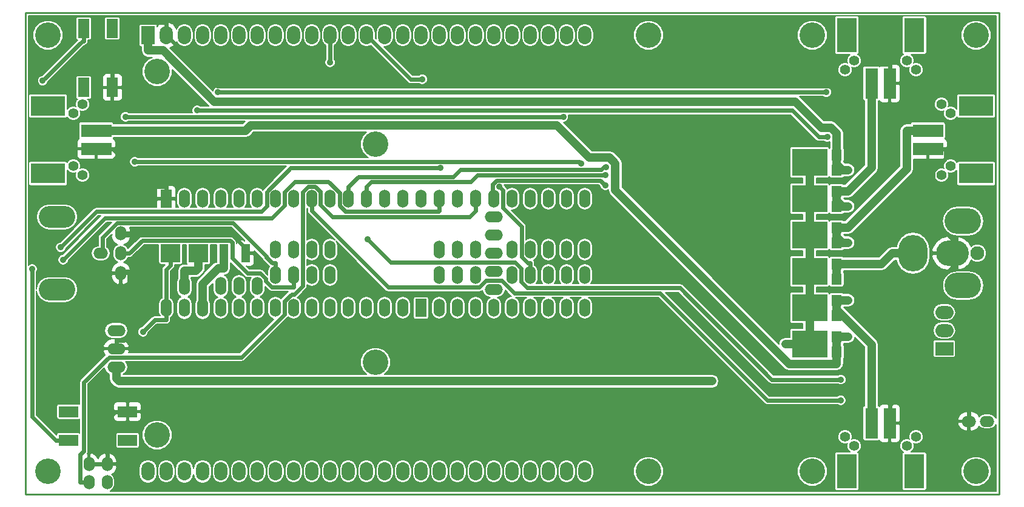
<source format=gtl>
G04 #@! TF.GenerationSoftware,KiCad,Pcbnew,no-vcs-found-ea855c1~58~ubuntu16.04.1*
G04 #@! TF.CreationDate,2017-05-25T14:11:52-04:00*
G04 #@! TF.ProjectId,modular_device_base_5x3,6D6F64756C61725F6465766963655F62,1.1*
G04 #@! TF.FileFunction,Copper,L1,Top,Signal*
G04 #@! TF.FilePolarity,Positive*
%FSLAX46Y46*%
G04 Gerber Fmt 4.6, Leading zero omitted, Abs format (unit mm)*
G04 Created by KiCad (PCBNEW no-vcs-found-ea855c1~58~ubuntu16.04.1) date Thu May 25 14:11:52 2017*
%MOMM*%
%LPD*%
G01*
G04 APERTURE LIST*
%ADD10C,0.100000*%
%ADD11C,0.228600*%
%ADD12O,1.854200X2.540000*%
%ADD13C,3.556000*%
%ADD14R,1.854200X2.540000*%
%ADD15O,2.540000X1.524000*%
%ADD16R,2.667000X1.590040*%
%ADD17R,4.960000X3.800000*%
%ADD18R,1.440000X1.600000*%
%ADD19R,1.270000X2.540000*%
%ADD20R,2.710000X2.500000*%
%ADD21O,5.080000X3.048000*%
%ADD22O,2.032000X1.524000*%
%ADD23O,1.524000X2.032000*%
%ADD24R,2.794000X4.826000*%
%ADD25C,1.397000*%
%ADD26R,1.778000X4.191000*%
%ADD27O,1.524000X2.540000*%
%ADD28R,1.524000X2.540000*%
%ADD29R,4.191000X1.778000*%
%ADD30R,4.826000X2.794000*%
%ADD31C,1.930400*%
%ADD32O,4.572000X3.556000*%
%ADD33O,4.064000X5.080000*%
%ADD34O,5.080000X3.556000*%
%ADD35R,1.590040X2.667000*%
%ADD36O,2.540000X1.854200*%
%ADD37R,2.540000X1.854200*%
%ADD38C,0.889000*%
%ADD39C,1.219200*%
%ADD40C,0.609600*%
%ADD41C,0.203200*%
G04 APERTURE END LIST*
D10*
D11*
X194945000Y-66040000D02*
X59055000Y-66040000D01*
X194945000Y-133350000D02*
X194945000Y-66040000D01*
X59055000Y-133350000D02*
X194945000Y-133350000D01*
X59055000Y-66040000D02*
X59055000Y-133350000D01*
D12*
X137160000Y-69215000D03*
X134620000Y-69215000D03*
X132080000Y-69215000D03*
X129540000Y-69215000D03*
X127000000Y-69215000D03*
X124460000Y-69215000D03*
X121920000Y-69215000D03*
X119380000Y-69215000D03*
X116840000Y-69215000D03*
X137160000Y-130175000D03*
X134620000Y-130175000D03*
X132080000Y-130175000D03*
X129540000Y-130175000D03*
X127000000Y-130175000D03*
X124460000Y-130175000D03*
X121920000Y-130175000D03*
X119380000Y-130175000D03*
X116840000Y-130175000D03*
D13*
X168910000Y-69215000D03*
X168910000Y-130175000D03*
X77470000Y-125095000D03*
X77470000Y-74295000D03*
D12*
X76200000Y-130175000D03*
X78740000Y-130175000D03*
X81280000Y-130175000D03*
X83820000Y-130175000D03*
X86360000Y-130175000D03*
X88900000Y-130175000D03*
X91440000Y-130175000D03*
X93980000Y-130175000D03*
X96520000Y-130175000D03*
X99060000Y-130175000D03*
X101600000Y-130175000D03*
X104140000Y-130175000D03*
X106680000Y-130175000D03*
X109220000Y-130175000D03*
X111760000Y-130175000D03*
X114300000Y-130175000D03*
X114300000Y-69215000D03*
X111760000Y-69215000D03*
X109220000Y-69215000D03*
X106680000Y-69215000D03*
X104140000Y-69215000D03*
X101600000Y-69215000D03*
X99060000Y-69215000D03*
X96520000Y-69215000D03*
X93980000Y-69215000D03*
X91440000Y-69215000D03*
X88900000Y-69215000D03*
X86360000Y-69215000D03*
X83820000Y-69215000D03*
D14*
X76200000Y-69215000D03*
D12*
X81280000Y-69215000D03*
X78740000Y-69215000D03*
D15*
X71755000Y-113030000D03*
X71755000Y-110490000D03*
X71755000Y-115570000D03*
D16*
X65087500Y-125823980D03*
X73342500Y-125823980D03*
X65087500Y-121826020D03*
X73342500Y-121826020D03*
D17*
X168525000Y-86995000D03*
D18*
X172325000Y-85930000D03*
X172325000Y-88060000D03*
D17*
X168525000Y-102235000D03*
D18*
X172325000Y-101170000D03*
X172325000Y-103300000D03*
D19*
X86741000Y-99695000D03*
X89789000Y-99695000D03*
D20*
X83220000Y-99695000D03*
X79340000Y-99695000D03*
D13*
X62230000Y-69215000D03*
X62230000Y-130175000D03*
X191770000Y-69215000D03*
D21*
X63500000Y-104775000D03*
X63500000Y-94615000D03*
D22*
X69596000Y-99695000D03*
D23*
X72390000Y-99695000D03*
X72390000Y-96901000D03*
X72390000Y-102489000D03*
D24*
X183159400Y-69215000D03*
X173710600Y-69215000D03*
D25*
X182118000Y-72771000D03*
X174752000Y-72771000D03*
D26*
X179705000Y-75946000D03*
X177165000Y-75946000D03*
D25*
X173482000Y-125349000D03*
X183388000Y-125349000D03*
X186944000Y-88773000D03*
X186944000Y-78867000D03*
D27*
X116840000Y-107315000D03*
X119380000Y-107315000D03*
X121920000Y-107315000D03*
X124460000Y-107315000D03*
X127000000Y-107315000D03*
X129540000Y-107315000D03*
X132080000Y-107315000D03*
X134620000Y-107315000D03*
X137160000Y-107315000D03*
X137160000Y-92075000D03*
X134620000Y-92075000D03*
X132080000Y-92075000D03*
X129540000Y-92075000D03*
X127000000Y-92075000D03*
X124460000Y-92075000D03*
X121920000Y-92075000D03*
X119380000Y-92075000D03*
D28*
X78740000Y-92075000D03*
D27*
X81280000Y-92075000D03*
X83820000Y-92075000D03*
X86360000Y-92075000D03*
X88900000Y-92075000D03*
X91440000Y-92075000D03*
X93980000Y-92075000D03*
X96520000Y-92075000D03*
X99060000Y-92075000D03*
X101600000Y-92075000D03*
X104140000Y-92075000D03*
X106680000Y-92075000D03*
X109220000Y-92075000D03*
X111760000Y-92075000D03*
X111760000Y-107315000D03*
X109220000Y-107315000D03*
X106680000Y-107315000D03*
X104140000Y-107315000D03*
X101600000Y-107315000D03*
X99060000Y-107315000D03*
X96520000Y-107315000D03*
X93980000Y-107315000D03*
X91440000Y-107315000D03*
X88900000Y-107315000D03*
X86360000Y-107315000D03*
X83820000Y-107315000D03*
X81280000Y-107315000D03*
X78740000Y-107315000D03*
D15*
X124460000Y-104775000D03*
X124460000Y-102235000D03*
X124460000Y-99695000D03*
X124460000Y-97155000D03*
X124460000Y-94615000D03*
D27*
X81280000Y-104267000D03*
X86360000Y-104267000D03*
X88900000Y-104267000D03*
X91440000Y-104267000D03*
X93980000Y-102743000D03*
X93980000Y-99187000D03*
X96520000Y-102743000D03*
X96520000Y-99187000D03*
X99060000Y-99187000D03*
X101600000Y-99187000D03*
X99060000Y-102743000D03*
X101600000Y-102743000D03*
D28*
X114300000Y-107315000D03*
D27*
X114300000Y-92075000D03*
X116840000Y-92075000D03*
X121920000Y-102743000D03*
X119380000Y-102743000D03*
X116840000Y-102743000D03*
X121920000Y-99187000D03*
X119380000Y-99187000D03*
X116840000Y-99187000D03*
X127000000Y-102743000D03*
X129540000Y-102743000D03*
X132080000Y-102743000D03*
X134620000Y-102743000D03*
X137160000Y-102743000D03*
X127000000Y-99187000D03*
X129540000Y-99187000D03*
X132080000Y-99187000D03*
X134620000Y-99187000D03*
X137160000Y-99187000D03*
D25*
X67056000Y-78867000D03*
X67056000Y-88773000D03*
D29*
X68961000Y-85090000D03*
X68961000Y-82550000D03*
D25*
X65786000Y-87503000D03*
X65786000Y-80137000D03*
D30*
X62230000Y-88544400D03*
X62230000Y-79095600D03*
D25*
X183388000Y-74041000D03*
X173482000Y-74041000D03*
D26*
X179705000Y-123444000D03*
X177165000Y-123444000D03*
D25*
X182118000Y-126619000D03*
X174752000Y-126619000D03*
D24*
X183159400Y-130175000D03*
X173710600Y-130175000D03*
D29*
X185039000Y-82550000D03*
X185039000Y-85090000D03*
D25*
X188214000Y-80137000D03*
X188214000Y-87503000D03*
D30*
X191770000Y-79095600D03*
X191770000Y-88544400D03*
D31*
X191947800Y-99695000D03*
D32*
X188442600Y-99695000D03*
D33*
X182956200Y-99695000D03*
D34*
X189941200Y-104190800D03*
X189941200Y-95199200D03*
D13*
X191770000Y-130175000D03*
D17*
X168525000Y-92075000D03*
D18*
X172325000Y-91010000D03*
X172325000Y-93140000D03*
D17*
X168525000Y-107315000D03*
D18*
X172325000Y-106250000D03*
X172325000Y-108380000D03*
D17*
X168525000Y-97155000D03*
D18*
X172325000Y-96090000D03*
X172325000Y-98220000D03*
D17*
X168525000Y-112395000D03*
D18*
X172325000Y-111330000D03*
X172325000Y-113460000D03*
D22*
X193294000Y-123190000D03*
X190754000Y-123190000D03*
D23*
X67945000Y-129159000D03*
X67945000Y-131699000D03*
X70485000Y-131699000D03*
X70485000Y-129159000D03*
D13*
X107950000Y-84455000D03*
X107950000Y-114935000D03*
D35*
X67216020Y-68262500D03*
X67216020Y-76517500D03*
X71213980Y-68262500D03*
X71213980Y-76517500D03*
D36*
X187325000Y-110490000D03*
X187325000Y-107950000D03*
D37*
X187325000Y-113030000D03*
D13*
X146050000Y-69215000D03*
X146050000Y-130175000D03*
D38*
X163830000Y-81915000D03*
X170865000Y-80828000D03*
X83069100Y-79723300D03*
X170983400Y-83444900D03*
X85973200Y-77171500D03*
X170881800Y-77171500D03*
X172857300Y-120241100D03*
X106816800Y-97700600D03*
X172892700Y-117341300D03*
X173908900Y-93140000D03*
X173908900Y-88060000D03*
X75485900Y-110680700D03*
X140102200Y-87663900D03*
X140050800Y-88737400D03*
X101600000Y-72999400D03*
X114488400Y-75372000D03*
X125207200Y-90346100D03*
X134151700Y-80624900D03*
X73056900Y-80624900D03*
X136630300Y-87114400D03*
X74337200Y-86902700D03*
X173908900Y-98220000D03*
X165181100Y-112395000D03*
X154912000Y-117581200D03*
X173908900Y-106250000D03*
X173908900Y-111330000D03*
X140003200Y-90178400D03*
X60016300Y-101896400D03*
X61500300Y-75586300D03*
X117034700Y-87780900D03*
X64008300Y-98864100D03*
X64348100Y-100590900D03*
D39*
X172325000Y-103300000D02*
X172325000Y-101170000D01*
X178585300Y-101170000D02*
X172325000Y-101170000D01*
X180060300Y-99695000D02*
X178585300Y-101170000D01*
X182956200Y-99695000D02*
X180060300Y-99695000D01*
D40*
X78610600Y-67385800D02*
X78740000Y-67515200D01*
X74997500Y-67385800D02*
X78610600Y-67385800D01*
X71214000Y-71169300D02*
X74997500Y-67385800D01*
X71214000Y-76517500D02*
X71214000Y-71169300D01*
X78740000Y-69215000D02*
X78740000Y-67515200D01*
X179705000Y-75946000D02*
X179705000Y-73420700D01*
X187564300Y-86408800D02*
X187564300Y-85090000D01*
X185729500Y-88243600D02*
X187564300Y-86408800D01*
X185729500Y-94990500D02*
X185729500Y-88243600D01*
X188226200Y-97487200D02*
X185729500Y-94990500D01*
X188950600Y-97487200D02*
X188226200Y-97487200D01*
X185039000Y-85090000D02*
X187564300Y-85090000D01*
X188950600Y-98591100D02*
X188950600Y-97487200D01*
X73342500Y-121826000D02*
X71579200Y-121826000D01*
X89789000Y-98976900D02*
X89789000Y-99695000D01*
X87928600Y-97116500D02*
X89789000Y-98976900D01*
X73620300Y-97116500D02*
X87928600Y-97116500D01*
X73581800Y-97155000D02*
X73620300Y-97116500D01*
X72390000Y-97155000D02*
X73581800Y-97155000D01*
X73594800Y-102248000D02*
X73581800Y-102235000D01*
X73594800Y-111041200D02*
X73594800Y-102248000D01*
X72797800Y-111838200D02*
X73594800Y-111041200D01*
X71755000Y-111838200D02*
X72797800Y-111838200D01*
X71755000Y-113030000D02*
X71755000Y-111838200D01*
X72390000Y-102235000D02*
X73581800Y-102235000D01*
X78740000Y-92075000D02*
X78740000Y-90375200D01*
X68961000Y-85090000D02*
X71486300Y-85090000D01*
X67945000Y-129159000D02*
X69136800Y-129159000D01*
X70485000Y-122920200D02*
X71579200Y-121826000D01*
X70485000Y-129159000D02*
X70485000Y-122920200D01*
X70485000Y-129159000D02*
X69136800Y-129159000D01*
X76565300Y-90375200D02*
X78740000Y-90375200D01*
X71486300Y-85296200D02*
X76565300Y-90375200D01*
X71486300Y-85090000D02*
X71486300Y-85296200D01*
X171789000Y-79904000D02*
X171789000Y-76304900D01*
X170865000Y-80828000D02*
X171789000Y-79904000D01*
X85829900Y-76304900D02*
X171789000Y-76304900D01*
X78740000Y-69215000D02*
X85829900Y-76304900D01*
X179575600Y-73291300D02*
X179705000Y-73420700D01*
X176019300Y-73291300D02*
X179575600Y-73291300D01*
X173005700Y-76304900D02*
X176019300Y-73291300D01*
X171789000Y-76304900D02*
X173005700Y-76304900D01*
X188950600Y-98591100D02*
X188950600Y-99695000D01*
X188950600Y-99695000D02*
X188950600Y-101902800D01*
X179705000Y-123444000D02*
X179705000Y-120918700D01*
X189122100Y-107378600D02*
X189122100Y-118599000D01*
X186885700Y-105142200D02*
X189122100Y-107378600D01*
X186885700Y-103243600D02*
X186885700Y-105142200D01*
X188226500Y-101902800D02*
X186885700Y-103243600D01*
X188950600Y-101902800D02*
X188226500Y-101902800D01*
X190754000Y-120230900D02*
X189122100Y-118599000D01*
X190754000Y-123190000D02*
X190754000Y-120230900D01*
X182024700Y-118599000D02*
X179705000Y-120918700D01*
X189122100Y-118599000D02*
X182024700Y-118599000D01*
X169795600Y-83444900D02*
X170983400Y-83444900D01*
X166074000Y-79723300D02*
X169795600Y-83444900D01*
X83069100Y-79723300D02*
X166074000Y-79723300D01*
X170881800Y-77171500D02*
X85973200Y-77171500D01*
X162673900Y-120241100D02*
X172857300Y-120241100D01*
X147689100Y-105256300D02*
X162673900Y-120241100D01*
X127296700Y-105256300D02*
X147689100Y-105256300D01*
X125542600Y-103502200D02*
X127296700Y-105256300D01*
X123377100Y-103502200D02*
X125542600Y-103502200D01*
X122422100Y-104457200D02*
X123377100Y-103502200D01*
X109742400Y-104457200D02*
X122422100Y-104457200D01*
X99060000Y-93774800D02*
X109742400Y-104457200D01*
X99060000Y-92075000D02*
X99060000Y-93774800D01*
X163261200Y-117341300D02*
X172892700Y-117341300D01*
X150464600Y-104544700D02*
X163261200Y-117341300D01*
X129150800Y-104544700D02*
X150464600Y-104544700D01*
X128270000Y-103663900D02*
X129150800Y-104544700D01*
X128270000Y-101804900D02*
X128270000Y-103663900D01*
X127430100Y-100965000D02*
X128270000Y-101804900D01*
X110081200Y-100965000D02*
X127430100Y-100965000D01*
X106816800Y-97700600D02*
X110081200Y-100965000D01*
D39*
X172325000Y-93140000D02*
X173117000Y-93140000D01*
X173117000Y-93140000D02*
X173908900Y-93140000D01*
X172650900Y-92673900D02*
X172325000Y-92673900D01*
X173117000Y-93140000D02*
X172650900Y-92673900D01*
X172325000Y-91010000D02*
X172325000Y-92673900D01*
X172325000Y-91010000D02*
X173908900Y-91010000D01*
X177165000Y-87753900D02*
X177165000Y-75946000D01*
X173908900Y-91010000D02*
X177165000Y-87753900D01*
X82895800Y-102133100D02*
X83220000Y-101808900D01*
X81280000Y-102133100D02*
X82895800Y-102133100D01*
X83220000Y-99695000D02*
X83220000Y-101808900D01*
X81280000Y-104775000D02*
X81280000Y-102133100D01*
X76200000Y-69215000D02*
X76200000Y-71348900D01*
X172325000Y-85930000D02*
X172325000Y-84266100D01*
X172325000Y-88060000D02*
X173117000Y-88060000D01*
X173117000Y-88060000D02*
X173908900Y-88060000D01*
X172650900Y-87593900D02*
X172325000Y-87593900D01*
X173117000Y-88060000D02*
X172650900Y-87593900D01*
X172325000Y-85930000D02*
X172325000Y-87593900D01*
X78274200Y-71348900D02*
X76200000Y-71348900D01*
X85459700Y-78534400D02*
X78274200Y-71348900D01*
X166537900Y-78534400D02*
X85459700Y-78534400D01*
X170140000Y-82136500D02*
X166537900Y-78534400D01*
X171525400Y-82136500D02*
X170140000Y-82136500D01*
X172325000Y-82936100D02*
X171525400Y-82136500D01*
X172325000Y-84266100D02*
X172325000Y-82936100D01*
D40*
X79340000Y-99695000D02*
X79340000Y-101374800D01*
X78740000Y-101974800D02*
X79340000Y-101374800D01*
X78740000Y-105615200D02*
X78740000Y-101974800D01*
X78740000Y-106857000D02*
X78740000Y-105615200D01*
X78740000Y-106857000D02*
X78740000Y-107315000D01*
X77151800Y-109014800D02*
X75485900Y-110680700D01*
X78740000Y-109014800D02*
X77151800Y-109014800D01*
X78740000Y-107315000D02*
X78740000Y-109014800D01*
D39*
X85976400Y-101828900D02*
X86741000Y-101828900D01*
X83820000Y-103985300D02*
X85976400Y-101828900D01*
X83820000Y-107315000D02*
X83820000Y-103985300D01*
X86741000Y-99695000D02*
X86741000Y-101828900D01*
D40*
X139757800Y-87663900D02*
X140102200Y-87663900D01*
X139426000Y-87995700D02*
X139757800Y-87663900D01*
X119766400Y-87995700D02*
X139426000Y-87995700D01*
X118794100Y-88968000D02*
X119766400Y-87995700D01*
X105547200Y-88968000D02*
X118794100Y-88968000D01*
X104140000Y-90375200D02*
X105547200Y-88968000D01*
X104140000Y-92075000D02*
X104140000Y-90375200D01*
X122188800Y-88737400D02*
X140050800Y-88737400D01*
X121246600Y-89679600D02*
X122188800Y-88737400D01*
X107375600Y-89679600D02*
X121246600Y-89679600D01*
X106680000Y-90375200D02*
X107375600Y-89679600D01*
X106680000Y-92075000D02*
X106680000Y-90375200D01*
X93980000Y-102235000D02*
X93980000Y-101043200D01*
X93514200Y-101043200D02*
X93980000Y-101043200D01*
X92712800Y-100241800D02*
X93514200Y-101043200D01*
X92712800Y-100138100D02*
X92712800Y-100241800D01*
X88043000Y-95468300D02*
X92712800Y-100138100D01*
X71842700Y-95468300D02*
X88043000Y-95468300D01*
X69850000Y-97461000D02*
X71842700Y-95468300D01*
X69850000Y-99695000D02*
X69850000Y-97461000D01*
X72390000Y-99695000D02*
X73581800Y-99695000D01*
X96520000Y-102235000D02*
X96520000Y-104442800D01*
X75411000Y-97865800D02*
X73581800Y-99695000D01*
X87639900Y-97865800D02*
X75411000Y-97865800D01*
X87935200Y-98161100D02*
X87639900Y-97865800D01*
X87935200Y-100332900D02*
X87935200Y-98161100D01*
X90093600Y-102491300D02*
X87935200Y-100332900D01*
X91843000Y-102491300D02*
X90093600Y-102491300D01*
X92608800Y-103257100D02*
X91843000Y-102491300D01*
X92608800Y-103552900D02*
X92608800Y-103257100D01*
X93498700Y-104442800D02*
X92608800Y-103552900D01*
X96520000Y-104442800D02*
X93498700Y-104442800D01*
X101600000Y-72999400D02*
X101600000Y-69215000D01*
X112837000Y-75372000D02*
X106680000Y-69215000D01*
X114488400Y-75372000D02*
X112837000Y-75372000D01*
X129540000Y-102235000D02*
X129540000Y-101043200D01*
X125732800Y-90871700D02*
X125207200Y-90346100D01*
X125732800Y-93347800D02*
X125732800Y-90871700D01*
X128348200Y-95963200D02*
X125732800Y-93347800D01*
X128348200Y-100223900D02*
X128348200Y-95963200D01*
X129167500Y-101043200D02*
X128348200Y-100223900D01*
X129540000Y-101043200D02*
X129167500Y-101043200D01*
X134151700Y-80624900D02*
X73056900Y-80624900D01*
X136418600Y-86902700D02*
X74337200Y-86902700D01*
X136630300Y-87114400D02*
X136418600Y-86902700D01*
D39*
X172325000Y-98220000D02*
X173117000Y-98220000D01*
X173117000Y-98220000D02*
X173908900Y-98220000D01*
X172650900Y-97753900D02*
X172325000Y-97753900D01*
X173117000Y-98220000D02*
X172650900Y-97753900D01*
X172325000Y-96090000D02*
X172325000Y-97753900D01*
X182079600Y-87919300D02*
X173908900Y-96090000D01*
X182079600Y-82550000D02*
X182079600Y-87919300D01*
X185039000Y-82550000D02*
X182079600Y-82550000D01*
X172325000Y-96090000D02*
X173908900Y-96090000D01*
X168525000Y-112395000D02*
X168525000Y-107315000D01*
X168525000Y-107315000D02*
X168525000Y-102235000D01*
X168525000Y-97155000D02*
X168525000Y-92075000D01*
X168525000Y-92075000D02*
X168525000Y-86995000D01*
X168525000Y-97155000D02*
X168525000Y-102235000D01*
X168525000Y-112395000D02*
X165181100Y-112395000D01*
X71755000Y-115570000D02*
X71755000Y-117195900D01*
X72140300Y-117581200D02*
X71755000Y-117195900D01*
X154912000Y-117581200D02*
X72140300Y-117581200D01*
X172325000Y-108380000D02*
X173117000Y-108380000D01*
X172650900Y-107913900D02*
X172325000Y-107913900D01*
X173117000Y-108380000D02*
X172650900Y-107913900D01*
X172325000Y-106250000D02*
X172325000Y-107913900D01*
X172325000Y-106250000D02*
X173908900Y-106250000D01*
X177165000Y-112428000D02*
X173117000Y-108380000D01*
X177165000Y-123444000D02*
X177165000Y-112428000D01*
X172325000Y-113460000D02*
X172325000Y-111330000D01*
X172325000Y-111330000D02*
X173908900Y-111330000D01*
X68961000Y-82550000D02*
X71920400Y-82550000D01*
X172325000Y-113460000D02*
X172325000Y-115123900D01*
X89787900Y-82550000D02*
X71920400Y-82550000D01*
X90544200Y-81793700D02*
X89787900Y-82550000D01*
X133247000Y-81793700D02*
X90544200Y-81793700D01*
X137776200Y-86322900D02*
X133247000Y-81793700D01*
X140625600Y-86322900D02*
X137776200Y-86322900D01*
X141410600Y-87107900D02*
X140625600Y-86322900D01*
X141410600Y-90885300D02*
X141410600Y-87107900D01*
X165684300Y-115159000D02*
X141410600Y-90885300D01*
X172289900Y-115159000D02*
X165684300Y-115159000D01*
X172325000Y-115123900D02*
X172289900Y-115159000D01*
D40*
X121088600Y-94606200D02*
X121920000Y-93774800D01*
X101970300Y-94606200D02*
X121088600Y-94606200D01*
X100228800Y-92864700D02*
X101970300Y-94606200D01*
X100228800Y-91082700D02*
X100228800Y-92864700D01*
X99517200Y-90371100D02*
X100228800Y-91082700D01*
X98571100Y-90371100D02*
X99517200Y-90371100D01*
X97790000Y-91152200D02*
X98571100Y-90371100D01*
X97790000Y-104243900D02*
X97790000Y-91152200D01*
X96640400Y-105393500D02*
X97790000Y-104243900D01*
X96257000Y-105393500D02*
X96640400Y-105393500D01*
X95250000Y-106400500D02*
X96257000Y-105393500D01*
X95250000Y-108213800D02*
X95250000Y-106400500D01*
X89264900Y-114198900D02*
X95250000Y-108213800D01*
X70737900Y-114198900D02*
X89264900Y-114198900D01*
X67236800Y-117700000D02*
X70737900Y-114198900D01*
X67236800Y-127327200D02*
X67236800Y-117700000D01*
X66753200Y-127810800D02*
X67236800Y-127327200D01*
X66753200Y-131699000D02*
X66753200Y-127810800D01*
X67945000Y-131699000D02*
X66753200Y-131699000D01*
X121920000Y-92075000D02*
X121920000Y-93774800D01*
X139309100Y-89484300D02*
X140003200Y-90178400D01*
X124865000Y-89484300D02*
X139309100Y-89484300D01*
X124291300Y-90058000D02*
X124865000Y-89484300D01*
X124291300Y-91906300D02*
X124291300Y-90058000D01*
X124460000Y-92075000D02*
X124291300Y-91906300D01*
X60016300Y-122516100D02*
X63324200Y-125824000D01*
X60016300Y-101896400D02*
X60016300Y-122516100D01*
X65087500Y-125824000D02*
X63324200Y-125824000D01*
X67060800Y-70025800D02*
X67216000Y-70025800D01*
X61500300Y-75586300D02*
X67060800Y-70025800D01*
X67216000Y-68262500D02*
X67216000Y-70025800D01*
X96094600Y-87780900D02*
X117034700Y-87780900D01*
X92779600Y-91095900D02*
X96094600Y-87780900D01*
X92779600Y-93075600D02*
X92779600Y-91095900D01*
X92005100Y-93850100D02*
X92779600Y-93075600D01*
X69022300Y-93850100D02*
X92005100Y-93850100D01*
X64008300Y-98864100D02*
X69022300Y-93850100D01*
X116840000Y-92075000D02*
X116840000Y-93774800D01*
X70182200Y-94756800D02*
X64348100Y-100590900D01*
X93459500Y-94756800D02*
X70182200Y-94756800D01*
X95250000Y-92966300D02*
X93459500Y-94756800D01*
X95250000Y-91120400D02*
X95250000Y-92966300D01*
X96710800Y-89659600D02*
X95250000Y-91120400D01*
X101374500Y-89659600D02*
X96710800Y-89659600D01*
X102930600Y-91215700D02*
X101374500Y-89659600D01*
X102930600Y-93027000D02*
X102930600Y-91215700D01*
X103753800Y-93850200D02*
X102930600Y-93027000D01*
X116764600Y-93850200D02*
X103753800Y-93850200D01*
X116840000Y-93774800D02*
X116764600Y-93850200D01*
D41*
G36*
X194525900Y-122731510D02*
X194328218Y-122435658D01*
X193982123Y-122204405D01*
X193573876Y-122123200D01*
X193014124Y-122123200D01*
X192605877Y-122204405D01*
X192259782Y-122435658D01*
X192193469Y-122534903D01*
X192062480Y-122298292D01*
X191640970Y-121962637D01*
X191123096Y-121813837D01*
X190906400Y-121965175D01*
X190906400Y-123037600D01*
X190926400Y-123037600D01*
X190926400Y-123342400D01*
X190906400Y-123342400D01*
X190906400Y-124414825D01*
X191123096Y-124566163D01*
X191640970Y-124417363D01*
X192062480Y-124081708D01*
X192193469Y-123845097D01*
X192259782Y-123944342D01*
X192605877Y-124175595D01*
X193014124Y-124256800D01*
X193573876Y-124256800D01*
X193982123Y-124175595D01*
X194328218Y-123944342D01*
X194525900Y-123648490D01*
X194525900Y-132930900D01*
X70943490Y-132930900D01*
X71239342Y-132733218D01*
X71470595Y-132387123D01*
X71551800Y-131978876D01*
X71551800Y-131419124D01*
X71470595Y-131010877D01*
X71239342Y-130664782D01*
X71140097Y-130598469D01*
X71376708Y-130467480D01*
X71712363Y-130045970D01*
X71782964Y-129800253D01*
X74917300Y-129800253D01*
X74917300Y-130549747D01*
X75014940Y-131040615D01*
X75292994Y-131456753D01*
X75709132Y-131734807D01*
X76200000Y-131832447D01*
X76690868Y-131734807D01*
X77107006Y-131456753D01*
X77385060Y-131040615D01*
X77482700Y-130549747D01*
X77482700Y-129801248D01*
X77508100Y-129801248D01*
X77508100Y-130548752D01*
X77601873Y-131020180D01*
X77868915Y-131419837D01*
X78268572Y-131686879D01*
X78740000Y-131780652D01*
X79211428Y-131686879D01*
X79611085Y-131419837D01*
X79878127Y-131020180D01*
X79971900Y-130548752D01*
X79971900Y-129801248D01*
X79971703Y-129800253D01*
X79997300Y-129800253D01*
X79997300Y-130549747D01*
X80094940Y-131040615D01*
X80372994Y-131456753D01*
X80789132Y-131734807D01*
X81280000Y-131832447D01*
X81770868Y-131734807D01*
X82187006Y-131456753D01*
X82465060Y-131040615D01*
X82550000Y-130613594D01*
X82634940Y-131040615D01*
X82912994Y-131456753D01*
X83329132Y-131734807D01*
X83820000Y-131832447D01*
X84310868Y-131734807D01*
X84727006Y-131456753D01*
X85005060Y-131040615D01*
X85102700Y-130549747D01*
X85102700Y-129801248D01*
X85128100Y-129801248D01*
X85128100Y-130548752D01*
X85221873Y-131020180D01*
X85488915Y-131419837D01*
X85888572Y-131686879D01*
X86360000Y-131780652D01*
X86831428Y-131686879D01*
X87231085Y-131419837D01*
X87498127Y-131020180D01*
X87591900Y-130548752D01*
X87591900Y-129801248D01*
X87668100Y-129801248D01*
X87668100Y-130548752D01*
X87761873Y-131020180D01*
X88028915Y-131419837D01*
X88428572Y-131686879D01*
X88900000Y-131780652D01*
X89371428Y-131686879D01*
X89771085Y-131419837D01*
X90038127Y-131020180D01*
X90131900Y-130548752D01*
X90131900Y-129801248D01*
X90208100Y-129801248D01*
X90208100Y-130548752D01*
X90301873Y-131020180D01*
X90568915Y-131419837D01*
X90968572Y-131686879D01*
X91440000Y-131780652D01*
X91911428Y-131686879D01*
X92311085Y-131419837D01*
X92578127Y-131020180D01*
X92671900Y-130548752D01*
X92671900Y-129801248D01*
X92748100Y-129801248D01*
X92748100Y-130548752D01*
X92841873Y-131020180D01*
X93108915Y-131419837D01*
X93508572Y-131686879D01*
X93980000Y-131780652D01*
X94451428Y-131686879D01*
X94851085Y-131419837D01*
X95118127Y-131020180D01*
X95211900Y-130548752D01*
X95211900Y-129801248D01*
X95288100Y-129801248D01*
X95288100Y-130548752D01*
X95381873Y-131020180D01*
X95648915Y-131419837D01*
X96048572Y-131686879D01*
X96520000Y-131780652D01*
X96991428Y-131686879D01*
X97391085Y-131419837D01*
X97658127Y-131020180D01*
X97751900Y-130548752D01*
X97751900Y-129801248D01*
X97828100Y-129801248D01*
X97828100Y-130548752D01*
X97921873Y-131020180D01*
X98188915Y-131419837D01*
X98588572Y-131686879D01*
X99060000Y-131780652D01*
X99531428Y-131686879D01*
X99931085Y-131419837D01*
X100198127Y-131020180D01*
X100291900Y-130548752D01*
X100291900Y-129801248D01*
X100368100Y-129801248D01*
X100368100Y-130548752D01*
X100461873Y-131020180D01*
X100728915Y-131419837D01*
X101128572Y-131686879D01*
X101600000Y-131780652D01*
X102071428Y-131686879D01*
X102471085Y-131419837D01*
X102738127Y-131020180D01*
X102831900Y-130548752D01*
X102831900Y-129801248D01*
X102908100Y-129801248D01*
X102908100Y-130548752D01*
X103001873Y-131020180D01*
X103268915Y-131419837D01*
X103668572Y-131686879D01*
X104140000Y-131780652D01*
X104611428Y-131686879D01*
X105011085Y-131419837D01*
X105278127Y-131020180D01*
X105371900Y-130548752D01*
X105371900Y-129801248D01*
X105448100Y-129801248D01*
X105448100Y-130548752D01*
X105541873Y-131020180D01*
X105808915Y-131419837D01*
X106208572Y-131686879D01*
X106680000Y-131780652D01*
X107151428Y-131686879D01*
X107551085Y-131419837D01*
X107818127Y-131020180D01*
X107911900Y-130548752D01*
X107911900Y-129801248D01*
X107988100Y-129801248D01*
X107988100Y-130548752D01*
X108081873Y-131020180D01*
X108348915Y-131419837D01*
X108748572Y-131686879D01*
X109220000Y-131780652D01*
X109691428Y-131686879D01*
X110091085Y-131419837D01*
X110358127Y-131020180D01*
X110451900Y-130548752D01*
X110451900Y-129801248D01*
X110528100Y-129801248D01*
X110528100Y-130548752D01*
X110621873Y-131020180D01*
X110888915Y-131419837D01*
X111288572Y-131686879D01*
X111760000Y-131780652D01*
X112231428Y-131686879D01*
X112631085Y-131419837D01*
X112898127Y-131020180D01*
X112991900Y-130548752D01*
X112991900Y-129801248D01*
X113068100Y-129801248D01*
X113068100Y-130548752D01*
X113161873Y-131020180D01*
X113428915Y-131419837D01*
X113828572Y-131686879D01*
X114300000Y-131780652D01*
X114771428Y-131686879D01*
X115171085Y-131419837D01*
X115438127Y-131020180D01*
X115531900Y-130548752D01*
X115531900Y-129801248D01*
X115608100Y-129801248D01*
X115608100Y-130548752D01*
X115701873Y-131020180D01*
X115968915Y-131419837D01*
X116368572Y-131686879D01*
X116840000Y-131780652D01*
X117311428Y-131686879D01*
X117711085Y-131419837D01*
X117978127Y-131020180D01*
X118071900Y-130548752D01*
X118071900Y-129801248D01*
X118148100Y-129801248D01*
X118148100Y-130548752D01*
X118241873Y-131020180D01*
X118508915Y-131419837D01*
X118908572Y-131686879D01*
X119380000Y-131780652D01*
X119851428Y-131686879D01*
X120251085Y-131419837D01*
X120518127Y-131020180D01*
X120611900Y-130548752D01*
X120611900Y-129801248D01*
X120688100Y-129801248D01*
X120688100Y-130548752D01*
X120781873Y-131020180D01*
X121048915Y-131419837D01*
X121448572Y-131686879D01*
X121920000Y-131780652D01*
X122391428Y-131686879D01*
X122791085Y-131419837D01*
X123058127Y-131020180D01*
X123151900Y-130548752D01*
X123151900Y-129801248D01*
X123228100Y-129801248D01*
X123228100Y-130548752D01*
X123321873Y-131020180D01*
X123588915Y-131419837D01*
X123988572Y-131686879D01*
X124460000Y-131780652D01*
X124931428Y-131686879D01*
X125331085Y-131419837D01*
X125598127Y-131020180D01*
X125691900Y-130548752D01*
X125691900Y-129801248D01*
X125768100Y-129801248D01*
X125768100Y-130548752D01*
X125861873Y-131020180D01*
X126128915Y-131419837D01*
X126528572Y-131686879D01*
X127000000Y-131780652D01*
X127471428Y-131686879D01*
X127871085Y-131419837D01*
X128138127Y-131020180D01*
X128231900Y-130548752D01*
X128231900Y-129801248D01*
X128308100Y-129801248D01*
X128308100Y-130548752D01*
X128401873Y-131020180D01*
X128668915Y-131419837D01*
X129068572Y-131686879D01*
X129540000Y-131780652D01*
X130011428Y-131686879D01*
X130411085Y-131419837D01*
X130678127Y-131020180D01*
X130771900Y-130548752D01*
X130771900Y-129801248D01*
X130848100Y-129801248D01*
X130848100Y-130548752D01*
X130941873Y-131020180D01*
X131208915Y-131419837D01*
X131608572Y-131686879D01*
X132080000Y-131780652D01*
X132551428Y-131686879D01*
X132951085Y-131419837D01*
X133218127Y-131020180D01*
X133311900Y-130548752D01*
X133311900Y-129801248D01*
X133388100Y-129801248D01*
X133388100Y-130548752D01*
X133481873Y-131020180D01*
X133748915Y-131419837D01*
X134148572Y-131686879D01*
X134620000Y-131780652D01*
X135091428Y-131686879D01*
X135491085Y-131419837D01*
X135758127Y-131020180D01*
X135851900Y-130548752D01*
X135851900Y-129801248D01*
X135928100Y-129801248D01*
X135928100Y-130548752D01*
X136021873Y-131020180D01*
X136288915Y-131419837D01*
X136688572Y-131686879D01*
X137160000Y-131780652D01*
X137631428Y-131686879D01*
X138031085Y-131419837D01*
X138298127Y-131020180D01*
X138384197Y-130587477D01*
X143966840Y-130587477D01*
X144283259Y-131353270D01*
X144868648Y-131939682D01*
X145633888Y-132257437D01*
X146462477Y-132258160D01*
X147228270Y-131941741D01*
X147814682Y-131356352D01*
X148132437Y-130591112D01*
X148132440Y-130587477D01*
X166826840Y-130587477D01*
X167143259Y-131353270D01*
X167728648Y-131939682D01*
X168493888Y-132257437D01*
X169322477Y-132258160D01*
X170088270Y-131941741D01*
X170674682Y-131356352D01*
X170992437Y-130591112D01*
X170993160Y-129762523D01*
X170676741Y-128996730D01*
X170091352Y-128410318D01*
X169326112Y-128092563D01*
X168497523Y-128091840D01*
X167731730Y-128408259D01*
X167145318Y-128993648D01*
X166827563Y-129758888D01*
X166826840Y-130587477D01*
X148132440Y-130587477D01*
X148133160Y-129762523D01*
X147816741Y-128996730D01*
X147231352Y-128410318D01*
X146466112Y-128092563D01*
X145637523Y-128091840D01*
X144871730Y-128408259D01*
X144285318Y-128993648D01*
X143967563Y-129758888D01*
X143966840Y-130587477D01*
X138384197Y-130587477D01*
X138391900Y-130548752D01*
X138391900Y-129801248D01*
X138298127Y-129329820D01*
X138031085Y-128930163D01*
X137631428Y-128663121D01*
X137160000Y-128569348D01*
X136688572Y-128663121D01*
X136288915Y-128930163D01*
X136021873Y-129329820D01*
X135928100Y-129801248D01*
X135851900Y-129801248D01*
X135758127Y-129329820D01*
X135491085Y-128930163D01*
X135091428Y-128663121D01*
X134620000Y-128569348D01*
X134148572Y-128663121D01*
X133748915Y-128930163D01*
X133481873Y-129329820D01*
X133388100Y-129801248D01*
X133311900Y-129801248D01*
X133218127Y-129329820D01*
X132951085Y-128930163D01*
X132551428Y-128663121D01*
X132080000Y-128569348D01*
X131608572Y-128663121D01*
X131208915Y-128930163D01*
X130941873Y-129329820D01*
X130848100Y-129801248D01*
X130771900Y-129801248D01*
X130678127Y-129329820D01*
X130411085Y-128930163D01*
X130011428Y-128663121D01*
X129540000Y-128569348D01*
X129068572Y-128663121D01*
X128668915Y-128930163D01*
X128401873Y-129329820D01*
X128308100Y-129801248D01*
X128231900Y-129801248D01*
X128138127Y-129329820D01*
X127871085Y-128930163D01*
X127471428Y-128663121D01*
X127000000Y-128569348D01*
X126528572Y-128663121D01*
X126128915Y-128930163D01*
X125861873Y-129329820D01*
X125768100Y-129801248D01*
X125691900Y-129801248D01*
X125598127Y-129329820D01*
X125331085Y-128930163D01*
X124931428Y-128663121D01*
X124460000Y-128569348D01*
X123988572Y-128663121D01*
X123588915Y-128930163D01*
X123321873Y-129329820D01*
X123228100Y-129801248D01*
X123151900Y-129801248D01*
X123058127Y-129329820D01*
X122791085Y-128930163D01*
X122391428Y-128663121D01*
X121920000Y-128569348D01*
X121448572Y-128663121D01*
X121048915Y-128930163D01*
X120781873Y-129329820D01*
X120688100Y-129801248D01*
X120611900Y-129801248D01*
X120518127Y-129329820D01*
X120251085Y-128930163D01*
X119851428Y-128663121D01*
X119380000Y-128569348D01*
X118908572Y-128663121D01*
X118508915Y-128930163D01*
X118241873Y-129329820D01*
X118148100Y-129801248D01*
X118071900Y-129801248D01*
X117978127Y-129329820D01*
X117711085Y-128930163D01*
X117311428Y-128663121D01*
X116840000Y-128569348D01*
X116368572Y-128663121D01*
X115968915Y-128930163D01*
X115701873Y-129329820D01*
X115608100Y-129801248D01*
X115531900Y-129801248D01*
X115438127Y-129329820D01*
X115171085Y-128930163D01*
X114771428Y-128663121D01*
X114300000Y-128569348D01*
X113828572Y-128663121D01*
X113428915Y-128930163D01*
X113161873Y-129329820D01*
X113068100Y-129801248D01*
X112991900Y-129801248D01*
X112898127Y-129329820D01*
X112631085Y-128930163D01*
X112231428Y-128663121D01*
X111760000Y-128569348D01*
X111288572Y-128663121D01*
X110888915Y-128930163D01*
X110621873Y-129329820D01*
X110528100Y-129801248D01*
X110451900Y-129801248D01*
X110358127Y-129329820D01*
X110091085Y-128930163D01*
X109691428Y-128663121D01*
X109220000Y-128569348D01*
X108748572Y-128663121D01*
X108348915Y-128930163D01*
X108081873Y-129329820D01*
X107988100Y-129801248D01*
X107911900Y-129801248D01*
X107818127Y-129329820D01*
X107551085Y-128930163D01*
X107151428Y-128663121D01*
X106680000Y-128569348D01*
X106208572Y-128663121D01*
X105808915Y-128930163D01*
X105541873Y-129329820D01*
X105448100Y-129801248D01*
X105371900Y-129801248D01*
X105278127Y-129329820D01*
X105011085Y-128930163D01*
X104611428Y-128663121D01*
X104140000Y-128569348D01*
X103668572Y-128663121D01*
X103268915Y-128930163D01*
X103001873Y-129329820D01*
X102908100Y-129801248D01*
X102831900Y-129801248D01*
X102738127Y-129329820D01*
X102471085Y-128930163D01*
X102071428Y-128663121D01*
X101600000Y-128569348D01*
X101128572Y-128663121D01*
X100728915Y-128930163D01*
X100461873Y-129329820D01*
X100368100Y-129801248D01*
X100291900Y-129801248D01*
X100198127Y-129329820D01*
X99931085Y-128930163D01*
X99531428Y-128663121D01*
X99060000Y-128569348D01*
X98588572Y-128663121D01*
X98188915Y-128930163D01*
X97921873Y-129329820D01*
X97828100Y-129801248D01*
X97751900Y-129801248D01*
X97658127Y-129329820D01*
X97391085Y-128930163D01*
X96991428Y-128663121D01*
X96520000Y-128569348D01*
X96048572Y-128663121D01*
X95648915Y-128930163D01*
X95381873Y-129329820D01*
X95288100Y-129801248D01*
X95211900Y-129801248D01*
X95118127Y-129329820D01*
X94851085Y-128930163D01*
X94451428Y-128663121D01*
X93980000Y-128569348D01*
X93508572Y-128663121D01*
X93108915Y-128930163D01*
X92841873Y-129329820D01*
X92748100Y-129801248D01*
X92671900Y-129801248D01*
X92578127Y-129329820D01*
X92311085Y-128930163D01*
X91911428Y-128663121D01*
X91440000Y-128569348D01*
X90968572Y-128663121D01*
X90568915Y-128930163D01*
X90301873Y-129329820D01*
X90208100Y-129801248D01*
X90131900Y-129801248D01*
X90038127Y-129329820D01*
X89771085Y-128930163D01*
X89371428Y-128663121D01*
X88900000Y-128569348D01*
X88428572Y-128663121D01*
X88028915Y-128930163D01*
X87761873Y-129329820D01*
X87668100Y-129801248D01*
X87591900Y-129801248D01*
X87498127Y-129329820D01*
X87231085Y-128930163D01*
X86831428Y-128663121D01*
X86360000Y-128569348D01*
X85888572Y-128663121D01*
X85488915Y-128930163D01*
X85221873Y-129329820D01*
X85128100Y-129801248D01*
X85102700Y-129801248D01*
X85102700Y-129800253D01*
X85005060Y-129309385D01*
X84727006Y-128893247D01*
X84310868Y-128615193D01*
X83820000Y-128517553D01*
X83329132Y-128615193D01*
X82912994Y-128893247D01*
X82634940Y-129309385D01*
X82550000Y-129736406D01*
X82465060Y-129309385D01*
X82187006Y-128893247D01*
X81770868Y-128615193D01*
X81280000Y-128517553D01*
X80789132Y-128615193D01*
X80372994Y-128893247D01*
X80094940Y-129309385D01*
X79997300Y-129800253D01*
X79971703Y-129800253D01*
X79878127Y-129329820D01*
X79611085Y-128930163D01*
X79211428Y-128663121D01*
X78740000Y-128569348D01*
X78268572Y-128663121D01*
X77868915Y-128930163D01*
X77601873Y-129329820D01*
X77508100Y-129801248D01*
X77482700Y-129801248D01*
X77482700Y-129800253D01*
X77385060Y-129309385D01*
X77107006Y-128893247D01*
X76690868Y-128615193D01*
X76200000Y-128517553D01*
X75709132Y-128615193D01*
X75292994Y-128893247D01*
X75014940Y-129309385D01*
X74917300Y-129800253D01*
X71782964Y-129800253D01*
X71861163Y-129528096D01*
X71709825Y-129311400D01*
X70637400Y-129311400D01*
X70637400Y-129331400D01*
X70332600Y-129331400D01*
X70332600Y-129311400D01*
X69260175Y-129311400D01*
X69215000Y-129376085D01*
X69169825Y-129311400D01*
X68097400Y-129311400D01*
X68097400Y-129331400D01*
X67792600Y-129331400D01*
X67792600Y-129311400D01*
X67772600Y-129311400D01*
X67772600Y-129006600D01*
X67792600Y-129006600D01*
X67792600Y-127695363D01*
X68097400Y-127695363D01*
X68097400Y-129006600D01*
X69169825Y-129006600D01*
X69215000Y-128941915D01*
X69260175Y-129006600D01*
X70332600Y-129006600D01*
X70332600Y-127695363D01*
X70637400Y-127695363D01*
X70637400Y-129006600D01*
X71709825Y-129006600D01*
X71861163Y-128789904D01*
X71712363Y-128272030D01*
X71376708Y-127850520D01*
X71216811Y-127762000D01*
X172002829Y-127762000D01*
X172002829Y-132588000D01*
X172026485Y-132706927D01*
X172093852Y-132807748D01*
X172194673Y-132875115D01*
X172313600Y-132898771D01*
X175107600Y-132898771D01*
X175226527Y-132875115D01*
X175327348Y-132807748D01*
X175394715Y-132706927D01*
X175418371Y-132588000D01*
X175418371Y-127762000D01*
X175394715Y-127643073D01*
X175327348Y-127542252D01*
X175257614Y-127495657D01*
X175319581Y-127470052D01*
X175602061Y-127188066D01*
X175755126Y-126819444D01*
X175755127Y-126817693D01*
X181114526Y-126817693D01*
X181266948Y-127186581D01*
X181548934Y-127469061D01*
X181612615Y-127495504D01*
X181542652Y-127542252D01*
X181475285Y-127643073D01*
X181451629Y-127762000D01*
X181451629Y-132588000D01*
X181475285Y-132706927D01*
X181542652Y-132807748D01*
X181643473Y-132875115D01*
X181762400Y-132898771D01*
X184556400Y-132898771D01*
X184675327Y-132875115D01*
X184776148Y-132807748D01*
X184843515Y-132706927D01*
X184867171Y-132588000D01*
X184867171Y-130587477D01*
X189686840Y-130587477D01*
X190003259Y-131353270D01*
X190588648Y-131939682D01*
X191353888Y-132257437D01*
X192182477Y-132258160D01*
X192948270Y-131941741D01*
X193534682Y-131356352D01*
X193852437Y-130591112D01*
X193853160Y-129762523D01*
X193536741Y-128996730D01*
X192951352Y-128410318D01*
X192186112Y-128092563D01*
X191357523Y-128091840D01*
X190591730Y-128408259D01*
X190005318Y-128993648D01*
X189687563Y-129758888D01*
X189686840Y-130587477D01*
X184867171Y-130587477D01*
X184867171Y-127762000D01*
X184843515Y-127643073D01*
X184776148Y-127542252D01*
X184675327Y-127474885D01*
X184556400Y-127451229D01*
X182704437Y-127451229D01*
X182968061Y-127188066D01*
X183121126Y-126819444D01*
X183121474Y-126420307D01*
X183073781Y-126304883D01*
X183187556Y-126352126D01*
X183586693Y-126352474D01*
X183955581Y-126200052D01*
X184238061Y-125918066D01*
X184391126Y-125549444D01*
X184391474Y-125150307D01*
X184239052Y-124781419D01*
X183957066Y-124498939D01*
X183588444Y-124345874D01*
X183189307Y-124345526D01*
X182820419Y-124497948D01*
X182537939Y-124779934D01*
X182384874Y-125148556D01*
X182384526Y-125547693D01*
X182432219Y-125663117D01*
X182318444Y-125615874D01*
X181919307Y-125615526D01*
X181550419Y-125767948D01*
X181267939Y-126049934D01*
X181114874Y-126418556D01*
X181114526Y-126817693D01*
X175755127Y-126817693D01*
X175755474Y-126420307D01*
X175603052Y-126051419D01*
X175321066Y-125768939D01*
X174952444Y-125615874D01*
X174553307Y-125615526D01*
X174437883Y-125663219D01*
X174485126Y-125549444D01*
X174485474Y-125150307D01*
X174333052Y-124781419D01*
X174051066Y-124498939D01*
X173682444Y-124345874D01*
X173283307Y-124345526D01*
X172914419Y-124497948D01*
X172631939Y-124779934D01*
X172478874Y-125148556D01*
X172478526Y-125547693D01*
X172630948Y-125916581D01*
X172912934Y-126199061D01*
X173281556Y-126352126D01*
X173680693Y-126352474D01*
X173796117Y-126304781D01*
X173748874Y-126418556D01*
X173748526Y-126817693D01*
X173900948Y-127186581D01*
X174165133Y-127451229D01*
X172313600Y-127451229D01*
X172194673Y-127474885D01*
X172093852Y-127542252D01*
X172026485Y-127643073D01*
X172002829Y-127762000D01*
X71216811Y-127762000D01*
X70905299Y-127589546D01*
X70848761Y-127582516D01*
X70637400Y-127695363D01*
X70332600Y-127695363D01*
X70121239Y-127582516D01*
X70064701Y-127589546D01*
X69593292Y-127850520D01*
X69257637Y-128272030D01*
X69215000Y-128420421D01*
X69172363Y-128272030D01*
X68836708Y-127850520D01*
X68365299Y-127589546D01*
X68308761Y-127582516D01*
X68097400Y-127695363D01*
X67792600Y-127695363D01*
X67731626Y-127662808D01*
X67780578Y-127589546D01*
X67799997Y-127560484D01*
X67846400Y-127327200D01*
X67846400Y-125028960D01*
X71698229Y-125028960D01*
X71698229Y-126619000D01*
X71721885Y-126737927D01*
X71789252Y-126838748D01*
X71890073Y-126906115D01*
X72009000Y-126929771D01*
X74676000Y-126929771D01*
X74794927Y-126906115D01*
X74895748Y-126838748D01*
X74963115Y-126737927D01*
X74986771Y-126619000D01*
X74986771Y-125507477D01*
X75386840Y-125507477D01*
X75703259Y-126273270D01*
X76288648Y-126859682D01*
X77053888Y-127177437D01*
X77882477Y-127178160D01*
X78648270Y-126861741D01*
X79234682Y-126276352D01*
X79552437Y-125511112D01*
X79553160Y-124682523D01*
X79236741Y-123916730D01*
X78651352Y-123330318D01*
X77886112Y-123012563D01*
X77057523Y-123011840D01*
X76291730Y-123328259D01*
X75705318Y-123913648D01*
X75387563Y-124678888D01*
X75386840Y-125507477D01*
X74986771Y-125507477D01*
X74986771Y-125028960D01*
X74963115Y-124910033D01*
X74895748Y-124809212D01*
X74794927Y-124741845D01*
X74676000Y-124718189D01*
X72009000Y-124718189D01*
X71890073Y-124741845D01*
X71789252Y-124809212D01*
X71721885Y-124910033D01*
X71698229Y-125028960D01*
X67846400Y-125028960D01*
X67846400Y-122130820D01*
X71399400Y-122130820D01*
X71399400Y-122742297D01*
X71492206Y-122966351D01*
X71663689Y-123137834D01*
X71887743Y-123230640D01*
X73037700Y-123230640D01*
X73190100Y-123078240D01*
X73190100Y-121978420D01*
X73494900Y-121978420D01*
X73494900Y-123078240D01*
X73647300Y-123230640D01*
X74797257Y-123230640D01*
X75021311Y-123137834D01*
X75192794Y-122966351D01*
X75285600Y-122742297D01*
X75285600Y-122130820D01*
X75133200Y-121978420D01*
X73494900Y-121978420D01*
X73190100Y-121978420D01*
X71551800Y-121978420D01*
X71399400Y-122130820D01*
X67846400Y-122130820D01*
X67846400Y-120909743D01*
X71399400Y-120909743D01*
X71399400Y-121521220D01*
X71551800Y-121673620D01*
X73190100Y-121673620D01*
X73190100Y-120573800D01*
X73494900Y-120573800D01*
X73494900Y-121673620D01*
X75133200Y-121673620D01*
X75285600Y-121521220D01*
X75285600Y-120909743D01*
X75192794Y-120685689D01*
X75021311Y-120514206D01*
X74797257Y-120421400D01*
X73647300Y-120421400D01*
X73494900Y-120573800D01*
X73190100Y-120573800D01*
X73037700Y-120421400D01*
X71887743Y-120421400D01*
X71663689Y-120514206D01*
X71492206Y-120685689D01*
X71399400Y-120909743D01*
X67846400Y-120909743D01*
X67846400Y-117952504D01*
X70119345Y-115679559D01*
X70182625Y-115997687D01*
X70424890Y-116360263D01*
X70787466Y-116602528D01*
X70789800Y-116602992D01*
X70789800Y-117195900D01*
X70863271Y-117565266D01*
X71072501Y-117878399D01*
X71457800Y-118263699D01*
X71526496Y-118309600D01*
X71770934Y-118472929D01*
X72140300Y-118546400D01*
X154912000Y-118546400D01*
X155281366Y-118472929D01*
X155594499Y-118263699D01*
X155803729Y-117950566D01*
X155877200Y-117581200D01*
X155803729Y-117211834D01*
X155594499Y-116898701D01*
X155281366Y-116689471D01*
X154912000Y-116616000D01*
X109214161Y-116616000D01*
X109714682Y-116116352D01*
X110032437Y-115351112D01*
X110033160Y-114522523D01*
X109716741Y-113756730D01*
X109131352Y-113170318D01*
X108366112Y-112852563D01*
X107537523Y-112851840D01*
X106771730Y-113168259D01*
X106185318Y-113753648D01*
X105867563Y-114518888D01*
X105866840Y-115347477D01*
X106183259Y-116113270D01*
X106685112Y-116616000D01*
X72720200Y-116616000D01*
X72720200Y-116602992D01*
X72722534Y-116602528D01*
X73085110Y-116360263D01*
X73327375Y-115997687D01*
X73412447Y-115570000D01*
X73327375Y-115142313D01*
X73104329Y-114808500D01*
X89264900Y-114808500D01*
X89498184Y-114762097D01*
X89695952Y-114629952D01*
X95681053Y-108644852D01*
X95735602Y-108563212D01*
X95765658Y-108608194D01*
X96111753Y-108839447D01*
X96520000Y-108920652D01*
X96928247Y-108839447D01*
X97274342Y-108608194D01*
X97505595Y-108262099D01*
X97586800Y-107853852D01*
X97586800Y-106776148D01*
X97993200Y-106776148D01*
X97993200Y-107853852D01*
X98074405Y-108262099D01*
X98305658Y-108608194D01*
X98651753Y-108839447D01*
X99060000Y-108920652D01*
X99468247Y-108839447D01*
X99814342Y-108608194D01*
X100045595Y-108262099D01*
X100126800Y-107853852D01*
X100126800Y-106776148D01*
X100533200Y-106776148D01*
X100533200Y-107853852D01*
X100614405Y-108262099D01*
X100845658Y-108608194D01*
X101191753Y-108839447D01*
X101600000Y-108920652D01*
X102008247Y-108839447D01*
X102354342Y-108608194D01*
X102585595Y-108262099D01*
X102666800Y-107853852D01*
X102666800Y-106776148D01*
X103073200Y-106776148D01*
X103073200Y-107853852D01*
X103154405Y-108262099D01*
X103385658Y-108608194D01*
X103731753Y-108839447D01*
X104140000Y-108920652D01*
X104548247Y-108839447D01*
X104894342Y-108608194D01*
X105125595Y-108262099D01*
X105206800Y-107853852D01*
X105206800Y-106776148D01*
X105613200Y-106776148D01*
X105613200Y-107853852D01*
X105694405Y-108262099D01*
X105925658Y-108608194D01*
X106271753Y-108839447D01*
X106680000Y-108920652D01*
X107088247Y-108839447D01*
X107434342Y-108608194D01*
X107665595Y-108262099D01*
X107746800Y-107853852D01*
X107746800Y-106776148D01*
X108153200Y-106776148D01*
X108153200Y-107853852D01*
X108234405Y-108262099D01*
X108465658Y-108608194D01*
X108811753Y-108839447D01*
X109220000Y-108920652D01*
X109628247Y-108839447D01*
X109974342Y-108608194D01*
X110205595Y-108262099D01*
X110286800Y-107853852D01*
X110286800Y-106776148D01*
X110693200Y-106776148D01*
X110693200Y-107853852D01*
X110774405Y-108262099D01*
X111005658Y-108608194D01*
X111351753Y-108839447D01*
X111760000Y-108920652D01*
X112168247Y-108839447D01*
X112514342Y-108608194D01*
X112745595Y-108262099D01*
X112826800Y-107853852D01*
X112826800Y-106776148D01*
X112745595Y-106367901D01*
X112529840Y-106045000D01*
X113227229Y-106045000D01*
X113227229Y-108585000D01*
X113250885Y-108703927D01*
X113318252Y-108804748D01*
X113419073Y-108872115D01*
X113538000Y-108895771D01*
X115062000Y-108895771D01*
X115180927Y-108872115D01*
X115281748Y-108804748D01*
X115349115Y-108703927D01*
X115372771Y-108585000D01*
X115372771Y-106776148D01*
X115773200Y-106776148D01*
X115773200Y-107853852D01*
X115854405Y-108262099D01*
X116085658Y-108608194D01*
X116431753Y-108839447D01*
X116840000Y-108920652D01*
X117248247Y-108839447D01*
X117594342Y-108608194D01*
X117825595Y-108262099D01*
X117906800Y-107853852D01*
X117906800Y-106776148D01*
X118313200Y-106776148D01*
X118313200Y-107853852D01*
X118394405Y-108262099D01*
X118625658Y-108608194D01*
X118971753Y-108839447D01*
X119380000Y-108920652D01*
X119788247Y-108839447D01*
X120134342Y-108608194D01*
X120365595Y-108262099D01*
X120446800Y-107853852D01*
X120446800Y-106776148D01*
X120853200Y-106776148D01*
X120853200Y-107853852D01*
X120934405Y-108262099D01*
X121165658Y-108608194D01*
X121511753Y-108839447D01*
X121920000Y-108920652D01*
X122328247Y-108839447D01*
X122674342Y-108608194D01*
X122905595Y-108262099D01*
X122986800Y-107853852D01*
X122986800Y-106776148D01*
X122905595Y-106367901D01*
X122674342Y-106021806D01*
X122328247Y-105790553D01*
X121920000Y-105709348D01*
X121511753Y-105790553D01*
X121165658Y-106021806D01*
X120934405Y-106367901D01*
X120853200Y-106776148D01*
X120446800Y-106776148D01*
X120365595Y-106367901D01*
X120134342Y-106021806D01*
X119788247Y-105790553D01*
X119380000Y-105709348D01*
X118971753Y-105790553D01*
X118625658Y-106021806D01*
X118394405Y-106367901D01*
X118313200Y-106776148D01*
X117906800Y-106776148D01*
X117825595Y-106367901D01*
X117594342Y-106021806D01*
X117248247Y-105790553D01*
X116840000Y-105709348D01*
X116431753Y-105790553D01*
X116085658Y-106021806D01*
X115854405Y-106367901D01*
X115773200Y-106776148D01*
X115372771Y-106776148D01*
X115372771Y-106045000D01*
X115349115Y-105926073D01*
X115281748Y-105825252D01*
X115180927Y-105757885D01*
X115062000Y-105734229D01*
X113538000Y-105734229D01*
X113419073Y-105757885D01*
X113318252Y-105825252D01*
X113250885Y-105926073D01*
X113227229Y-106045000D01*
X112529840Y-106045000D01*
X112514342Y-106021806D01*
X112168247Y-105790553D01*
X111760000Y-105709348D01*
X111351753Y-105790553D01*
X111005658Y-106021806D01*
X110774405Y-106367901D01*
X110693200Y-106776148D01*
X110286800Y-106776148D01*
X110205595Y-106367901D01*
X109974342Y-106021806D01*
X109628247Y-105790553D01*
X109220000Y-105709348D01*
X108811753Y-105790553D01*
X108465658Y-106021806D01*
X108234405Y-106367901D01*
X108153200Y-106776148D01*
X107746800Y-106776148D01*
X107665595Y-106367901D01*
X107434342Y-106021806D01*
X107088247Y-105790553D01*
X106680000Y-105709348D01*
X106271753Y-105790553D01*
X105925658Y-106021806D01*
X105694405Y-106367901D01*
X105613200Y-106776148D01*
X105206800Y-106776148D01*
X105125595Y-106367901D01*
X104894342Y-106021806D01*
X104548247Y-105790553D01*
X104140000Y-105709348D01*
X103731753Y-105790553D01*
X103385658Y-106021806D01*
X103154405Y-106367901D01*
X103073200Y-106776148D01*
X102666800Y-106776148D01*
X102585595Y-106367901D01*
X102354342Y-106021806D01*
X102008247Y-105790553D01*
X101600000Y-105709348D01*
X101191753Y-105790553D01*
X100845658Y-106021806D01*
X100614405Y-106367901D01*
X100533200Y-106776148D01*
X100126800Y-106776148D01*
X100045595Y-106367901D01*
X99814342Y-106021806D01*
X99468247Y-105790553D01*
X99060000Y-105709348D01*
X98651753Y-105790553D01*
X98305658Y-106021806D01*
X98074405Y-106367901D01*
X97993200Y-106776148D01*
X97586800Y-106776148D01*
X97505595Y-106367901D01*
X97274342Y-106021806D01*
X97025291Y-105855396D01*
X97071452Y-105824552D01*
X98221052Y-104674952D01*
X98353197Y-104477184D01*
X98399600Y-104243900D01*
X98399600Y-104098964D01*
X98651753Y-104267447D01*
X99060000Y-104348652D01*
X99468247Y-104267447D01*
X99814342Y-104036194D01*
X100045595Y-103690099D01*
X100126800Y-103281852D01*
X100126800Y-102204148D01*
X100533200Y-102204148D01*
X100533200Y-103281852D01*
X100614405Y-103690099D01*
X100845658Y-104036194D01*
X101191753Y-104267447D01*
X101600000Y-104348652D01*
X102008247Y-104267447D01*
X102354342Y-104036194D01*
X102585595Y-103690099D01*
X102666800Y-103281852D01*
X102666800Y-102204148D01*
X102585595Y-101795901D01*
X102354342Y-101449806D01*
X102008247Y-101218553D01*
X101600000Y-101137348D01*
X101191753Y-101218553D01*
X100845658Y-101449806D01*
X100614405Y-101795901D01*
X100533200Y-102204148D01*
X100126800Y-102204148D01*
X100045595Y-101795901D01*
X99814342Y-101449806D01*
X99468247Y-101218553D01*
X99060000Y-101137348D01*
X98651753Y-101218553D01*
X98399600Y-101387036D01*
X98399600Y-100542964D01*
X98651753Y-100711447D01*
X99060000Y-100792652D01*
X99468247Y-100711447D01*
X99814342Y-100480194D01*
X100045595Y-100134099D01*
X100126800Y-99725852D01*
X100126800Y-98648148D01*
X100045595Y-98239901D01*
X99814342Y-97893806D01*
X99468247Y-97662553D01*
X99060000Y-97581348D01*
X98651753Y-97662553D01*
X98399600Y-97831036D01*
X98399600Y-93430964D01*
X98450400Y-93464907D01*
X98450400Y-93774800D01*
X98496803Y-94008084D01*
X98628948Y-94205852D01*
X102241510Y-97818414D01*
X102008247Y-97662553D01*
X101600000Y-97581348D01*
X101191753Y-97662553D01*
X100845658Y-97893806D01*
X100614405Y-98239901D01*
X100533200Y-98648148D01*
X100533200Y-99725852D01*
X100614405Y-100134099D01*
X100845658Y-100480194D01*
X101191753Y-100711447D01*
X101600000Y-100792652D01*
X102008247Y-100711447D01*
X102354342Y-100480194D01*
X102585595Y-100134099D01*
X102666800Y-99725852D01*
X102666800Y-98648148D01*
X102585595Y-98239901D01*
X102429734Y-98006638D01*
X109311348Y-104888252D01*
X109509116Y-105020397D01*
X109742400Y-105066800D01*
X122422100Y-105066800D01*
X122655384Y-105020397D01*
X122853152Y-104888252D01*
X122872939Y-104868465D01*
X122935553Y-105183247D01*
X123166806Y-105529342D01*
X123512901Y-105760595D01*
X123921148Y-105841800D01*
X123975056Y-105841800D01*
X123705658Y-106021806D01*
X123474405Y-106367901D01*
X123393200Y-106776148D01*
X123393200Y-107853852D01*
X123474405Y-108262099D01*
X123705658Y-108608194D01*
X124051753Y-108839447D01*
X124460000Y-108920652D01*
X124868247Y-108839447D01*
X125214342Y-108608194D01*
X125445595Y-108262099D01*
X125526800Y-107853852D01*
X125526800Y-106776148D01*
X125445595Y-106367901D01*
X125214342Y-106021806D01*
X124944944Y-105841800D01*
X124998852Y-105841800D01*
X125407099Y-105760595D01*
X125753194Y-105529342D01*
X125984447Y-105183247D01*
X126047011Y-104868715D01*
X126865648Y-105687352D01*
X126921836Y-105724896D01*
X126591753Y-105790553D01*
X126245658Y-106021806D01*
X126014405Y-106367901D01*
X125933200Y-106776148D01*
X125933200Y-107853852D01*
X126014405Y-108262099D01*
X126245658Y-108608194D01*
X126591753Y-108839447D01*
X127000000Y-108920652D01*
X127408247Y-108839447D01*
X127754342Y-108608194D01*
X127985595Y-108262099D01*
X128066800Y-107853852D01*
X128066800Y-106776148D01*
X127985595Y-106367901D01*
X127754342Y-106021806D01*
X127521012Y-105865900D01*
X129018988Y-105865900D01*
X128785658Y-106021806D01*
X128554405Y-106367901D01*
X128473200Y-106776148D01*
X128473200Y-107853852D01*
X128554405Y-108262099D01*
X128785658Y-108608194D01*
X129131753Y-108839447D01*
X129540000Y-108920652D01*
X129948247Y-108839447D01*
X130294342Y-108608194D01*
X130525595Y-108262099D01*
X130606800Y-107853852D01*
X130606800Y-106776148D01*
X130525595Y-106367901D01*
X130294342Y-106021806D01*
X130061012Y-105865900D01*
X131558988Y-105865900D01*
X131325658Y-106021806D01*
X131094405Y-106367901D01*
X131013200Y-106776148D01*
X131013200Y-107853852D01*
X131094405Y-108262099D01*
X131325658Y-108608194D01*
X131671753Y-108839447D01*
X132080000Y-108920652D01*
X132488247Y-108839447D01*
X132834342Y-108608194D01*
X133065595Y-108262099D01*
X133146800Y-107853852D01*
X133146800Y-106776148D01*
X133065595Y-106367901D01*
X132834342Y-106021806D01*
X132601012Y-105865900D01*
X134098988Y-105865900D01*
X133865658Y-106021806D01*
X133634405Y-106367901D01*
X133553200Y-106776148D01*
X133553200Y-107853852D01*
X133634405Y-108262099D01*
X133865658Y-108608194D01*
X134211753Y-108839447D01*
X134620000Y-108920652D01*
X135028247Y-108839447D01*
X135374342Y-108608194D01*
X135605595Y-108262099D01*
X135686800Y-107853852D01*
X135686800Y-106776148D01*
X135605595Y-106367901D01*
X135374342Y-106021806D01*
X135141012Y-105865900D01*
X136638988Y-105865900D01*
X136405658Y-106021806D01*
X136174405Y-106367901D01*
X136093200Y-106776148D01*
X136093200Y-107853852D01*
X136174405Y-108262099D01*
X136405658Y-108608194D01*
X136751753Y-108839447D01*
X137160000Y-108920652D01*
X137568247Y-108839447D01*
X137914342Y-108608194D01*
X138145595Y-108262099D01*
X138226800Y-107853852D01*
X138226800Y-106776148D01*
X138145595Y-106367901D01*
X137914342Y-106021806D01*
X137681012Y-105865900D01*
X147436596Y-105865900D01*
X162242847Y-120672152D01*
X162350203Y-120743885D01*
X162440616Y-120804297D01*
X162673900Y-120850700D01*
X172407089Y-120850700D01*
X172432301Y-120875956D01*
X172707601Y-120990270D01*
X173005691Y-120990530D01*
X173281190Y-120876696D01*
X173492156Y-120666099D01*
X173606470Y-120390799D01*
X173606730Y-120092709D01*
X173492896Y-119817210D01*
X173282299Y-119606244D01*
X173006999Y-119491930D01*
X172708909Y-119491670D01*
X172433410Y-119605504D01*
X172407368Y-119631500D01*
X162926405Y-119631500D01*
X148449204Y-105154300D01*
X150212096Y-105154300D01*
X162830148Y-117772352D01*
X163027916Y-117904497D01*
X163261200Y-117950900D01*
X172442489Y-117950900D01*
X172467701Y-117976156D01*
X172743001Y-118090470D01*
X173041091Y-118090730D01*
X173316590Y-117976896D01*
X173527556Y-117766299D01*
X173641870Y-117490999D01*
X173642130Y-117192909D01*
X173528296Y-116917410D01*
X173317699Y-116706444D01*
X173042399Y-116592130D01*
X172744309Y-116591870D01*
X172468810Y-116705704D01*
X172442768Y-116731700D01*
X163513704Y-116731700D01*
X150895652Y-104113648D01*
X150697884Y-103981503D01*
X150464600Y-103935100D01*
X137981891Y-103935100D01*
X138145595Y-103690099D01*
X138226800Y-103281852D01*
X138226800Y-102204148D01*
X138145595Y-101795901D01*
X137914342Y-101449806D01*
X137568247Y-101218553D01*
X137160000Y-101137348D01*
X136751753Y-101218553D01*
X136405658Y-101449806D01*
X136174405Y-101795901D01*
X136093200Y-102204148D01*
X136093200Y-103281852D01*
X136174405Y-103690099D01*
X136338109Y-103935100D01*
X135441891Y-103935100D01*
X135605595Y-103690099D01*
X135686800Y-103281852D01*
X135686800Y-102204148D01*
X135605595Y-101795901D01*
X135374342Y-101449806D01*
X135028247Y-101218553D01*
X134620000Y-101137348D01*
X134211753Y-101218553D01*
X133865658Y-101449806D01*
X133634405Y-101795901D01*
X133553200Y-102204148D01*
X133553200Y-103281852D01*
X133634405Y-103690099D01*
X133798109Y-103935100D01*
X132901891Y-103935100D01*
X133065595Y-103690099D01*
X133146800Y-103281852D01*
X133146800Y-102204148D01*
X133065595Y-101795901D01*
X132834342Y-101449806D01*
X132488247Y-101218553D01*
X132080000Y-101137348D01*
X131671753Y-101218553D01*
X131325658Y-101449806D01*
X131094405Y-101795901D01*
X131013200Y-102204148D01*
X131013200Y-103281852D01*
X131094405Y-103690099D01*
X131258109Y-103935100D01*
X130361891Y-103935100D01*
X130525595Y-103690099D01*
X130606800Y-103281852D01*
X130606800Y-102204148D01*
X130525595Y-101795901D01*
X130294342Y-101449806D01*
X130149600Y-101353093D01*
X130149600Y-101043200D01*
X130103197Y-100809916D01*
X130009883Y-100670263D01*
X130294342Y-100480194D01*
X130525595Y-100134099D01*
X130606800Y-99725852D01*
X130606800Y-98648148D01*
X131013200Y-98648148D01*
X131013200Y-99725852D01*
X131094405Y-100134099D01*
X131325658Y-100480194D01*
X131671753Y-100711447D01*
X132080000Y-100792652D01*
X132488247Y-100711447D01*
X132834342Y-100480194D01*
X133065595Y-100134099D01*
X133146800Y-99725852D01*
X133146800Y-98648148D01*
X133553200Y-98648148D01*
X133553200Y-99725852D01*
X133634405Y-100134099D01*
X133865658Y-100480194D01*
X134211753Y-100711447D01*
X134620000Y-100792652D01*
X135028247Y-100711447D01*
X135374342Y-100480194D01*
X135605595Y-100134099D01*
X135686800Y-99725852D01*
X135686800Y-98648148D01*
X136093200Y-98648148D01*
X136093200Y-99725852D01*
X136174405Y-100134099D01*
X136405658Y-100480194D01*
X136751753Y-100711447D01*
X137160000Y-100792652D01*
X137568247Y-100711447D01*
X137914342Y-100480194D01*
X138145595Y-100134099D01*
X138226800Y-99725852D01*
X138226800Y-98648148D01*
X138145595Y-98239901D01*
X137914342Y-97893806D01*
X137568247Y-97662553D01*
X137160000Y-97581348D01*
X136751753Y-97662553D01*
X136405658Y-97893806D01*
X136174405Y-98239901D01*
X136093200Y-98648148D01*
X135686800Y-98648148D01*
X135605595Y-98239901D01*
X135374342Y-97893806D01*
X135028247Y-97662553D01*
X134620000Y-97581348D01*
X134211753Y-97662553D01*
X133865658Y-97893806D01*
X133634405Y-98239901D01*
X133553200Y-98648148D01*
X133146800Y-98648148D01*
X133065595Y-98239901D01*
X132834342Y-97893806D01*
X132488247Y-97662553D01*
X132080000Y-97581348D01*
X131671753Y-97662553D01*
X131325658Y-97893806D01*
X131094405Y-98239901D01*
X131013200Y-98648148D01*
X130606800Y-98648148D01*
X130525595Y-98239901D01*
X130294342Y-97893806D01*
X129948247Y-97662553D01*
X129540000Y-97581348D01*
X129131753Y-97662553D01*
X128957800Y-97778785D01*
X128957800Y-95963200D01*
X128911397Y-95729916D01*
X128779252Y-95532148D01*
X126909818Y-93662714D01*
X127000000Y-93680652D01*
X127408247Y-93599447D01*
X127754342Y-93368194D01*
X127985595Y-93022099D01*
X128066800Y-92613852D01*
X128066800Y-91536148D01*
X128473200Y-91536148D01*
X128473200Y-92613852D01*
X128554405Y-93022099D01*
X128785658Y-93368194D01*
X129131753Y-93599447D01*
X129540000Y-93680652D01*
X129948247Y-93599447D01*
X130294342Y-93368194D01*
X130525595Y-93022099D01*
X130606800Y-92613852D01*
X130606800Y-91536148D01*
X131013200Y-91536148D01*
X131013200Y-92613852D01*
X131094405Y-93022099D01*
X131325658Y-93368194D01*
X131671753Y-93599447D01*
X132080000Y-93680652D01*
X132488247Y-93599447D01*
X132834342Y-93368194D01*
X133065595Y-93022099D01*
X133146800Y-92613852D01*
X133146800Y-91536148D01*
X133553200Y-91536148D01*
X133553200Y-92613852D01*
X133634405Y-93022099D01*
X133865658Y-93368194D01*
X134211753Y-93599447D01*
X134620000Y-93680652D01*
X135028247Y-93599447D01*
X135374342Y-93368194D01*
X135605595Y-93022099D01*
X135686800Y-92613852D01*
X135686800Y-91536148D01*
X136093200Y-91536148D01*
X136093200Y-92613852D01*
X136174405Y-93022099D01*
X136405658Y-93368194D01*
X136751753Y-93599447D01*
X137160000Y-93680652D01*
X137568247Y-93599447D01*
X137914342Y-93368194D01*
X138145595Y-93022099D01*
X138226800Y-92613852D01*
X138226800Y-91536148D01*
X138145595Y-91127901D01*
X137914342Y-90781806D01*
X137568247Y-90550553D01*
X137160000Y-90469348D01*
X136751753Y-90550553D01*
X136405658Y-90781806D01*
X136174405Y-91127901D01*
X136093200Y-91536148D01*
X135686800Y-91536148D01*
X135605595Y-91127901D01*
X135374342Y-90781806D01*
X135028247Y-90550553D01*
X134620000Y-90469348D01*
X134211753Y-90550553D01*
X133865658Y-90781806D01*
X133634405Y-91127901D01*
X133553200Y-91536148D01*
X133146800Y-91536148D01*
X133065595Y-91127901D01*
X132834342Y-90781806D01*
X132488247Y-90550553D01*
X132080000Y-90469348D01*
X131671753Y-90550553D01*
X131325658Y-90781806D01*
X131094405Y-91127901D01*
X131013200Y-91536148D01*
X130606800Y-91536148D01*
X130525595Y-91127901D01*
X130294342Y-90781806D01*
X129948247Y-90550553D01*
X129540000Y-90469348D01*
X129131753Y-90550553D01*
X128785658Y-90781806D01*
X128554405Y-91127901D01*
X128473200Y-91536148D01*
X128066800Y-91536148D01*
X127985595Y-91127901D01*
X127754342Y-90781806D01*
X127408247Y-90550553D01*
X127000000Y-90469348D01*
X126591753Y-90550553D01*
X126315267Y-90735295D01*
X126295997Y-90638416D01*
X126237289Y-90550553D01*
X126163853Y-90440648D01*
X125956599Y-90233394D01*
X125956630Y-90197709D01*
X125913737Y-90093900D01*
X139056596Y-90093900D01*
X139253801Y-90291106D01*
X139253770Y-90326791D01*
X139367604Y-90602290D01*
X139578201Y-90813256D01*
X139853501Y-90927570D01*
X140151591Y-90927830D01*
X140427090Y-90813996D01*
X140445400Y-90795718D01*
X140445400Y-90885300D01*
X140504670Y-91183271D01*
X140518871Y-91254666D01*
X140728101Y-91567799D01*
X165001801Y-115841500D01*
X165235551Y-115997687D01*
X165314934Y-116050729D01*
X165684300Y-116124200D01*
X172289900Y-116124200D01*
X172659266Y-116050729D01*
X172972399Y-115841499D01*
X173007500Y-115806399D01*
X173216729Y-115493266D01*
X173245728Y-115347477D01*
X173290200Y-115123900D01*
X173290200Y-114441657D01*
X173332115Y-114378927D01*
X173355771Y-114260000D01*
X173355771Y-112660000D01*
X173332115Y-112541073D01*
X173290200Y-112478343D01*
X173290200Y-112311657D01*
X173301196Y-112295200D01*
X173908900Y-112295200D01*
X174278266Y-112221729D01*
X174591399Y-112012499D01*
X174800629Y-111699366D01*
X174845547Y-111473546D01*
X176199800Y-112827799D01*
X176199800Y-121001091D01*
X176137252Y-121013533D01*
X176019627Y-121092127D01*
X175941033Y-121209752D01*
X175913434Y-121348500D01*
X175913434Y-125539500D01*
X175941033Y-125678248D01*
X176019627Y-125795873D01*
X176137252Y-125874467D01*
X176276000Y-125902066D01*
X178054000Y-125902066D01*
X178192748Y-125874467D01*
X178272773Y-125820996D01*
X178299206Y-125884811D01*
X178470689Y-126056294D01*
X178694743Y-126149100D01*
X179400200Y-126149100D01*
X179552600Y-125996700D01*
X179552600Y-123596400D01*
X179857400Y-123596400D01*
X179857400Y-125996700D01*
X180009800Y-126149100D01*
X180715257Y-126149100D01*
X180939311Y-126056294D01*
X181110794Y-125884811D01*
X181203600Y-125660757D01*
X181203600Y-123748800D01*
X181051200Y-123596400D01*
X179857400Y-123596400D01*
X179552600Y-123596400D01*
X179532600Y-123596400D01*
X179532600Y-123553761D01*
X189177516Y-123553761D01*
X189184546Y-123610299D01*
X189445520Y-124081708D01*
X189867030Y-124417363D01*
X190384904Y-124566163D01*
X190601600Y-124414825D01*
X190601600Y-123342400D01*
X189290363Y-123342400D01*
X189177516Y-123553761D01*
X179532600Y-123553761D01*
X179532600Y-123291600D01*
X179552600Y-123291600D01*
X179552600Y-120891300D01*
X179857400Y-120891300D01*
X179857400Y-123291600D01*
X181051200Y-123291600D01*
X181203600Y-123139200D01*
X181203600Y-122826239D01*
X189177516Y-122826239D01*
X189290363Y-123037600D01*
X190601600Y-123037600D01*
X190601600Y-121965175D01*
X190384904Y-121813837D01*
X189867030Y-121962637D01*
X189445520Y-122298292D01*
X189184546Y-122769701D01*
X189177516Y-122826239D01*
X181203600Y-122826239D01*
X181203600Y-121227243D01*
X181110794Y-121003189D01*
X180939311Y-120831706D01*
X180715257Y-120738900D01*
X180009800Y-120738900D01*
X179857400Y-120891300D01*
X179552600Y-120891300D01*
X179400200Y-120738900D01*
X178694743Y-120738900D01*
X178470689Y-120831706D01*
X178299206Y-121003189D01*
X178272773Y-121067004D01*
X178192748Y-121013533D01*
X178130200Y-121001091D01*
X178130200Y-112428000D01*
X178065534Y-112102900D01*
X185744229Y-112102900D01*
X185744229Y-113957100D01*
X185767885Y-114076027D01*
X185835252Y-114176848D01*
X185936073Y-114244215D01*
X186055000Y-114267871D01*
X188595000Y-114267871D01*
X188713927Y-114244215D01*
X188814748Y-114176848D01*
X188882115Y-114076027D01*
X188905771Y-113957100D01*
X188905771Y-112102900D01*
X188882115Y-111983973D01*
X188814748Y-111883152D01*
X188713927Y-111815785D01*
X188595000Y-111792129D01*
X186055000Y-111792129D01*
X185936073Y-111815785D01*
X185835252Y-111883152D01*
X185767885Y-111983973D01*
X185744229Y-112102900D01*
X178065534Y-112102900D01*
X178056729Y-112058634D01*
X178034679Y-112025634D01*
X177847500Y-111745501D01*
X176591999Y-110490000D01*
X185719348Y-110490000D01*
X185813121Y-110961428D01*
X186080163Y-111361085D01*
X186479820Y-111628127D01*
X186951248Y-111721900D01*
X187698752Y-111721900D01*
X188170180Y-111628127D01*
X188569837Y-111361085D01*
X188836879Y-110961428D01*
X188930652Y-110490000D01*
X188836879Y-110018572D01*
X188569837Y-109618915D01*
X188170180Y-109351873D01*
X187698752Y-109258100D01*
X186951248Y-109258100D01*
X186479820Y-109351873D01*
X186080163Y-109618915D01*
X185813121Y-110018572D01*
X185719348Y-110490000D01*
X176591999Y-110490000D01*
X174051999Y-107950000D01*
X185719348Y-107950000D01*
X185813121Y-108421428D01*
X186080163Y-108821085D01*
X186479820Y-109088127D01*
X186951248Y-109181900D01*
X187698752Y-109181900D01*
X188170180Y-109088127D01*
X188569837Y-108821085D01*
X188836879Y-108421428D01*
X188930652Y-107950000D01*
X188836879Y-107478572D01*
X188569837Y-107078915D01*
X188170180Y-106811873D01*
X187698752Y-106718100D01*
X186951248Y-106718100D01*
X186479820Y-106811873D01*
X186080163Y-107078915D01*
X185813121Y-107478572D01*
X185719348Y-107950000D01*
X174051999Y-107950000D01*
X173799502Y-107697504D01*
X173799500Y-107697501D01*
X173333399Y-107231401D01*
X173309153Y-107215200D01*
X173908900Y-107215200D01*
X174278266Y-107141729D01*
X174591399Y-106932499D01*
X174800629Y-106619366D01*
X174874100Y-106250000D01*
X174800629Y-105880634D01*
X174591399Y-105567501D01*
X174278266Y-105358271D01*
X173908900Y-105284800D01*
X173301196Y-105284800D01*
X173264748Y-105230252D01*
X173163927Y-105162885D01*
X173045000Y-105139229D01*
X171605000Y-105139229D01*
X171486073Y-105162885D01*
X171385252Y-105230252D01*
X171317885Y-105331073D01*
X171308481Y-105378350D01*
X171292115Y-105296073D01*
X171224748Y-105195252D01*
X171123927Y-105127885D01*
X171005000Y-105104229D01*
X169490200Y-105104229D01*
X169490200Y-104445771D01*
X171005000Y-104445771D01*
X171123927Y-104422115D01*
X171224748Y-104354748D01*
X171292115Y-104253927D01*
X171308481Y-104171650D01*
X171317885Y-104218927D01*
X171385252Y-104319748D01*
X171486073Y-104387115D01*
X171605000Y-104410771D01*
X173045000Y-104410771D01*
X173163927Y-104387115D01*
X173264748Y-104319748D01*
X173332115Y-104218927D01*
X173337709Y-104190800D01*
X187040667Y-104190800D01*
X187199211Y-104987853D01*
X187650705Y-105663562D01*
X188326414Y-106115056D01*
X189123467Y-106273600D01*
X190758933Y-106273600D01*
X191555986Y-106115056D01*
X192231695Y-105663562D01*
X192683189Y-104987853D01*
X192841733Y-104190800D01*
X192683189Y-103393747D01*
X192231695Y-102718038D01*
X191555986Y-102266544D01*
X190758933Y-102108000D01*
X189123467Y-102108000D01*
X188326414Y-102266544D01*
X187650705Y-102718038D01*
X187199211Y-103393747D01*
X187040667Y-104190800D01*
X173337709Y-104190800D01*
X173355771Y-104100000D01*
X173355771Y-102500000D01*
X173332115Y-102381073D01*
X173290200Y-102318343D01*
X173290200Y-102151657D01*
X173301196Y-102135200D01*
X178585300Y-102135200D01*
X178954666Y-102061729D01*
X179267799Y-101852499D01*
X180460098Y-100660200D01*
X180648259Y-100660200D01*
X180750345Y-101173423D01*
X181267912Y-101948016D01*
X182042505Y-102465583D01*
X182956200Y-102647328D01*
X183869895Y-102465583D01*
X184644488Y-101948016D01*
X185162055Y-101173423D01*
X185343800Y-100259728D01*
X185343800Y-100218265D01*
X185605045Y-100218265D01*
X185670425Y-100467896D01*
X186138549Y-101275525D01*
X186880106Y-101842534D01*
X187782200Y-102082600D01*
X188290200Y-102082600D01*
X188290200Y-99847400D01*
X185704602Y-99847400D01*
X185605045Y-100218265D01*
X185343800Y-100218265D01*
X185343800Y-99171735D01*
X185605045Y-99171735D01*
X185704602Y-99542600D01*
X188290200Y-99542600D01*
X188290200Y-97307400D01*
X188595000Y-97307400D01*
X188595000Y-99542600D01*
X188615000Y-99542600D01*
X188615000Y-99847400D01*
X188595000Y-99847400D01*
X188595000Y-102082600D01*
X189103000Y-102082600D01*
X190005094Y-101842534D01*
X190746651Y-101275525D01*
X191108277Y-100651632D01*
X191227463Y-100771026D01*
X191694073Y-100964779D01*
X192199310Y-100965220D01*
X192666258Y-100772282D01*
X193023826Y-100415337D01*
X193217579Y-99948727D01*
X193218020Y-99443490D01*
X193025082Y-98976542D01*
X192668137Y-98618974D01*
X192201527Y-98425221D01*
X191696290Y-98424780D01*
X191229342Y-98617718D01*
X191108352Y-98738498D01*
X190746651Y-98114475D01*
X190005094Y-97547466D01*
X189103000Y-97307400D01*
X188595000Y-97307400D01*
X188290200Y-97307400D01*
X187782200Y-97307400D01*
X186880106Y-97547466D01*
X186138549Y-98114475D01*
X185670425Y-98922104D01*
X185605045Y-99171735D01*
X185343800Y-99171735D01*
X185343800Y-99130272D01*
X185162055Y-98216577D01*
X184644488Y-97441984D01*
X183869895Y-96924417D01*
X182956200Y-96742672D01*
X182042505Y-96924417D01*
X181267912Y-97441984D01*
X180750345Y-98216577D01*
X180648259Y-98729800D01*
X180060300Y-98729800D01*
X179690934Y-98803271D01*
X179377801Y-99012501D01*
X178185502Y-100204800D01*
X173301196Y-100204800D01*
X173264748Y-100150252D01*
X173163927Y-100082885D01*
X173045000Y-100059229D01*
X171605000Y-100059229D01*
X171486073Y-100082885D01*
X171385252Y-100150252D01*
X171317885Y-100251073D01*
X171308481Y-100298350D01*
X171292115Y-100216073D01*
X171224748Y-100115252D01*
X171123927Y-100047885D01*
X171005000Y-100024229D01*
X169490200Y-100024229D01*
X169490200Y-99365771D01*
X171005000Y-99365771D01*
X171123927Y-99342115D01*
X171224748Y-99274748D01*
X171292115Y-99173927D01*
X171308481Y-99091650D01*
X171317885Y-99138927D01*
X171385252Y-99239748D01*
X171486073Y-99307115D01*
X171605000Y-99330771D01*
X173045000Y-99330771D01*
X173163927Y-99307115D01*
X173264748Y-99239748D01*
X173301196Y-99185200D01*
X173908900Y-99185200D01*
X174278266Y-99111729D01*
X174591399Y-98902499D01*
X174800629Y-98589366D01*
X174874100Y-98220000D01*
X174800629Y-97850634D01*
X174591399Y-97537501D01*
X174278266Y-97328271D01*
X173908900Y-97254800D01*
X173516798Y-97254800D01*
X173333399Y-97071401D01*
X173309153Y-97055200D01*
X173908900Y-97055200D01*
X174278266Y-96981729D01*
X174591399Y-96772499D01*
X176164698Y-95199200D01*
X187040667Y-95199200D01*
X187199211Y-95996253D01*
X187650705Y-96671962D01*
X188326414Y-97123456D01*
X189123467Y-97282000D01*
X190758933Y-97282000D01*
X191555986Y-97123456D01*
X192231695Y-96671962D01*
X192683189Y-95996253D01*
X192841733Y-95199200D01*
X192683189Y-94402147D01*
X192231695Y-93726438D01*
X191555986Y-93274944D01*
X190758933Y-93116400D01*
X189123467Y-93116400D01*
X188326414Y-93274944D01*
X187650705Y-93726438D01*
X187199211Y-94402147D01*
X187040667Y-95199200D01*
X176164698Y-95199200D01*
X182392205Y-88971693D01*
X185940526Y-88971693D01*
X186092948Y-89340581D01*
X186374934Y-89623061D01*
X186743556Y-89776126D01*
X187142693Y-89776474D01*
X187511581Y-89624052D01*
X187794061Y-89342066D01*
X187947126Y-88973444D01*
X187947474Y-88574307D01*
X187899781Y-88458883D01*
X188013556Y-88506126D01*
X188412693Y-88506474D01*
X188781581Y-88354052D01*
X189046229Y-88089867D01*
X189046229Y-89941400D01*
X189069885Y-90060327D01*
X189137252Y-90161148D01*
X189238073Y-90228515D01*
X189357000Y-90252171D01*
X194183000Y-90252171D01*
X194301927Y-90228515D01*
X194402748Y-90161148D01*
X194470115Y-90060327D01*
X194493771Y-89941400D01*
X194493771Y-87147400D01*
X194470115Y-87028473D01*
X194402748Y-86927652D01*
X194301927Y-86860285D01*
X194183000Y-86836629D01*
X189357000Y-86836629D01*
X189238073Y-86860285D01*
X189137252Y-86927652D01*
X189090657Y-86997386D01*
X189065052Y-86935419D01*
X188783066Y-86652939D01*
X188414444Y-86499874D01*
X188015307Y-86499526D01*
X187646419Y-86651948D01*
X187363939Y-86933934D01*
X187210874Y-87302556D01*
X187210526Y-87701693D01*
X187258219Y-87817117D01*
X187144444Y-87769874D01*
X186745307Y-87769526D01*
X186376419Y-87921948D01*
X186093939Y-88203934D01*
X185940874Y-88572556D01*
X185940526Y-88971693D01*
X182392205Y-88971693D01*
X182762100Y-88601799D01*
X182971329Y-88288666D01*
X183044800Y-87919300D01*
X183044800Y-86588600D01*
X184734200Y-86588600D01*
X184886600Y-86436200D01*
X184886600Y-85242400D01*
X185191400Y-85242400D01*
X185191400Y-86436200D01*
X185343800Y-86588600D01*
X187255757Y-86588600D01*
X187479811Y-86495794D01*
X187651294Y-86324311D01*
X187744100Y-86100257D01*
X187744100Y-85394800D01*
X187591700Y-85242400D01*
X185191400Y-85242400D01*
X184886600Y-85242400D01*
X184866600Y-85242400D01*
X184866600Y-84937600D01*
X184886600Y-84937600D01*
X184886600Y-84917600D01*
X185191400Y-84917600D01*
X185191400Y-84937600D01*
X187591700Y-84937600D01*
X187744100Y-84785200D01*
X187744100Y-84079743D01*
X187651294Y-83855689D01*
X187479811Y-83684206D01*
X187415996Y-83657773D01*
X187469467Y-83577748D01*
X187497066Y-83439000D01*
X187497066Y-81661000D01*
X187469467Y-81522252D01*
X187390873Y-81404627D01*
X187273248Y-81326033D01*
X187134500Y-81298434D01*
X182943500Y-81298434D01*
X182804752Y-81326033D01*
X182687127Y-81404627D01*
X182608533Y-81522252D01*
X182596091Y-81584800D01*
X182079600Y-81584800D01*
X181710234Y-81658271D01*
X181397101Y-81867501D01*
X181187871Y-82180634D01*
X181114400Y-82550000D01*
X181114400Y-87519501D01*
X173509102Y-95124800D01*
X173301196Y-95124800D01*
X173264748Y-95070252D01*
X173163927Y-95002885D01*
X173045000Y-94979229D01*
X171605000Y-94979229D01*
X171486073Y-95002885D01*
X171385252Y-95070252D01*
X171317885Y-95171073D01*
X171308481Y-95218350D01*
X171292115Y-95136073D01*
X171224748Y-95035252D01*
X171123927Y-94967885D01*
X171005000Y-94944229D01*
X169490200Y-94944229D01*
X169490200Y-94285771D01*
X171005000Y-94285771D01*
X171123927Y-94262115D01*
X171224748Y-94194748D01*
X171292115Y-94093927D01*
X171308481Y-94011650D01*
X171317885Y-94058927D01*
X171385252Y-94159748D01*
X171486073Y-94227115D01*
X171605000Y-94250771D01*
X173045000Y-94250771D01*
X173163927Y-94227115D01*
X173264748Y-94159748D01*
X173301196Y-94105200D01*
X173908900Y-94105200D01*
X174278266Y-94031729D01*
X174591399Y-93822499D01*
X174800629Y-93509366D01*
X174874100Y-93140000D01*
X174800629Y-92770634D01*
X174591399Y-92457501D01*
X174278266Y-92248271D01*
X173908900Y-92174800D01*
X173516798Y-92174800D01*
X173333399Y-91991401D01*
X173309153Y-91975200D01*
X173908900Y-91975200D01*
X174278266Y-91901729D01*
X174591399Y-91692499D01*
X177847500Y-88436399D01*
X178056729Y-88123266D01*
X178063565Y-88088899D01*
X178130200Y-87753900D01*
X178130200Y-79065693D01*
X185940526Y-79065693D01*
X186092948Y-79434581D01*
X186374934Y-79717061D01*
X186743556Y-79870126D01*
X187142693Y-79870474D01*
X187258117Y-79822781D01*
X187210874Y-79936556D01*
X187210526Y-80335693D01*
X187362948Y-80704581D01*
X187644934Y-80987061D01*
X188013556Y-81140126D01*
X188412693Y-81140474D01*
X188781581Y-80988052D01*
X189064061Y-80706066D01*
X189090504Y-80642385D01*
X189137252Y-80712348D01*
X189238073Y-80779715D01*
X189357000Y-80803371D01*
X194183000Y-80803371D01*
X194301927Y-80779715D01*
X194402748Y-80712348D01*
X194470115Y-80611527D01*
X194493771Y-80492600D01*
X194493771Y-77698600D01*
X194470115Y-77579673D01*
X194402748Y-77478852D01*
X194301927Y-77411485D01*
X194183000Y-77387829D01*
X189357000Y-77387829D01*
X189238073Y-77411485D01*
X189137252Y-77478852D01*
X189069885Y-77579673D01*
X189046229Y-77698600D01*
X189046229Y-79550563D01*
X188783066Y-79286939D01*
X188414444Y-79133874D01*
X188015307Y-79133526D01*
X187899883Y-79181219D01*
X187947126Y-79067444D01*
X187947474Y-78668307D01*
X187795052Y-78299419D01*
X187513066Y-78016939D01*
X187144444Y-77863874D01*
X186745307Y-77863526D01*
X186376419Y-78015948D01*
X186093939Y-78297934D01*
X185940874Y-78666556D01*
X185940526Y-79065693D01*
X178130200Y-79065693D01*
X178130200Y-78388909D01*
X178192748Y-78376467D01*
X178272773Y-78322996D01*
X178299206Y-78386811D01*
X178470689Y-78558294D01*
X178694743Y-78651100D01*
X179400200Y-78651100D01*
X179552600Y-78498700D01*
X179552600Y-76098400D01*
X179857400Y-76098400D01*
X179857400Y-78498700D01*
X180009800Y-78651100D01*
X180715257Y-78651100D01*
X180939311Y-78558294D01*
X181110794Y-78386811D01*
X181203600Y-78162757D01*
X181203600Y-76250800D01*
X181051200Y-76098400D01*
X179857400Y-76098400D01*
X179552600Y-76098400D01*
X179532600Y-76098400D01*
X179532600Y-75793600D01*
X179552600Y-75793600D01*
X179552600Y-73393300D01*
X179857400Y-73393300D01*
X179857400Y-75793600D01*
X181051200Y-75793600D01*
X181203600Y-75641200D01*
X181203600Y-73729243D01*
X181110794Y-73505189D01*
X180939311Y-73333706D01*
X180715257Y-73240900D01*
X180009800Y-73240900D01*
X179857400Y-73393300D01*
X179552600Y-73393300D01*
X179400200Y-73240900D01*
X178694743Y-73240900D01*
X178470689Y-73333706D01*
X178299206Y-73505189D01*
X178272773Y-73569004D01*
X178192748Y-73515533D01*
X178054000Y-73487934D01*
X176276000Y-73487934D01*
X176137252Y-73515533D01*
X176019627Y-73594127D01*
X175941033Y-73711752D01*
X175913434Y-73850500D01*
X175913434Y-78041500D01*
X175941033Y-78180248D01*
X176019627Y-78297873D01*
X176137252Y-78376467D01*
X176199800Y-78388909D01*
X176199800Y-87354101D01*
X173509102Y-90044800D01*
X173301196Y-90044800D01*
X173264748Y-89990252D01*
X173163927Y-89922885D01*
X173045000Y-89899229D01*
X171605000Y-89899229D01*
X171486073Y-89922885D01*
X171385252Y-89990252D01*
X171317885Y-90091073D01*
X171308481Y-90138350D01*
X171292115Y-90056073D01*
X171224748Y-89955252D01*
X171123927Y-89887885D01*
X171005000Y-89864229D01*
X169490200Y-89864229D01*
X169490200Y-89205771D01*
X171005000Y-89205771D01*
X171123927Y-89182115D01*
X171224748Y-89114748D01*
X171292115Y-89013927D01*
X171308481Y-88931650D01*
X171317885Y-88978927D01*
X171385252Y-89079748D01*
X171486073Y-89147115D01*
X171605000Y-89170771D01*
X173045000Y-89170771D01*
X173163927Y-89147115D01*
X173264748Y-89079748D01*
X173301196Y-89025200D01*
X173908900Y-89025200D01*
X174278266Y-88951729D01*
X174591399Y-88742499D01*
X174800629Y-88429366D01*
X174874100Y-88060000D01*
X174800629Y-87690634D01*
X174591399Y-87377501D01*
X174278266Y-87168271D01*
X173908900Y-87094800D01*
X173516798Y-87094800D01*
X173333399Y-86911401D01*
X173303652Y-86891525D01*
X173332115Y-86848927D01*
X173355771Y-86730000D01*
X173355771Y-85130000D01*
X173332115Y-85011073D01*
X173290200Y-84948343D01*
X173290200Y-82936100D01*
X173216729Y-82566734D01*
X173216729Y-82566733D01*
X173007499Y-82253600D01*
X172207899Y-81454001D01*
X171894766Y-81244771D01*
X171525400Y-81171300D01*
X170539799Y-81171300D01*
X167220399Y-77851901D01*
X167114438Y-77781100D01*
X170431589Y-77781100D01*
X170456801Y-77806356D01*
X170732101Y-77920670D01*
X171030191Y-77920930D01*
X171305690Y-77807096D01*
X171516656Y-77596499D01*
X171630970Y-77321199D01*
X171631230Y-77023109D01*
X171517396Y-76747610D01*
X171306799Y-76536644D01*
X171031499Y-76422330D01*
X170733409Y-76422070D01*
X170457910Y-76535904D01*
X170431868Y-76561900D01*
X86423411Y-76561900D01*
X86398199Y-76536644D01*
X86122899Y-76422330D01*
X85824809Y-76422070D01*
X85549310Y-76535904D01*
X85338344Y-76746501D01*
X85249870Y-76959571D01*
X79277888Y-70987590D01*
X79718848Y-70752274D01*
X80101405Y-70286769D01*
X80161414Y-70089425D01*
X80408915Y-70459837D01*
X80808572Y-70726879D01*
X81280000Y-70820652D01*
X81751428Y-70726879D01*
X82151085Y-70459837D01*
X82418127Y-70060180D01*
X82511900Y-69588752D01*
X82511900Y-68841248D01*
X82588100Y-68841248D01*
X82588100Y-69588752D01*
X82681873Y-70060180D01*
X82948915Y-70459837D01*
X83348572Y-70726879D01*
X83820000Y-70820652D01*
X84291428Y-70726879D01*
X84691085Y-70459837D01*
X84958127Y-70060180D01*
X85051900Y-69588752D01*
X85051900Y-68841248D01*
X85128100Y-68841248D01*
X85128100Y-69588752D01*
X85221873Y-70060180D01*
X85488915Y-70459837D01*
X85888572Y-70726879D01*
X86360000Y-70820652D01*
X86831428Y-70726879D01*
X87231085Y-70459837D01*
X87498127Y-70060180D01*
X87591900Y-69588752D01*
X87591900Y-68841248D01*
X87668100Y-68841248D01*
X87668100Y-69588752D01*
X87761873Y-70060180D01*
X88028915Y-70459837D01*
X88428572Y-70726879D01*
X88900000Y-70820652D01*
X89371428Y-70726879D01*
X89771085Y-70459837D01*
X90038127Y-70060180D01*
X90131900Y-69588752D01*
X90131900Y-68841248D01*
X90208100Y-68841248D01*
X90208100Y-69588752D01*
X90301873Y-70060180D01*
X90568915Y-70459837D01*
X90968572Y-70726879D01*
X91440000Y-70820652D01*
X91911428Y-70726879D01*
X92311085Y-70459837D01*
X92578127Y-70060180D01*
X92671900Y-69588752D01*
X92671900Y-68841248D01*
X92748100Y-68841248D01*
X92748100Y-69588752D01*
X92841873Y-70060180D01*
X93108915Y-70459837D01*
X93508572Y-70726879D01*
X93980000Y-70820652D01*
X94451428Y-70726879D01*
X94851085Y-70459837D01*
X95118127Y-70060180D01*
X95211900Y-69588752D01*
X95211900Y-68841248D01*
X95288100Y-68841248D01*
X95288100Y-69588752D01*
X95381873Y-70060180D01*
X95648915Y-70459837D01*
X96048572Y-70726879D01*
X96520000Y-70820652D01*
X96991428Y-70726879D01*
X97391085Y-70459837D01*
X97658127Y-70060180D01*
X97751900Y-69588752D01*
X97751900Y-68841248D01*
X97828100Y-68841248D01*
X97828100Y-69588752D01*
X97921873Y-70060180D01*
X98188915Y-70459837D01*
X98588572Y-70726879D01*
X99060000Y-70820652D01*
X99531428Y-70726879D01*
X99931085Y-70459837D01*
X100198127Y-70060180D01*
X100291900Y-69588752D01*
X100291900Y-68841248D01*
X100368100Y-68841248D01*
X100368100Y-69588752D01*
X100461873Y-70060180D01*
X100728915Y-70459837D01*
X100990400Y-70634556D01*
X100990400Y-72549189D01*
X100965144Y-72574401D01*
X100850830Y-72849701D01*
X100850570Y-73147791D01*
X100964404Y-73423290D01*
X101175001Y-73634256D01*
X101450301Y-73748570D01*
X101748391Y-73748830D01*
X102023890Y-73634996D01*
X102234856Y-73424399D01*
X102349170Y-73149099D01*
X102349430Y-72851009D01*
X102235596Y-72575510D01*
X102209600Y-72549468D01*
X102209600Y-70634556D01*
X102471085Y-70459837D01*
X102738127Y-70060180D01*
X102831900Y-69588752D01*
X102831900Y-68841248D01*
X102908100Y-68841248D01*
X102908100Y-69588752D01*
X103001873Y-70060180D01*
X103268915Y-70459837D01*
X103668572Y-70726879D01*
X104140000Y-70820652D01*
X104611428Y-70726879D01*
X105011085Y-70459837D01*
X105278127Y-70060180D01*
X105371900Y-69588752D01*
X105371900Y-68841248D01*
X105448100Y-68841248D01*
X105448100Y-69588752D01*
X105541873Y-70060180D01*
X105808915Y-70459837D01*
X106208572Y-70726879D01*
X106680000Y-70820652D01*
X107151428Y-70726879D01*
X107258339Y-70655443D01*
X112405948Y-75803052D01*
X112603716Y-75935197D01*
X112837000Y-75981600D01*
X114038189Y-75981600D01*
X114063401Y-76006856D01*
X114338701Y-76121170D01*
X114636791Y-76121430D01*
X114912290Y-76007596D01*
X115123256Y-75796999D01*
X115237570Y-75521699D01*
X115237830Y-75223609D01*
X115123996Y-74948110D01*
X114913399Y-74737144D01*
X114638099Y-74622830D01*
X114340009Y-74622570D01*
X114064510Y-74736404D01*
X114038468Y-74762400D01*
X113089504Y-74762400D01*
X109129818Y-70802714D01*
X109220000Y-70820652D01*
X109691428Y-70726879D01*
X110091085Y-70459837D01*
X110358127Y-70060180D01*
X110451900Y-69588752D01*
X110451900Y-68841248D01*
X110528100Y-68841248D01*
X110528100Y-69588752D01*
X110621873Y-70060180D01*
X110888915Y-70459837D01*
X111288572Y-70726879D01*
X111760000Y-70820652D01*
X112231428Y-70726879D01*
X112631085Y-70459837D01*
X112898127Y-70060180D01*
X112991900Y-69588752D01*
X112991900Y-68841248D01*
X113068100Y-68841248D01*
X113068100Y-69588752D01*
X113161873Y-70060180D01*
X113428915Y-70459837D01*
X113828572Y-70726879D01*
X114300000Y-70820652D01*
X114771428Y-70726879D01*
X115171085Y-70459837D01*
X115438127Y-70060180D01*
X115531900Y-69588752D01*
X115531900Y-68841248D01*
X115608100Y-68841248D01*
X115608100Y-69588752D01*
X115701873Y-70060180D01*
X115968915Y-70459837D01*
X116368572Y-70726879D01*
X116840000Y-70820652D01*
X117311428Y-70726879D01*
X117711085Y-70459837D01*
X117978127Y-70060180D01*
X118071900Y-69588752D01*
X118071900Y-68841248D01*
X118148100Y-68841248D01*
X118148100Y-69588752D01*
X118241873Y-70060180D01*
X118508915Y-70459837D01*
X118908572Y-70726879D01*
X119380000Y-70820652D01*
X119851428Y-70726879D01*
X120251085Y-70459837D01*
X120518127Y-70060180D01*
X120611900Y-69588752D01*
X120611900Y-68841248D01*
X120688100Y-68841248D01*
X120688100Y-69588752D01*
X120781873Y-70060180D01*
X121048915Y-70459837D01*
X121448572Y-70726879D01*
X121920000Y-70820652D01*
X122391428Y-70726879D01*
X122791085Y-70459837D01*
X123058127Y-70060180D01*
X123151900Y-69588752D01*
X123151900Y-68841248D01*
X123228100Y-68841248D01*
X123228100Y-69588752D01*
X123321873Y-70060180D01*
X123588915Y-70459837D01*
X123988572Y-70726879D01*
X124460000Y-70820652D01*
X124931428Y-70726879D01*
X125331085Y-70459837D01*
X125598127Y-70060180D01*
X125691900Y-69588752D01*
X125691900Y-68841248D01*
X125768100Y-68841248D01*
X125768100Y-69588752D01*
X125861873Y-70060180D01*
X126128915Y-70459837D01*
X126528572Y-70726879D01*
X127000000Y-70820652D01*
X127471428Y-70726879D01*
X127871085Y-70459837D01*
X128138127Y-70060180D01*
X128231900Y-69588752D01*
X128231900Y-68841248D01*
X128308100Y-68841248D01*
X128308100Y-69588752D01*
X128401873Y-70060180D01*
X128668915Y-70459837D01*
X129068572Y-70726879D01*
X129540000Y-70820652D01*
X130011428Y-70726879D01*
X130411085Y-70459837D01*
X130678127Y-70060180D01*
X130771900Y-69588752D01*
X130771900Y-68841248D01*
X130848100Y-68841248D01*
X130848100Y-69588752D01*
X130941873Y-70060180D01*
X131208915Y-70459837D01*
X131608572Y-70726879D01*
X132080000Y-70820652D01*
X132551428Y-70726879D01*
X132951085Y-70459837D01*
X133218127Y-70060180D01*
X133311900Y-69588752D01*
X133311900Y-68841248D01*
X133388100Y-68841248D01*
X133388100Y-69588752D01*
X133481873Y-70060180D01*
X133748915Y-70459837D01*
X134148572Y-70726879D01*
X134620000Y-70820652D01*
X135091428Y-70726879D01*
X135491085Y-70459837D01*
X135758127Y-70060180D01*
X135851900Y-69588752D01*
X135851900Y-68841248D01*
X135928100Y-68841248D01*
X135928100Y-69588752D01*
X136021873Y-70060180D01*
X136288915Y-70459837D01*
X136688572Y-70726879D01*
X137160000Y-70820652D01*
X137631428Y-70726879D01*
X138031085Y-70459837D01*
X138298127Y-70060180D01*
X138384197Y-69627477D01*
X143966840Y-69627477D01*
X144283259Y-70393270D01*
X144868648Y-70979682D01*
X145633888Y-71297437D01*
X146462477Y-71298160D01*
X147228270Y-70981741D01*
X147814682Y-70396352D01*
X148132437Y-69631112D01*
X148132440Y-69627477D01*
X166826840Y-69627477D01*
X167143259Y-70393270D01*
X167728648Y-70979682D01*
X168493888Y-71297437D01*
X169322477Y-71298160D01*
X170088270Y-70981741D01*
X170674682Y-70396352D01*
X170992437Y-69631112D01*
X170993160Y-68802523D01*
X170676741Y-68036730D01*
X170091352Y-67450318D01*
X169326112Y-67132563D01*
X168497523Y-67131840D01*
X167731730Y-67448259D01*
X167145318Y-68033648D01*
X166827563Y-68798888D01*
X166826840Y-69627477D01*
X148132440Y-69627477D01*
X148133160Y-68802523D01*
X147816741Y-68036730D01*
X147231352Y-67450318D01*
X146466112Y-67132563D01*
X145637523Y-67131840D01*
X144871730Y-67448259D01*
X144285318Y-68033648D01*
X143967563Y-68798888D01*
X143966840Y-69627477D01*
X138384197Y-69627477D01*
X138391900Y-69588752D01*
X138391900Y-68841248D01*
X138298127Y-68369820D01*
X138031085Y-67970163D01*
X137631428Y-67703121D01*
X137160000Y-67609348D01*
X136688572Y-67703121D01*
X136288915Y-67970163D01*
X136021873Y-68369820D01*
X135928100Y-68841248D01*
X135851900Y-68841248D01*
X135758127Y-68369820D01*
X135491085Y-67970163D01*
X135091428Y-67703121D01*
X134620000Y-67609348D01*
X134148572Y-67703121D01*
X133748915Y-67970163D01*
X133481873Y-68369820D01*
X133388100Y-68841248D01*
X133311900Y-68841248D01*
X133218127Y-68369820D01*
X132951085Y-67970163D01*
X132551428Y-67703121D01*
X132080000Y-67609348D01*
X131608572Y-67703121D01*
X131208915Y-67970163D01*
X130941873Y-68369820D01*
X130848100Y-68841248D01*
X130771900Y-68841248D01*
X130678127Y-68369820D01*
X130411085Y-67970163D01*
X130011428Y-67703121D01*
X129540000Y-67609348D01*
X129068572Y-67703121D01*
X128668915Y-67970163D01*
X128401873Y-68369820D01*
X128308100Y-68841248D01*
X128231900Y-68841248D01*
X128138127Y-68369820D01*
X127871085Y-67970163D01*
X127471428Y-67703121D01*
X127000000Y-67609348D01*
X126528572Y-67703121D01*
X126128915Y-67970163D01*
X125861873Y-68369820D01*
X125768100Y-68841248D01*
X125691900Y-68841248D01*
X125598127Y-68369820D01*
X125331085Y-67970163D01*
X124931428Y-67703121D01*
X124460000Y-67609348D01*
X123988572Y-67703121D01*
X123588915Y-67970163D01*
X123321873Y-68369820D01*
X123228100Y-68841248D01*
X123151900Y-68841248D01*
X123058127Y-68369820D01*
X122791085Y-67970163D01*
X122391428Y-67703121D01*
X121920000Y-67609348D01*
X121448572Y-67703121D01*
X121048915Y-67970163D01*
X120781873Y-68369820D01*
X120688100Y-68841248D01*
X120611900Y-68841248D01*
X120518127Y-68369820D01*
X120251085Y-67970163D01*
X119851428Y-67703121D01*
X119380000Y-67609348D01*
X118908572Y-67703121D01*
X118508915Y-67970163D01*
X118241873Y-68369820D01*
X118148100Y-68841248D01*
X118071900Y-68841248D01*
X117978127Y-68369820D01*
X117711085Y-67970163D01*
X117311428Y-67703121D01*
X116840000Y-67609348D01*
X116368572Y-67703121D01*
X115968915Y-67970163D01*
X115701873Y-68369820D01*
X115608100Y-68841248D01*
X115531900Y-68841248D01*
X115438127Y-68369820D01*
X115171085Y-67970163D01*
X114771428Y-67703121D01*
X114300000Y-67609348D01*
X113828572Y-67703121D01*
X113428915Y-67970163D01*
X113161873Y-68369820D01*
X113068100Y-68841248D01*
X112991900Y-68841248D01*
X112898127Y-68369820D01*
X112631085Y-67970163D01*
X112231428Y-67703121D01*
X111760000Y-67609348D01*
X111288572Y-67703121D01*
X110888915Y-67970163D01*
X110621873Y-68369820D01*
X110528100Y-68841248D01*
X110451900Y-68841248D01*
X110358127Y-68369820D01*
X110091085Y-67970163D01*
X109691428Y-67703121D01*
X109220000Y-67609348D01*
X108748572Y-67703121D01*
X108348915Y-67970163D01*
X108081873Y-68369820D01*
X107988100Y-68841248D01*
X107988100Y-69588752D01*
X108006038Y-69678934D01*
X107911900Y-69584796D01*
X107911900Y-68841248D01*
X107818127Y-68369820D01*
X107551085Y-67970163D01*
X107151428Y-67703121D01*
X106680000Y-67609348D01*
X106208572Y-67703121D01*
X105808915Y-67970163D01*
X105541873Y-68369820D01*
X105448100Y-68841248D01*
X105371900Y-68841248D01*
X105278127Y-68369820D01*
X105011085Y-67970163D01*
X104611428Y-67703121D01*
X104140000Y-67609348D01*
X103668572Y-67703121D01*
X103268915Y-67970163D01*
X103001873Y-68369820D01*
X102908100Y-68841248D01*
X102831900Y-68841248D01*
X102738127Y-68369820D01*
X102471085Y-67970163D01*
X102071428Y-67703121D01*
X101600000Y-67609348D01*
X101128572Y-67703121D01*
X100728915Y-67970163D01*
X100461873Y-68369820D01*
X100368100Y-68841248D01*
X100291900Y-68841248D01*
X100198127Y-68369820D01*
X99931085Y-67970163D01*
X99531428Y-67703121D01*
X99060000Y-67609348D01*
X98588572Y-67703121D01*
X98188915Y-67970163D01*
X97921873Y-68369820D01*
X97828100Y-68841248D01*
X97751900Y-68841248D01*
X97658127Y-68369820D01*
X97391085Y-67970163D01*
X96991428Y-67703121D01*
X96520000Y-67609348D01*
X96048572Y-67703121D01*
X95648915Y-67970163D01*
X95381873Y-68369820D01*
X95288100Y-68841248D01*
X95211900Y-68841248D01*
X95118127Y-68369820D01*
X94851085Y-67970163D01*
X94451428Y-67703121D01*
X93980000Y-67609348D01*
X93508572Y-67703121D01*
X93108915Y-67970163D01*
X92841873Y-68369820D01*
X92748100Y-68841248D01*
X92671900Y-68841248D01*
X92578127Y-68369820D01*
X92311085Y-67970163D01*
X91911428Y-67703121D01*
X91440000Y-67609348D01*
X90968572Y-67703121D01*
X90568915Y-67970163D01*
X90301873Y-68369820D01*
X90208100Y-68841248D01*
X90131900Y-68841248D01*
X90038127Y-68369820D01*
X89771085Y-67970163D01*
X89371428Y-67703121D01*
X88900000Y-67609348D01*
X88428572Y-67703121D01*
X88028915Y-67970163D01*
X87761873Y-68369820D01*
X87668100Y-68841248D01*
X87591900Y-68841248D01*
X87498127Y-68369820D01*
X87231085Y-67970163D01*
X86831428Y-67703121D01*
X86360000Y-67609348D01*
X85888572Y-67703121D01*
X85488915Y-67970163D01*
X85221873Y-68369820D01*
X85128100Y-68841248D01*
X85051900Y-68841248D01*
X84958127Y-68369820D01*
X84691085Y-67970163D01*
X84291428Y-67703121D01*
X83820000Y-67609348D01*
X83348572Y-67703121D01*
X82948915Y-67970163D01*
X82681873Y-68369820D01*
X82588100Y-68841248D01*
X82511900Y-68841248D01*
X82418127Y-68369820D01*
X82151085Y-67970163D01*
X81751428Y-67703121D01*
X81280000Y-67609348D01*
X80808572Y-67703121D01*
X80408915Y-67970163D01*
X80161414Y-68340575D01*
X80101405Y-68143231D01*
X79718848Y-67677726D01*
X79187270Y-67394053D01*
X79129731Y-67385643D01*
X78892400Y-67496215D01*
X78892400Y-69062600D01*
X78912400Y-69062600D01*
X78912400Y-69367400D01*
X78892400Y-69367400D01*
X78892400Y-69387400D01*
X78587600Y-69387400D01*
X78587600Y-69367400D01*
X78567600Y-69367400D01*
X78567600Y-69062600D01*
X78587600Y-69062600D01*
X78587600Y-67496215D01*
X78350269Y-67385643D01*
X78292730Y-67394053D01*
X77761152Y-67677726D01*
X77489666Y-68008077D01*
X77489666Y-67945000D01*
X77462067Y-67806252D01*
X77383473Y-67688627D01*
X77265848Y-67610033D01*
X77127100Y-67582434D01*
X75272900Y-67582434D01*
X75134152Y-67610033D01*
X75016527Y-67688627D01*
X74937933Y-67806252D01*
X74910334Y-67945000D01*
X74910334Y-70485000D01*
X74937933Y-70623748D01*
X75016527Y-70741373D01*
X75134152Y-70819967D01*
X75234800Y-70839987D01*
X75234800Y-71348900D01*
X75308271Y-71718266D01*
X75517501Y-72031399D01*
X75830634Y-72240629D01*
X76200000Y-72314100D01*
X76810035Y-72314100D01*
X76291730Y-72528259D01*
X75705318Y-73113648D01*
X75387563Y-73878888D01*
X75386840Y-74707477D01*
X75703259Y-75473270D01*
X76288648Y-76059682D01*
X77053888Y-76377437D01*
X77882477Y-76378160D01*
X78648270Y-76061741D01*
X79234682Y-75476352D01*
X79552437Y-74711112D01*
X79553064Y-73992762D01*
X84674001Y-79113700D01*
X83519311Y-79113700D01*
X83494099Y-79088444D01*
X83218799Y-78974130D01*
X82920709Y-78973870D01*
X82645210Y-79087704D01*
X82434244Y-79298301D01*
X82319930Y-79573601D01*
X82319670Y-79871691D01*
X82379008Y-80015300D01*
X73507111Y-80015300D01*
X73481899Y-79990044D01*
X73206599Y-79875730D01*
X72908509Y-79875470D01*
X72633010Y-79989304D01*
X72422044Y-80199901D01*
X72307730Y-80475201D01*
X72307470Y-80773291D01*
X72421304Y-81048790D01*
X72631901Y-81259756D01*
X72907201Y-81374070D01*
X73205291Y-81374330D01*
X73480790Y-81260496D01*
X73506832Y-81234500D01*
X89738401Y-81234500D01*
X89388102Y-81584800D01*
X71403909Y-81584800D01*
X71391467Y-81522252D01*
X71312873Y-81404627D01*
X71195248Y-81326033D01*
X71056500Y-81298434D01*
X66865500Y-81298434D01*
X66726752Y-81326033D01*
X66609127Y-81404627D01*
X66530533Y-81522252D01*
X66502934Y-81661000D01*
X66502934Y-83439000D01*
X66530533Y-83577748D01*
X66584004Y-83657773D01*
X66520189Y-83684206D01*
X66348706Y-83855689D01*
X66255900Y-84079743D01*
X66255900Y-84785200D01*
X66408300Y-84937600D01*
X68808600Y-84937600D01*
X68808600Y-84917600D01*
X69113400Y-84917600D01*
X69113400Y-84937600D01*
X71513700Y-84937600D01*
X71666100Y-84785200D01*
X71666100Y-84079743D01*
X71573294Y-83855689D01*
X71401811Y-83684206D01*
X71337996Y-83657773D01*
X71391467Y-83577748D01*
X71403909Y-83515200D01*
X89787900Y-83515200D01*
X90157266Y-83441729D01*
X90470399Y-83232499D01*
X90943999Y-82758900D01*
X106700966Y-82758900D01*
X106185318Y-83273648D01*
X105867563Y-84038888D01*
X105866840Y-84867477D01*
X106183259Y-85633270D01*
X106768648Y-86219682D01*
X106945458Y-86293100D01*
X74787411Y-86293100D01*
X74762199Y-86267844D01*
X74486899Y-86153530D01*
X74188809Y-86153270D01*
X73913310Y-86267104D01*
X73702344Y-86477701D01*
X73588030Y-86753001D01*
X73587770Y-87051091D01*
X73701604Y-87326590D01*
X73912201Y-87537556D01*
X74187501Y-87651870D01*
X74485591Y-87652130D01*
X74761090Y-87538296D01*
X74787132Y-87512300D01*
X95501096Y-87512300D01*
X92348548Y-90664848D01*
X92232370Y-90838719D01*
X92194342Y-90781806D01*
X91848247Y-90550553D01*
X91440000Y-90469348D01*
X91031753Y-90550553D01*
X90685658Y-90781806D01*
X90454405Y-91127901D01*
X90373200Y-91536148D01*
X90373200Y-92613852D01*
X90454405Y-93022099D01*
X90600336Y-93240500D01*
X89739664Y-93240500D01*
X89885595Y-93022099D01*
X89966800Y-92613852D01*
X89966800Y-91536148D01*
X89885595Y-91127901D01*
X89654342Y-90781806D01*
X89308247Y-90550553D01*
X88900000Y-90469348D01*
X88491753Y-90550553D01*
X88145658Y-90781806D01*
X87914405Y-91127901D01*
X87833200Y-91536148D01*
X87833200Y-92613852D01*
X87914405Y-93022099D01*
X88060336Y-93240500D01*
X87199664Y-93240500D01*
X87345595Y-93022099D01*
X87426800Y-92613852D01*
X87426800Y-91536148D01*
X87345595Y-91127901D01*
X87114342Y-90781806D01*
X86768247Y-90550553D01*
X86360000Y-90469348D01*
X85951753Y-90550553D01*
X85605658Y-90781806D01*
X85374405Y-91127901D01*
X85293200Y-91536148D01*
X85293200Y-92613852D01*
X85374405Y-93022099D01*
X85520336Y-93240500D01*
X84659664Y-93240500D01*
X84805595Y-93022099D01*
X84886800Y-92613852D01*
X84886800Y-91536148D01*
X84805595Y-91127901D01*
X84574342Y-90781806D01*
X84228247Y-90550553D01*
X83820000Y-90469348D01*
X83411753Y-90550553D01*
X83065658Y-90781806D01*
X82834405Y-91127901D01*
X82753200Y-91536148D01*
X82753200Y-92613852D01*
X82834405Y-93022099D01*
X82980336Y-93240500D01*
X82119664Y-93240500D01*
X82265595Y-93022099D01*
X82346800Y-92613852D01*
X82346800Y-91536148D01*
X82265595Y-91127901D01*
X82034342Y-90781806D01*
X81688247Y-90550553D01*
X81280000Y-90469348D01*
X80871753Y-90550553D01*
X80525658Y-90781806D01*
X80294405Y-91127901D01*
X80213200Y-91536148D01*
X80213200Y-92613852D01*
X80294405Y-93022099D01*
X80440336Y-93240500D01*
X80111600Y-93240500D01*
X80111600Y-92379800D01*
X79959200Y-92227400D01*
X78892400Y-92227400D01*
X78892400Y-92247400D01*
X78587600Y-92247400D01*
X78587600Y-92227400D01*
X77520800Y-92227400D01*
X77368400Y-92379800D01*
X77368400Y-93240500D01*
X69022300Y-93240500D01*
X68789016Y-93286903D01*
X68591248Y-93419048D01*
X63895595Y-98114701D01*
X63859909Y-98114670D01*
X63584410Y-98228504D01*
X63373444Y-98439101D01*
X63259130Y-98714401D01*
X63258870Y-99012491D01*
X63372704Y-99287990D01*
X63583301Y-99498956D01*
X63858601Y-99613270D01*
X64156691Y-99613530D01*
X64432190Y-99499696D01*
X64643156Y-99289099D01*
X64757470Y-99013799D01*
X64757502Y-98977002D01*
X69274804Y-94459700D01*
X69617195Y-94459700D01*
X64235395Y-99841501D01*
X64199709Y-99841470D01*
X63924210Y-99955304D01*
X63713244Y-100165901D01*
X63598930Y-100441201D01*
X63598670Y-100739291D01*
X63712504Y-101014790D01*
X63923101Y-101225756D01*
X64198401Y-101340070D01*
X64496491Y-101340330D01*
X64771990Y-101226496D01*
X64982956Y-101015899D01*
X65097270Y-100740599D01*
X65097302Y-100703802D01*
X70434705Y-95366400D01*
X71082495Y-95366400D01*
X69418948Y-97029948D01*
X69286803Y-97227716D01*
X69240400Y-97461000D01*
X69240400Y-98643262D01*
X68907877Y-98709405D01*
X68561782Y-98940658D01*
X68330529Y-99286753D01*
X68249324Y-99695000D01*
X68330529Y-100103247D01*
X68561782Y-100449342D01*
X68907877Y-100680595D01*
X69316124Y-100761800D01*
X69875876Y-100761800D01*
X70284123Y-100680595D01*
X70630218Y-100449342D01*
X70861471Y-100103247D01*
X70942676Y-99695000D01*
X70861471Y-99286753D01*
X70630218Y-98940658D01*
X70459600Y-98826655D01*
X70459600Y-97713504D01*
X71119703Y-97053402D01*
X71165174Y-97053402D01*
X71013837Y-97270096D01*
X71162637Y-97787970D01*
X71498292Y-98209480D01*
X71942796Y-98455559D01*
X71635658Y-98660782D01*
X71404405Y-99006877D01*
X71323200Y-99415124D01*
X71323200Y-99974876D01*
X71404405Y-100383123D01*
X71635658Y-100729218D01*
X71942796Y-100934441D01*
X71498292Y-101180520D01*
X71162637Y-101602030D01*
X71013837Y-102119904D01*
X71165175Y-102336600D01*
X72237600Y-102336600D01*
X72237600Y-102316600D01*
X72542400Y-102316600D01*
X72542400Y-102336600D01*
X73614825Y-102336600D01*
X73766163Y-102119904D01*
X73617363Y-101602030D01*
X73281708Y-101180520D01*
X72837204Y-100934441D01*
X73144342Y-100729218D01*
X73375595Y-100383123D01*
X73391214Y-100304600D01*
X73581800Y-100304600D01*
X73815084Y-100258197D01*
X74012852Y-100126052D01*
X75663505Y-98475400D01*
X77674229Y-98475400D01*
X77674229Y-100945000D01*
X77697885Y-101063927D01*
X77765252Y-101164748D01*
X77866073Y-101232115D01*
X77985000Y-101255771D01*
X78596925Y-101255771D01*
X78308948Y-101543748D01*
X78176803Y-101741516D01*
X78130400Y-101974800D01*
X78130400Y-105925093D01*
X77985658Y-106021806D01*
X77754405Y-106367901D01*
X77673200Y-106776148D01*
X77673200Y-107853852D01*
X77754405Y-108262099D01*
X77850022Y-108405200D01*
X77151800Y-108405200D01*
X76941240Y-108447083D01*
X76918516Y-108451603D01*
X76720747Y-108583748D01*
X75373195Y-109931301D01*
X75337509Y-109931270D01*
X75062010Y-110045104D01*
X74851044Y-110255701D01*
X74736730Y-110531001D01*
X74736470Y-110829091D01*
X74850304Y-111104590D01*
X75060901Y-111315556D01*
X75336201Y-111429870D01*
X75634291Y-111430130D01*
X75909790Y-111316296D01*
X76120756Y-111105699D01*
X76235070Y-110830399D01*
X76235102Y-110793602D01*
X77404305Y-109624400D01*
X78740000Y-109624400D01*
X78973284Y-109577997D01*
X79171052Y-109445852D01*
X79303197Y-109248084D01*
X79349600Y-109014800D01*
X79349600Y-108704907D01*
X79494342Y-108608194D01*
X79725595Y-108262099D01*
X79806800Y-107853852D01*
X79806800Y-106776148D01*
X79725595Y-106367901D01*
X79494342Y-106021806D01*
X79349600Y-105925093D01*
X79349600Y-102227304D01*
X79771052Y-101805852D01*
X79903197Y-101608084D01*
X79919087Y-101528197D01*
X79949600Y-101374800D01*
X79949600Y-101255771D01*
X80695000Y-101255771D01*
X80813927Y-101232115D01*
X80914748Y-101164748D01*
X80982115Y-101063927D01*
X81005771Y-100945000D01*
X81005771Y-98475400D01*
X81502434Y-98475400D01*
X81502434Y-100945000D01*
X81530033Y-101083748D01*
X81586261Y-101167900D01*
X81280000Y-101167900D01*
X80910634Y-101241371D01*
X80597501Y-101450601D01*
X80388271Y-101763734D01*
X80314800Y-102133100D01*
X80314800Y-103198702D01*
X80247472Y-103299466D01*
X80162400Y-103727153D01*
X80162400Y-104806847D01*
X80247472Y-105234534D01*
X80489737Y-105597110D01*
X80779915Y-105791000D01*
X80489737Y-105984890D01*
X80247472Y-106347466D01*
X80162400Y-106775153D01*
X80162400Y-107854847D01*
X80247472Y-108282534D01*
X80489737Y-108645110D01*
X80852313Y-108887375D01*
X81280000Y-108972447D01*
X81707687Y-108887375D01*
X82070263Y-108645110D01*
X82312528Y-108282534D01*
X82397600Y-107854847D01*
X82397600Y-106775153D01*
X82312528Y-106347466D01*
X82070263Y-105984890D01*
X81780085Y-105791000D01*
X82070263Y-105597110D01*
X82312528Y-105234534D01*
X82397600Y-104806847D01*
X82397600Y-103727153D01*
X82312528Y-103299466D01*
X82245200Y-103198702D01*
X82245200Y-103098300D01*
X82895800Y-103098300D01*
X83265166Y-103024829D01*
X83578299Y-102815599D01*
X83902499Y-102491399D01*
X84111729Y-102178266D01*
X84120295Y-102135200D01*
X84185200Y-101808900D01*
X84185200Y-101307566D01*
X84575000Y-101307566D01*
X84713748Y-101279967D01*
X84831373Y-101201373D01*
X84909967Y-101083748D01*
X84937566Y-100945000D01*
X84937566Y-98475400D01*
X85743434Y-98475400D01*
X85743434Y-100910040D01*
X85668315Y-100924982D01*
X85607033Y-100937171D01*
X85293900Y-101146401D01*
X83137501Y-103302801D01*
X82928271Y-103615934D01*
X82854800Y-103985300D01*
X82854800Y-106246702D01*
X82787472Y-106347466D01*
X82702400Y-106775153D01*
X82702400Y-107854847D01*
X82787472Y-108282534D01*
X83029737Y-108645110D01*
X83392313Y-108887375D01*
X83820000Y-108972447D01*
X84247687Y-108887375D01*
X84610263Y-108645110D01*
X84852528Y-108282534D01*
X84937600Y-107854847D01*
X84937600Y-106775153D01*
X84852528Y-106347466D01*
X84785200Y-106246702D01*
X84785200Y-104385098D01*
X85242400Y-103927898D01*
X85242400Y-104806847D01*
X85327472Y-105234534D01*
X85569737Y-105597110D01*
X85905499Y-105821459D01*
X85605658Y-106021806D01*
X85374405Y-106367901D01*
X85293200Y-106776148D01*
X85293200Y-107853852D01*
X85374405Y-108262099D01*
X85605658Y-108608194D01*
X85951753Y-108839447D01*
X86360000Y-108920652D01*
X86768247Y-108839447D01*
X87114342Y-108608194D01*
X87345595Y-108262099D01*
X87426800Y-107853852D01*
X87426800Y-106776148D01*
X87345595Y-106367901D01*
X87114342Y-106021806D01*
X86814501Y-105821459D01*
X87150263Y-105597110D01*
X87392528Y-105234534D01*
X87477600Y-104806847D01*
X87477600Y-103728148D01*
X87833200Y-103728148D01*
X87833200Y-104805852D01*
X87914405Y-105214099D01*
X88145658Y-105560194D01*
X88491084Y-105791000D01*
X88145658Y-106021806D01*
X87914405Y-106367901D01*
X87833200Y-106776148D01*
X87833200Y-107853852D01*
X87914405Y-108262099D01*
X88145658Y-108608194D01*
X88491753Y-108839447D01*
X88900000Y-108920652D01*
X89308247Y-108839447D01*
X89654342Y-108608194D01*
X89885595Y-108262099D01*
X89966800Y-107853852D01*
X89966800Y-106776148D01*
X89885595Y-106367901D01*
X89654342Y-106021806D01*
X89308916Y-105791000D01*
X89654342Y-105560194D01*
X89885595Y-105214099D01*
X89966800Y-104805852D01*
X89966800Y-103728148D01*
X89885595Y-103319901D01*
X89654342Y-102973806D01*
X89308247Y-102742553D01*
X88900000Y-102661348D01*
X88491753Y-102742553D01*
X88145658Y-102973806D01*
X87914405Y-103319901D01*
X87833200Y-103728148D01*
X87477600Y-103728148D01*
X87477600Y-103727153D01*
X87392528Y-103299466D01*
X87150263Y-102936890D01*
X86891700Y-102764124D01*
X87110366Y-102720629D01*
X87423499Y-102511399D01*
X87632729Y-102198266D01*
X87706200Y-101828900D01*
X87706200Y-101110882D01*
X87710967Y-101103748D01*
X87733029Y-100992834D01*
X89662548Y-102922353D01*
X89762805Y-102989342D01*
X89860316Y-103054497D01*
X90093600Y-103100900D01*
X90600737Y-103100900D01*
X90454405Y-103319901D01*
X90373200Y-103728148D01*
X90373200Y-104805852D01*
X90454405Y-105214099D01*
X90685658Y-105560194D01*
X91031084Y-105791000D01*
X90685658Y-106021806D01*
X90454405Y-106367901D01*
X90373200Y-106776148D01*
X90373200Y-107853852D01*
X90454405Y-108262099D01*
X90685658Y-108608194D01*
X91031753Y-108839447D01*
X91440000Y-108920652D01*
X91848247Y-108839447D01*
X92194342Y-108608194D01*
X92425595Y-108262099D01*
X92506800Y-107853852D01*
X92506800Y-106776148D01*
X92425595Y-106367901D01*
X92194342Y-106021806D01*
X91848916Y-105791000D01*
X92194342Y-105560194D01*
X92425595Y-105214099D01*
X92506800Y-104805852D01*
X92506800Y-104313004D01*
X93067648Y-104873853D01*
X93182358Y-104950499D01*
X93265416Y-105005997D01*
X93498700Y-105052400D01*
X95735996Y-105052400D01*
X94818948Y-105969448D01*
X94759153Y-106058938D01*
X94734342Y-106021806D01*
X94388247Y-105790553D01*
X93980000Y-105709348D01*
X93571753Y-105790553D01*
X93225658Y-106021806D01*
X92994405Y-106367901D01*
X92913200Y-106776148D01*
X92913200Y-107853852D01*
X92994405Y-108262099D01*
X93225658Y-108608194D01*
X93571753Y-108839447D01*
X93730643Y-108871052D01*
X89012396Y-113589300D01*
X73489409Y-113589300D01*
X73585484Y-113393761D01*
X73472637Y-113182400D01*
X71907400Y-113182400D01*
X71907400Y-113202400D01*
X71602600Y-113202400D01*
X71602600Y-113182400D01*
X70037363Y-113182400D01*
X69924516Y-113393761D01*
X70169369Y-113892104D01*
X70176548Y-113898148D01*
X66805748Y-117268948D01*
X66673603Y-117466716D01*
X66627200Y-117700000D01*
X66627200Y-120802199D01*
X66539927Y-120743885D01*
X66421000Y-120720229D01*
X63754000Y-120720229D01*
X63635073Y-120743885D01*
X63534252Y-120811252D01*
X63466885Y-120912073D01*
X63443229Y-121031000D01*
X63443229Y-122621040D01*
X63466885Y-122739967D01*
X63534252Y-122840788D01*
X63635073Y-122908155D01*
X63754000Y-122931811D01*
X66421000Y-122931811D01*
X66539927Y-122908155D01*
X66627200Y-122849841D01*
X66627200Y-124800159D01*
X66539927Y-124741845D01*
X66421000Y-124718189D01*
X63754000Y-124718189D01*
X63635073Y-124741845D01*
X63534252Y-124809212D01*
X63466885Y-124910033D01*
X63443229Y-125028960D01*
X63443229Y-125080925D01*
X60625900Y-122263596D01*
X60625900Y-112666239D01*
X69924516Y-112666239D01*
X70037363Y-112877600D01*
X71602600Y-112877600D01*
X71602600Y-111658400D01*
X71907400Y-111658400D01*
X71907400Y-112877600D01*
X73472637Y-112877600D01*
X73585484Y-112666239D01*
X73340631Y-112167896D01*
X72928688Y-111821128D01*
X72415400Y-111658400D01*
X71907400Y-111658400D01*
X71602600Y-111658400D01*
X71094600Y-111658400D01*
X70581312Y-111821128D01*
X70169369Y-112167896D01*
X69924516Y-112666239D01*
X60625900Y-112666239D01*
X60625900Y-110490000D01*
X70097553Y-110490000D01*
X70182625Y-110917687D01*
X70424890Y-111280263D01*
X70787466Y-111522528D01*
X71215153Y-111607600D01*
X72294847Y-111607600D01*
X72722534Y-111522528D01*
X73085110Y-111280263D01*
X73327375Y-110917687D01*
X73412447Y-110490000D01*
X73327375Y-110062313D01*
X73085110Y-109699737D01*
X72722534Y-109457472D01*
X72294847Y-109372400D01*
X71215153Y-109372400D01*
X70787466Y-109457472D01*
X70424890Y-109699737D01*
X70182625Y-110062313D01*
X70097553Y-110490000D01*
X60625900Y-110490000D01*
X60625900Y-104907888D01*
X60738676Y-105474851D01*
X61135110Y-106068157D01*
X61728416Y-106464591D01*
X62428267Y-106603800D01*
X64571733Y-106603800D01*
X65271584Y-106464591D01*
X65864890Y-106068157D01*
X66261324Y-105474851D01*
X66400533Y-104775000D01*
X66261324Y-104075149D01*
X65864890Y-103481843D01*
X65271584Y-103085409D01*
X64571733Y-102946200D01*
X62428267Y-102946200D01*
X61728416Y-103085409D01*
X61135110Y-103481843D01*
X60738676Y-104075149D01*
X60625900Y-104642112D01*
X60625900Y-102858096D01*
X71013837Y-102858096D01*
X71162637Y-103375970D01*
X71498292Y-103797480D01*
X71969701Y-104058454D01*
X72026239Y-104065484D01*
X72237600Y-103952637D01*
X72237600Y-102641400D01*
X72542400Y-102641400D01*
X72542400Y-103952637D01*
X72753761Y-104065484D01*
X72810299Y-104058454D01*
X73281708Y-103797480D01*
X73617363Y-103375970D01*
X73766163Y-102858096D01*
X73614825Y-102641400D01*
X72542400Y-102641400D01*
X72237600Y-102641400D01*
X71165175Y-102641400D01*
X71013837Y-102858096D01*
X60625900Y-102858096D01*
X60625900Y-102346611D01*
X60651156Y-102321399D01*
X60765470Y-102046099D01*
X60765730Y-101748009D01*
X60651896Y-101472510D01*
X60441299Y-101261544D01*
X60165999Y-101147230D01*
X59867909Y-101146970D01*
X59592410Y-101260804D01*
X59474100Y-101378907D01*
X59474100Y-94615000D01*
X60599467Y-94615000D01*
X60738676Y-95314851D01*
X61135110Y-95908157D01*
X61728416Y-96304591D01*
X62428267Y-96443800D01*
X64571733Y-96443800D01*
X65271584Y-96304591D01*
X65864890Y-95908157D01*
X66261324Y-95314851D01*
X66400533Y-94615000D01*
X66261324Y-93915149D01*
X65864890Y-93321843D01*
X65271584Y-92925409D01*
X64571733Y-92786200D01*
X62428267Y-92786200D01*
X61728416Y-92925409D01*
X61135110Y-93321843D01*
X60738676Y-93915149D01*
X60599467Y-94615000D01*
X59474100Y-94615000D01*
X59474100Y-90683743D01*
X77368400Y-90683743D01*
X77368400Y-91770200D01*
X77520800Y-91922600D01*
X78587600Y-91922600D01*
X78587600Y-90347800D01*
X78892400Y-90347800D01*
X78892400Y-91922600D01*
X79959200Y-91922600D01*
X80111600Y-91770200D01*
X80111600Y-90683743D01*
X80018794Y-90459689D01*
X79847311Y-90288206D01*
X79623257Y-90195400D01*
X79044800Y-90195400D01*
X78892400Y-90347800D01*
X78587600Y-90347800D01*
X78435200Y-90195400D01*
X77856743Y-90195400D01*
X77632689Y-90288206D01*
X77461206Y-90459689D01*
X77368400Y-90683743D01*
X59474100Y-90683743D01*
X59474100Y-87147400D01*
X59506229Y-87147400D01*
X59506229Y-89941400D01*
X59529885Y-90060327D01*
X59597252Y-90161148D01*
X59698073Y-90228515D01*
X59817000Y-90252171D01*
X64643000Y-90252171D01*
X64761927Y-90228515D01*
X64862748Y-90161148D01*
X64930115Y-90060327D01*
X64953771Y-89941400D01*
X64953771Y-88089437D01*
X65216934Y-88353061D01*
X65585556Y-88506126D01*
X65984693Y-88506474D01*
X66100117Y-88458781D01*
X66052874Y-88572556D01*
X66052526Y-88971693D01*
X66204948Y-89340581D01*
X66486934Y-89623061D01*
X66855556Y-89776126D01*
X67254693Y-89776474D01*
X67623581Y-89624052D01*
X67906061Y-89342066D01*
X68059126Y-88973444D01*
X68059474Y-88574307D01*
X67907052Y-88205419D01*
X67625066Y-87922939D01*
X67256444Y-87769874D01*
X66857307Y-87769526D01*
X66741883Y-87817219D01*
X66789126Y-87703444D01*
X66789474Y-87304307D01*
X66637052Y-86935419D01*
X66355066Y-86652939D01*
X65986444Y-86499874D01*
X65587307Y-86499526D01*
X65218419Y-86651948D01*
X64935939Y-86933934D01*
X64909496Y-86997615D01*
X64862748Y-86927652D01*
X64761927Y-86860285D01*
X64643000Y-86836629D01*
X59817000Y-86836629D01*
X59698073Y-86860285D01*
X59597252Y-86927652D01*
X59529885Y-87028473D01*
X59506229Y-87147400D01*
X59474100Y-87147400D01*
X59474100Y-85394800D01*
X66255900Y-85394800D01*
X66255900Y-86100257D01*
X66348706Y-86324311D01*
X66520189Y-86495794D01*
X66744243Y-86588600D01*
X68656200Y-86588600D01*
X68808600Y-86436200D01*
X68808600Y-85242400D01*
X69113400Y-85242400D01*
X69113400Y-86436200D01*
X69265800Y-86588600D01*
X71177757Y-86588600D01*
X71401811Y-86495794D01*
X71573294Y-86324311D01*
X71666100Y-86100257D01*
X71666100Y-85394800D01*
X71513700Y-85242400D01*
X69113400Y-85242400D01*
X68808600Y-85242400D01*
X66408300Y-85242400D01*
X66255900Y-85394800D01*
X59474100Y-85394800D01*
X59474100Y-77698600D01*
X59506229Y-77698600D01*
X59506229Y-80492600D01*
X59529885Y-80611527D01*
X59597252Y-80712348D01*
X59698073Y-80779715D01*
X59817000Y-80803371D01*
X64643000Y-80803371D01*
X64761927Y-80779715D01*
X64862748Y-80712348D01*
X64909343Y-80642614D01*
X64934948Y-80704581D01*
X65216934Y-80987061D01*
X65585556Y-81140126D01*
X65984693Y-81140474D01*
X66353581Y-80988052D01*
X66636061Y-80706066D01*
X66789126Y-80337444D01*
X66789474Y-79938307D01*
X66741781Y-79822883D01*
X66855556Y-79870126D01*
X67254693Y-79870474D01*
X67623581Y-79718052D01*
X67906061Y-79436066D01*
X68059126Y-79067444D01*
X68059474Y-78668307D01*
X67907052Y-78299419D01*
X67769645Y-78161771D01*
X68011040Y-78161771D01*
X68129967Y-78138115D01*
X68230788Y-78070748D01*
X68298155Y-77969927D01*
X68321811Y-77851000D01*
X68321811Y-76822300D01*
X69809360Y-76822300D01*
X69809360Y-77972257D01*
X69902166Y-78196311D01*
X70073649Y-78367794D01*
X70297703Y-78460600D01*
X70909180Y-78460600D01*
X71061580Y-78308200D01*
X71061580Y-76669900D01*
X71366380Y-76669900D01*
X71366380Y-78308200D01*
X71518780Y-78460600D01*
X72130257Y-78460600D01*
X72354311Y-78367794D01*
X72525794Y-78196311D01*
X72618600Y-77972257D01*
X72618600Y-76822300D01*
X72466200Y-76669900D01*
X71366380Y-76669900D01*
X71061580Y-76669900D01*
X69961760Y-76669900D01*
X69809360Y-76822300D01*
X68321811Y-76822300D01*
X68321811Y-75184000D01*
X68298155Y-75065073D01*
X68296599Y-75062743D01*
X69809360Y-75062743D01*
X69809360Y-76212700D01*
X69961760Y-76365100D01*
X71061580Y-76365100D01*
X71061580Y-74726800D01*
X71366380Y-74726800D01*
X71366380Y-76365100D01*
X72466200Y-76365100D01*
X72618600Y-76212700D01*
X72618600Y-75062743D01*
X72525794Y-74838689D01*
X72354311Y-74667206D01*
X72130257Y-74574400D01*
X71518780Y-74574400D01*
X71366380Y-74726800D01*
X71061580Y-74726800D01*
X70909180Y-74574400D01*
X70297703Y-74574400D01*
X70073649Y-74667206D01*
X69902166Y-74838689D01*
X69809360Y-75062743D01*
X68296599Y-75062743D01*
X68230788Y-74964252D01*
X68129967Y-74896885D01*
X68011040Y-74873229D01*
X66421000Y-74873229D01*
X66302073Y-74896885D01*
X66201252Y-74964252D01*
X66133885Y-75065073D01*
X66110229Y-75184000D01*
X66110229Y-77851000D01*
X66133885Y-77969927D01*
X66201252Y-78070748D01*
X66302073Y-78138115D01*
X66355410Y-78148724D01*
X66205939Y-78297934D01*
X66052874Y-78666556D01*
X66052526Y-79065693D01*
X66100219Y-79181117D01*
X65986444Y-79133874D01*
X65587307Y-79133526D01*
X65218419Y-79285948D01*
X64953771Y-79550133D01*
X64953771Y-77698600D01*
X64930115Y-77579673D01*
X64862748Y-77478852D01*
X64761927Y-77411485D01*
X64643000Y-77387829D01*
X59817000Y-77387829D01*
X59698073Y-77411485D01*
X59597252Y-77478852D01*
X59529885Y-77579673D01*
X59506229Y-77698600D01*
X59474100Y-77698600D01*
X59474100Y-75734691D01*
X60750870Y-75734691D01*
X60864704Y-76010190D01*
X61075301Y-76221156D01*
X61350601Y-76335470D01*
X61648691Y-76335730D01*
X61924190Y-76221896D01*
X62135156Y-76011299D01*
X62249470Y-75735999D01*
X62249502Y-75699202D01*
X67337466Y-70611239D01*
X67449284Y-70588997D01*
X67647052Y-70456852D01*
X67779197Y-70259084D01*
X67825600Y-70025800D01*
X67825600Y-69906771D01*
X68011040Y-69906771D01*
X68129967Y-69883115D01*
X68230788Y-69815748D01*
X68298155Y-69714927D01*
X68321811Y-69596000D01*
X68321811Y-66929000D01*
X70108189Y-66929000D01*
X70108189Y-69596000D01*
X70131845Y-69714927D01*
X70199212Y-69815748D01*
X70300033Y-69883115D01*
X70418960Y-69906771D01*
X72009000Y-69906771D01*
X72127927Y-69883115D01*
X72228748Y-69815748D01*
X72296115Y-69714927D01*
X72319771Y-69596000D01*
X72319771Y-66929000D01*
X72296115Y-66810073D01*
X72290721Y-66802000D01*
X172002829Y-66802000D01*
X172002829Y-71628000D01*
X172026485Y-71746927D01*
X172093852Y-71847748D01*
X172194673Y-71915115D01*
X172313600Y-71938771D01*
X174165563Y-71938771D01*
X173901939Y-72201934D01*
X173748874Y-72570556D01*
X173748526Y-72969693D01*
X173796219Y-73085117D01*
X173682444Y-73037874D01*
X173283307Y-73037526D01*
X172914419Y-73189948D01*
X172631939Y-73471934D01*
X172478874Y-73840556D01*
X172478526Y-74239693D01*
X172630948Y-74608581D01*
X172912934Y-74891061D01*
X173281556Y-75044126D01*
X173680693Y-75044474D01*
X174049581Y-74892052D01*
X174332061Y-74610066D01*
X174485126Y-74241444D01*
X174485474Y-73842307D01*
X174437781Y-73726883D01*
X174551556Y-73774126D01*
X174950693Y-73774474D01*
X175319581Y-73622052D01*
X175602061Y-73340066D01*
X175755126Y-72971444D01*
X175755127Y-72969693D01*
X181114526Y-72969693D01*
X181266948Y-73338581D01*
X181548934Y-73621061D01*
X181917556Y-73774126D01*
X182316693Y-73774474D01*
X182432117Y-73726781D01*
X182384874Y-73840556D01*
X182384526Y-74239693D01*
X182536948Y-74608581D01*
X182818934Y-74891061D01*
X183187556Y-75044126D01*
X183586693Y-75044474D01*
X183955581Y-74892052D01*
X184238061Y-74610066D01*
X184391126Y-74241444D01*
X184391474Y-73842307D01*
X184239052Y-73473419D01*
X183957066Y-73190939D01*
X183588444Y-73037874D01*
X183189307Y-73037526D01*
X183073883Y-73085219D01*
X183121126Y-72971444D01*
X183121474Y-72572307D01*
X182969052Y-72203419D01*
X182704867Y-71938771D01*
X184556400Y-71938771D01*
X184675327Y-71915115D01*
X184776148Y-71847748D01*
X184843515Y-71746927D01*
X184867171Y-71628000D01*
X184867171Y-69627477D01*
X189686840Y-69627477D01*
X190003259Y-70393270D01*
X190588648Y-70979682D01*
X191353888Y-71297437D01*
X192182477Y-71298160D01*
X192948270Y-70981741D01*
X193534682Y-70396352D01*
X193852437Y-69631112D01*
X193853160Y-68802523D01*
X193536741Y-68036730D01*
X192951352Y-67450318D01*
X192186112Y-67132563D01*
X191357523Y-67131840D01*
X190591730Y-67448259D01*
X190005318Y-68033648D01*
X189687563Y-68798888D01*
X189686840Y-69627477D01*
X184867171Y-69627477D01*
X184867171Y-66802000D01*
X184843515Y-66683073D01*
X184776148Y-66582252D01*
X184675327Y-66514885D01*
X184556400Y-66491229D01*
X181762400Y-66491229D01*
X181643473Y-66514885D01*
X181542652Y-66582252D01*
X181475285Y-66683073D01*
X181451629Y-66802000D01*
X181451629Y-71628000D01*
X181475285Y-71746927D01*
X181542652Y-71847748D01*
X181612386Y-71894343D01*
X181550419Y-71919948D01*
X181267939Y-72201934D01*
X181114874Y-72570556D01*
X181114526Y-72969693D01*
X175755127Y-72969693D01*
X175755474Y-72572307D01*
X175603052Y-72203419D01*
X175321066Y-71920939D01*
X175257385Y-71894496D01*
X175327348Y-71847748D01*
X175394715Y-71746927D01*
X175418371Y-71628000D01*
X175418371Y-66802000D01*
X175394715Y-66683073D01*
X175327348Y-66582252D01*
X175226527Y-66514885D01*
X175107600Y-66491229D01*
X172313600Y-66491229D01*
X172194673Y-66514885D01*
X172093852Y-66582252D01*
X172026485Y-66683073D01*
X172002829Y-66802000D01*
X72290721Y-66802000D01*
X72228748Y-66709252D01*
X72127927Y-66641885D01*
X72009000Y-66618229D01*
X70418960Y-66618229D01*
X70300033Y-66641885D01*
X70199212Y-66709252D01*
X70131845Y-66810073D01*
X70108189Y-66929000D01*
X68321811Y-66929000D01*
X68298155Y-66810073D01*
X68230788Y-66709252D01*
X68129967Y-66641885D01*
X68011040Y-66618229D01*
X66421000Y-66618229D01*
X66302073Y-66641885D01*
X66201252Y-66709252D01*
X66133885Y-66810073D01*
X66110229Y-66929000D01*
X66110229Y-69596000D01*
X66133885Y-69714927D01*
X66201252Y-69815748D01*
X66302073Y-69883115D01*
X66334859Y-69889636D01*
X61387595Y-74836901D01*
X61351909Y-74836870D01*
X61076410Y-74950704D01*
X60865444Y-75161301D01*
X60751130Y-75436601D01*
X60750870Y-75734691D01*
X59474100Y-75734691D01*
X59474100Y-69627477D01*
X60146840Y-69627477D01*
X60463259Y-70393270D01*
X61048648Y-70979682D01*
X61813888Y-71297437D01*
X62642477Y-71298160D01*
X63408270Y-70981741D01*
X63994682Y-70396352D01*
X64312437Y-69631112D01*
X64313160Y-68802523D01*
X63996741Y-68036730D01*
X63411352Y-67450318D01*
X62646112Y-67132563D01*
X61817523Y-67131840D01*
X61051730Y-67448259D01*
X60465318Y-68033648D01*
X60147563Y-68798888D01*
X60146840Y-69627477D01*
X59474100Y-69627477D01*
X59474100Y-66459100D01*
X194525900Y-66459100D01*
X194525900Y-122731510D01*
X194525900Y-122731510D01*
G37*
X194525900Y-122731510D02*
X194328218Y-122435658D01*
X193982123Y-122204405D01*
X193573876Y-122123200D01*
X193014124Y-122123200D01*
X192605877Y-122204405D01*
X192259782Y-122435658D01*
X192193469Y-122534903D01*
X192062480Y-122298292D01*
X191640970Y-121962637D01*
X191123096Y-121813837D01*
X190906400Y-121965175D01*
X190906400Y-123037600D01*
X190926400Y-123037600D01*
X190926400Y-123342400D01*
X190906400Y-123342400D01*
X190906400Y-124414825D01*
X191123096Y-124566163D01*
X191640970Y-124417363D01*
X192062480Y-124081708D01*
X192193469Y-123845097D01*
X192259782Y-123944342D01*
X192605877Y-124175595D01*
X193014124Y-124256800D01*
X193573876Y-124256800D01*
X193982123Y-124175595D01*
X194328218Y-123944342D01*
X194525900Y-123648490D01*
X194525900Y-132930900D01*
X70943490Y-132930900D01*
X71239342Y-132733218D01*
X71470595Y-132387123D01*
X71551800Y-131978876D01*
X71551800Y-131419124D01*
X71470595Y-131010877D01*
X71239342Y-130664782D01*
X71140097Y-130598469D01*
X71376708Y-130467480D01*
X71712363Y-130045970D01*
X71782964Y-129800253D01*
X74917300Y-129800253D01*
X74917300Y-130549747D01*
X75014940Y-131040615D01*
X75292994Y-131456753D01*
X75709132Y-131734807D01*
X76200000Y-131832447D01*
X76690868Y-131734807D01*
X77107006Y-131456753D01*
X77385060Y-131040615D01*
X77482700Y-130549747D01*
X77482700Y-129801248D01*
X77508100Y-129801248D01*
X77508100Y-130548752D01*
X77601873Y-131020180D01*
X77868915Y-131419837D01*
X78268572Y-131686879D01*
X78740000Y-131780652D01*
X79211428Y-131686879D01*
X79611085Y-131419837D01*
X79878127Y-131020180D01*
X79971900Y-130548752D01*
X79971900Y-129801248D01*
X79971703Y-129800253D01*
X79997300Y-129800253D01*
X79997300Y-130549747D01*
X80094940Y-131040615D01*
X80372994Y-131456753D01*
X80789132Y-131734807D01*
X81280000Y-131832447D01*
X81770868Y-131734807D01*
X82187006Y-131456753D01*
X82465060Y-131040615D01*
X82550000Y-130613594D01*
X82634940Y-131040615D01*
X82912994Y-131456753D01*
X83329132Y-131734807D01*
X83820000Y-131832447D01*
X84310868Y-131734807D01*
X84727006Y-131456753D01*
X85005060Y-131040615D01*
X85102700Y-130549747D01*
X85102700Y-129801248D01*
X85128100Y-129801248D01*
X85128100Y-130548752D01*
X85221873Y-131020180D01*
X85488915Y-131419837D01*
X85888572Y-131686879D01*
X86360000Y-131780652D01*
X86831428Y-131686879D01*
X87231085Y-131419837D01*
X87498127Y-131020180D01*
X87591900Y-130548752D01*
X87591900Y-129801248D01*
X87668100Y-129801248D01*
X87668100Y-130548752D01*
X87761873Y-131020180D01*
X88028915Y-131419837D01*
X88428572Y-131686879D01*
X88900000Y-131780652D01*
X89371428Y-131686879D01*
X89771085Y-131419837D01*
X90038127Y-131020180D01*
X90131900Y-130548752D01*
X90131900Y-129801248D01*
X90208100Y-129801248D01*
X90208100Y-130548752D01*
X90301873Y-131020180D01*
X90568915Y-131419837D01*
X90968572Y-131686879D01*
X91440000Y-131780652D01*
X91911428Y-131686879D01*
X92311085Y-131419837D01*
X92578127Y-131020180D01*
X92671900Y-130548752D01*
X92671900Y-129801248D01*
X92748100Y-129801248D01*
X92748100Y-130548752D01*
X92841873Y-131020180D01*
X93108915Y-131419837D01*
X93508572Y-131686879D01*
X93980000Y-131780652D01*
X94451428Y-131686879D01*
X94851085Y-131419837D01*
X95118127Y-131020180D01*
X95211900Y-130548752D01*
X95211900Y-129801248D01*
X95288100Y-129801248D01*
X95288100Y-130548752D01*
X95381873Y-131020180D01*
X95648915Y-131419837D01*
X96048572Y-131686879D01*
X96520000Y-131780652D01*
X96991428Y-131686879D01*
X97391085Y-131419837D01*
X97658127Y-131020180D01*
X97751900Y-130548752D01*
X97751900Y-129801248D01*
X97828100Y-129801248D01*
X97828100Y-130548752D01*
X97921873Y-131020180D01*
X98188915Y-131419837D01*
X98588572Y-131686879D01*
X99060000Y-131780652D01*
X99531428Y-131686879D01*
X99931085Y-131419837D01*
X100198127Y-131020180D01*
X100291900Y-130548752D01*
X100291900Y-129801248D01*
X100368100Y-129801248D01*
X100368100Y-130548752D01*
X100461873Y-131020180D01*
X100728915Y-131419837D01*
X101128572Y-131686879D01*
X101600000Y-131780652D01*
X102071428Y-131686879D01*
X102471085Y-131419837D01*
X102738127Y-131020180D01*
X102831900Y-130548752D01*
X102831900Y-129801248D01*
X102908100Y-129801248D01*
X102908100Y-130548752D01*
X103001873Y-131020180D01*
X103268915Y-131419837D01*
X103668572Y-131686879D01*
X104140000Y-131780652D01*
X104611428Y-131686879D01*
X105011085Y-131419837D01*
X105278127Y-131020180D01*
X105371900Y-130548752D01*
X105371900Y-129801248D01*
X105448100Y-129801248D01*
X105448100Y-130548752D01*
X105541873Y-131020180D01*
X105808915Y-131419837D01*
X106208572Y-131686879D01*
X106680000Y-131780652D01*
X107151428Y-131686879D01*
X107551085Y-131419837D01*
X107818127Y-131020180D01*
X107911900Y-130548752D01*
X107911900Y-129801248D01*
X107988100Y-129801248D01*
X107988100Y-130548752D01*
X108081873Y-131020180D01*
X108348915Y-131419837D01*
X108748572Y-131686879D01*
X109220000Y-131780652D01*
X109691428Y-131686879D01*
X110091085Y-131419837D01*
X110358127Y-131020180D01*
X110451900Y-130548752D01*
X110451900Y-129801248D01*
X110528100Y-129801248D01*
X110528100Y-130548752D01*
X110621873Y-131020180D01*
X110888915Y-131419837D01*
X111288572Y-131686879D01*
X111760000Y-131780652D01*
X112231428Y-131686879D01*
X112631085Y-131419837D01*
X112898127Y-131020180D01*
X112991900Y-130548752D01*
X112991900Y-129801248D01*
X113068100Y-129801248D01*
X113068100Y-130548752D01*
X113161873Y-131020180D01*
X113428915Y-131419837D01*
X113828572Y-131686879D01*
X114300000Y-131780652D01*
X114771428Y-131686879D01*
X115171085Y-131419837D01*
X115438127Y-131020180D01*
X115531900Y-130548752D01*
X115531900Y-129801248D01*
X115608100Y-129801248D01*
X115608100Y-130548752D01*
X115701873Y-131020180D01*
X115968915Y-131419837D01*
X116368572Y-131686879D01*
X116840000Y-131780652D01*
X117311428Y-131686879D01*
X117711085Y-131419837D01*
X117978127Y-131020180D01*
X118071900Y-130548752D01*
X118071900Y-129801248D01*
X118148100Y-129801248D01*
X118148100Y-130548752D01*
X118241873Y-131020180D01*
X118508915Y-131419837D01*
X118908572Y-131686879D01*
X119380000Y-131780652D01*
X119851428Y-131686879D01*
X120251085Y-131419837D01*
X120518127Y-131020180D01*
X120611900Y-130548752D01*
X120611900Y-129801248D01*
X120688100Y-129801248D01*
X120688100Y-130548752D01*
X120781873Y-131020180D01*
X121048915Y-131419837D01*
X121448572Y-131686879D01*
X121920000Y-131780652D01*
X122391428Y-131686879D01*
X122791085Y-131419837D01*
X123058127Y-131020180D01*
X123151900Y-130548752D01*
X123151900Y-129801248D01*
X123228100Y-129801248D01*
X123228100Y-130548752D01*
X123321873Y-131020180D01*
X123588915Y-131419837D01*
X123988572Y-131686879D01*
X124460000Y-131780652D01*
X124931428Y-131686879D01*
X125331085Y-131419837D01*
X125598127Y-131020180D01*
X125691900Y-130548752D01*
X125691900Y-129801248D01*
X125768100Y-129801248D01*
X125768100Y-130548752D01*
X125861873Y-131020180D01*
X126128915Y-131419837D01*
X126528572Y-131686879D01*
X127000000Y-131780652D01*
X127471428Y-131686879D01*
X127871085Y-131419837D01*
X128138127Y-131020180D01*
X128231900Y-130548752D01*
X128231900Y-129801248D01*
X128308100Y-129801248D01*
X128308100Y-130548752D01*
X128401873Y-131020180D01*
X128668915Y-131419837D01*
X129068572Y-131686879D01*
X129540000Y-131780652D01*
X130011428Y-131686879D01*
X130411085Y-131419837D01*
X130678127Y-131020180D01*
X130771900Y-130548752D01*
X130771900Y-129801248D01*
X130848100Y-129801248D01*
X130848100Y-130548752D01*
X130941873Y-131020180D01*
X131208915Y-131419837D01*
X131608572Y-131686879D01*
X132080000Y-131780652D01*
X132551428Y-131686879D01*
X132951085Y-131419837D01*
X133218127Y-131020180D01*
X133311900Y-130548752D01*
X133311900Y-129801248D01*
X133388100Y-129801248D01*
X133388100Y-130548752D01*
X133481873Y-131020180D01*
X133748915Y-131419837D01*
X134148572Y-131686879D01*
X134620000Y-131780652D01*
X135091428Y-131686879D01*
X135491085Y-131419837D01*
X135758127Y-131020180D01*
X135851900Y-130548752D01*
X135851900Y-129801248D01*
X135928100Y-129801248D01*
X135928100Y-130548752D01*
X136021873Y-131020180D01*
X136288915Y-131419837D01*
X136688572Y-131686879D01*
X137160000Y-131780652D01*
X137631428Y-131686879D01*
X138031085Y-131419837D01*
X138298127Y-131020180D01*
X138384197Y-130587477D01*
X143966840Y-130587477D01*
X144283259Y-131353270D01*
X144868648Y-131939682D01*
X145633888Y-132257437D01*
X146462477Y-132258160D01*
X147228270Y-131941741D01*
X147814682Y-131356352D01*
X148132437Y-130591112D01*
X148132440Y-130587477D01*
X166826840Y-130587477D01*
X167143259Y-131353270D01*
X167728648Y-131939682D01*
X168493888Y-132257437D01*
X169322477Y-132258160D01*
X170088270Y-131941741D01*
X170674682Y-131356352D01*
X170992437Y-130591112D01*
X170993160Y-129762523D01*
X170676741Y-128996730D01*
X170091352Y-128410318D01*
X169326112Y-128092563D01*
X168497523Y-128091840D01*
X167731730Y-128408259D01*
X167145318Y-128993648D01*
X166827563Y-129758888D01*
X166826840Y-130587477D01*
X148132440Y-130587477D01*
X148133160Y-129762523D01*
X147816741Y-128996730D01*
X147231352Y-128410318D01*
X146466112Y-128092563D01*
X145637523Y-128091840D01*
X144871730Y-128408259D01*
X144285318Y-128993648D01*
X143967563Y-129758888D01*
X143966840Y-130587477D01*
X138384197Y-130587477D01*
X138391900Y-130548752D01*
X138391900Y-129801248D01*
X138298127Y-129329820D01*
X138031085Y-128930163D01*
X137631428Y-128663121D01*
X137160000Y-128569348D01*
X136688572Y-128663121D01*
X136288915Y-128930163D01*
X136021873Y-129329820D01*
X135928100Y-129801248D01*
X135851900Y-129801248D01*
X135758127Y-129329820D01*
X135491085Y-128930163D01*
X135091428Y-128663121D01*
X134620000Y-128569348D01*
X134148572Y-128663121D01*
X133748915Y-128930163D01*
X133481873Y-129329820D01*
X133388100Y-129801248D01*
X133311900Y-129801248D01*
X133218127Y-129329820D01*
X132951085Y-128930163D01*
X132551428Y-128663121D01*
X132080000Y-128569348D01*
X131608572Y-128663121D01*
X131208915Y-128930163D01*
X130941873Y-129329820D01*
X130848100Y-129801248D01*
X130771900Y-129801248D01*
X130678127Y-129329820D01*
X130411085Y-128930163D01*
X130011428Y-128663121D01*
X129540000Y-128569348D01*
X129068572Y-128663121D01*
X128668915Y-128930163D01*
X128401873Y-129329820D01*
X128308100Y-129801248D01*
X128231900Y-129801248D01*
X128138127Y-129329820D01*
X127871085Y-128930163D01*
X127471428Y-128663121D01*
X127000000Y-128569348D01*
X126528572Y-128663121D01*
X126128915Y-128930163D01*
X125861873Y-129329820D01*
X125768100Y-129801248D01*
X125691900Y-129801248D01*
X125598127Y-129329820D01*
X125331085Y-128930163D01*
X124931428Y-128663121D01*
X124460000Y-128569348D01*
X123988572Y-128663121D01*
X123588915Y-128930163D01*
X123321873Y-129329820D01*
X123228100Y-129801248D01*
X123151900Y-129801248D01*
X123058127Y-129329820D01*
X122791085Y-128930163D01*
X122391428Y-128663121D01*
X121920000Y-128569348D01*
X121448572Y-128663121D01*
X121048915Y-128930163D01*
X120781873Y-129329820D01*
X120688100Y-129801248D01*
X120611900Y-129801248D01*
X120518127Y-129329820D01*
X120251085Y-128930163D01*
X119851428Y-128663121D01*
X119380000Y-128569348D01*
X118908572Y-128663121D01*
X118508915Y-128930163D01*
X118241873Y-129329820D01*
X118148100Y-129801248D01*
X118071900Y-129801248D01*
X117978127Y-129329820D01*
X117711085Y-128930163D01*
X117311428Y-128663121D01*
X116840000Y-128569348D01*
X116368572Y-128663121D01*
X115968915Y-128930163D01*
X115701873Y-129329820D01*
X115608100Y-129801248D01*
X115531900Y-129801248D01*
X115438127Y-129329820D01*
X115171085Y-128930163D01*
X114771428Y-128663121D01*
X114300000Y-128569348D01*
X113828572Y-128663121D01*
X113428915Y-128930163D01*
X113161873Y-129329820D01*
X113068100Y-129801248D01*
X112991900Y-129801248D01*
X112898127Y-129329820D01*
X112631085Y-128930163D01*
X112231428Y-128663121D01*
X111760000Y-128569348D01*
X111288572Y-128663121D01*
X110888915Y-128930163D01*
X110621873Y-129329820D01*
X110528100Y-129801248D01*
X110451900Y-129801248D01*
X110358127Y-129329820D01*
X110091085Y-128930163D01*
X109691428Y-128663121D01*
X109220000Y-128569348D01*
X108748572Y-128663121D01*
X108348915Y-128930163D01*
X108081873Y-129329820D01*
X107988100Y-129801248D01*
X107911900Y-129801248D01*
X107818127Y-129329820D01*
X107551085Y-128930163D01*
X107151428Y-128663121D01*
X106680000Y-128569348D01*
X106208572Y-128663121D01*
X105808915Y-128930163D01*
X105541873Y-129329820D01*
X105448100Y-129801248D01*
X105371900Y-129801248D01*
X105278127Y-129329820D01*
X105011085Y-128930163D01*
X104611428Y-128663121D01*
X104140000Y-128569348D01*
X103668572Y-128663121D01*
X103268915Y-128930163D01*
X103001873Y-129329820D01*
X102908100Y-129801248D01*
X102831900Y-129801248D01*
X102738127Y-129329820D01*
X102471085Y-128930163D01*
X102071428Y-128663121D01*
X101600000Y-128569348D01*
X101128572Y-128663121D01*
X100728915Y-128930163D01*
X100461873Y-129329820D01*
X100368100Y-129801248D01*
X100291900Y-129801248D01*
X100198127Y-129329820D01*
X99931085Y-128930163D01*
X99531428Y-128663121D01*
X99060000Y-128569348D01*
X98588572Y-128663121D01*
X98188915Y-128930163D01*
X97921873Y-129329820D01*
X97828100Y-129801248D01*
X97751900Y-129801248D01*
X97658127Y-129329820D01*
X97391085Y-128930163D01*
X96991428Y-128663121D01*
X96520000Y-128569348D01*
X96048572Y-128663121D01*
X95648915Y-128930163D01*
X95381873Y-129329820D01*
X95288100Y-129801248D01*
X95211900Y-129801248D01*
X95118127Y-129329820D01*
X94851085Y-128930163D01*
X94451428Y-128663121D01*
X93980000Y-128569348D01*
X93508572Y-128663121D01*
X93108915Y-128930163D01*
X92841873Y-129329820D01*
X92748100Y-129801248D01*
X92671900Y-129801248D01*
X92578127Y-129329820D01*
X92311085Y-128930163D01*
X91911428Y-128663121D01*
X91440000Y-128569348D01*
X90968572Y-128663121D01*
X90568915Y-128930163D01*
X90301873Y-129329820D01*
X90208100Y-129801248D01*
X90131900Y-129801248D01*
X90038127Y-129329820D01*
X89771085Y-128930163D01*
X89371428Y-128663121D01*
X88900000Y-128569348D01*
X88428572Y-128663121D01*
X88028915Y-128930163D01*
X87761873Y-129329820D01*
X87668100Y-129801248D01*
X87591900Y-129801248D01*
X87498127Y-129329820D01*
X87231085Y-128930163D01*
X86831428Y-128663121D01*
X86360000Y-128569348D01*
X85888572Y-128663121D01*
X85488915Y-128930163D01*
X85221873Y-129329820D01*
X85128100Y-129801248D01*
X85102700Y-129801248D01*
X85102700Y-129800253D01*
X85005060Y-129309385D01*
X84727006Y-128893247D01*
X84310868Y-128615193D01*
X83820000Y-128517553D01*
X83329132Y-128615193D01*
X82912994Y-128893247D01*
X82634940Y-129309385D01*
X82550000Y-129736406D01*
X82465060Y-129309385D01*
X82187006Y-128893247D01*
X81770868Y-128615193D01*
X81280000Y-128517553D01*
X80789132Y-128615193D01*
X80372994Y-128893247D01*
X80094940Y-129309385D01*
X79997300Y-129800253D01*
X79971703Y-129800253D01*
X79878127Y-129329820D01*
X79611085Y-128930163D01*
X79211428Y-128663121D01*
X78740000Y-128569348D01*
X78268572Y-128663121D01*
X77868915Y-128930163D01*
X77601873Y-129329820D01*
X77508100Y-129801248D01*
X77482700Y-129801248D01*
X77482700Y-129800253D01*
X77385060Y-129309385D01*
X77107006Y-128893247D01*
X76690868Y-128615193D01*
X76200000Y-128517553D01*
X75709132Y-128615193D01*
X75292994Y-128893247D01*
X75014940Y-129309385D01*
X74917300Y-129800253D01*
X71782964Y-129800253D01*
X71861163Y-129528096D01*
X71709825Y-129311400D01*
X70637400Y-129311400D01*
X70637400Y-129331400D01*
X70332600Y-129331400D01*
X70332600Y-129311400D01*
X69260175Y-129311400D01*
X69215000Y-129376085D01*
X69169825Y-129311400D01*
X68097400Y-129311400D01*
X68097400Y-129331400D01*
X67792600Y-129331400D01*
X67792600Y-129311400D01*
X67772600Y-129311400D01*
X67772600Y-129006600D01*
X67792600Y-129006600D01*
X67792600Y-127695363D01*
X68097400Y-127695363D01*
X68097400Y-129006600D01*
X69169825Y-129006600D01*
X69215000Y-128941915D01*
X69260175Y-129006600D01*
X70332600Y-129006600D01*
X70332600Y-127695363D01*
X70637400Y-127695363D01*
X70637400Y-129006600D01*
X71709825Y-129006600D01*
X71861163Y-128789904D01*
X71712363Y-128272030D01*
X71376708Y-127850520D01*
X71216811Y-127762000D01*
X172002829Y-127762000D01*
X172002829Y-132588000D01*
X172026485Y-132706927D01*
X172093852Y-132807748D01*
X172194673Y-132875115D01*
X172313600Y-132898771D01*
X175107600Y-132898771D01*
X175226527Y-132875115D01*
X175327348Y-132807748D01*
X175394715Y-132706927D01*
X175418371Y-132588000D01*
X175418371Y-127762000D01*
X175394715Y-127643073D01*
X175327348Y-127542252D01*
X175257614Y-127495657D01*
X175319581Y-127470052D01*
X175602061Y-127188066D01*
X175755126Y-126819444D01*
X175755127Y-126817693D01*
X181114526Y-126817693D01*
X181266948Y-127186581D01*
X181548934Y-127469061D01*
X181612615Y-127495504D01*
X181542652Y-127542252D01*
X181475285Y-127643073D01*
X181451629Y-127762000D01*
X181451629Y-132588000D01*
X181475285Y-132706927D01*
X181542652Y-132807748D01*
X181643473Y-132875115D01*
X181762400Y-132898771D01*
X184556400Y-132898771D01*
X184675327Y-132875115D01*
X184776148Y-132807748D01*
X184843515Y-132706927D01*
X184867171Y-132588000D01*
X184867171Y-130587477D01*
X189686840Y-130587477D01*
X190003259Y-131353270D01*
X190588648Y-131939682D01*
X191353888Y-132257437D01*
X192182477Y-132258160D01*
X192948270Y-131941741D01*
X193534682Y-131356352D01*
X193852437Y-130591112D01*
X193853160Y-129762523D01*
X193536741Y-128996730D01*
X192951352Y-128410318D01*
X192186112Y-128092563D01*
X191357523Y-128091840D01*
X190591730Y-128408259D01*
X190005318Y-128993648D01*
X189687563Y-129758888D01*
X189686840Y-130587477D01*
X184867171Y-130587477D01*
X184867171Y-127762000D01*
X184843515Y-127643073D01*
X184776148Y-127542252D01*
X184675327Y-127474885D01*
X184556400Y-127451229D01*
X182704437Y-127451229D01*
X182968061Y-127188066D01*
X183121126Y-126819444D01*
X183121474Y-126420307D01*
X183073781Y-126304883D01*
X183187556Y-126352126D01*
X183586693Y-126352474D01*
X183955581Y-126200052D01*
X184238061Y-125918066D01*
X184391126Y-125549444D01*
X184391474Y-125150307D01*
X184239052Y-124781419D01*
X183957066Y-124498939D01*
X183588444Y-124345874D01*
X183189307Y-124345526D01*
X182820419Y-124497948D01*
X182537939Y-124779934D01*
X182384874Y-125148556D01*
X182384526Y-125547693D01*
X182432219Y-125663117D01*
X182318444Y-125615874D01*
X181919307Y-125615526D01*
X181550419Y-125767948D01*
X181267939Y-126049934D01*
X181114874Y-126418556D01*
X181114526Y-126817693D01*
X175755127Y-126817693D01*
X175755474Y-126420307D01*
X175603052Y-126051419D01*
X175321066Y-125768939D01*
X174952444Y-125615874D01*
X174553307Y-125615526D01*
X174437883Y-125663219D01*
X174485126Y-125549444D01*
X174485474Y-125150307D01*
X174333052Y-124781419D01*
X174051066Y-124498939D01*
X173682444Y-124345874D01*
X173283307Y-124345526D01*
X172914419Y-124497948D01*
X172631939Y-124779934D01*
X172478874Y-125148556D01*
X172478526Y-125547693D01*
X172630948Y-125916581D01*
X172912934Y-126199061D01*
X173281556Y-126352126D01*
X173680693Y-126352474D01*
X173796117Y-126304781D01*
X173748874Y-126418556D01*
X173748526Y-126817693D01*
X173900948Y-127186581D01*
X174165133Y-127451229D01*
X172313600Y-127451229D01*
X172194673Y-127474885D01*
X172093852Y-127542252D01*
X172026485Y-127643073D01*
X172002829Y-127762000D01*
X71216811Y-127762000D01*
X70905299Y-127589546D01*
X70848761Y-127582516D01*
X70637400Y-127695363D01*
X70332600Y-127695363D01*
X70121239Y-127582516D01*
X70064701Y-127589546D01*
X69593292Y-127850520D01*
X69257637Y-128272030D01*
X69215000Y-128420421D01*
X69172363Y-128272030D01*
X68836708Y-127850520D01*
X68365299Y-127589546D01*
X68308761Y-127582516D01*
X68097400Y-127695363D01*
X67792600Y-127695363D01*
X67731626Y-127662808D01*
X67780578Y-127589546D01*
X67799997Y-127560484D01*
X67846400Y-127327200D01*
X67846400Y-125028960D01*
X71698229Y-125028960D01*
X71698229Y-126619000D01*
X71721885Y-126737927D01*
X71789252Y-126838748D01*
X71890073Y-126906115D01*
X72009000Y-126929771D01*
X74676000Y-126929771D01*
X74794927Y-126906115D01*
X74895748Y-126838748D01*
X74963115Y-126737927D01*
X74986771Y-126619000D01*
X74986771Y-125507477D01*
X75386840Y-125507477D01*
X75703259Y-126273270D01*
X76288648Y-126859682D01*
X77053888Y-127177437D01*
X77882477Y-127178160D01*
X78648270Y-126861741D01*
X79234682Y-126276352D01*
X79552437Y-125511112D01*
X79553160Y-124682523D01*
X79236741Y-123916730D01*
X78651352Y-123330318D01*
X77886112Y-123012563D01*
X77057523Y-123011840D01*
X76291730Y-123328259D01*
X75705318Y-123913648D01*
X75387563Y-124678888D01*
X75386840Y-125507477D01*
X74986771Y-125507477D01*
X74986771Y-125028960D01*
X74963115Y-124910033D01*
X74895748Y-124809212D01*
X74794927Y-124741845D01*
X74676000Y-124718189D01*
X72009000Y-124718189D01*
X71890073Y-124741845D01*
X71789252Y-124809212D01*
X71721885Y-124910033D01*
X71698229Y-125028960D01*
X67846400Y-125028960D01*
X67846400Y-122130820D01*
X71399400Y-122130820D01*
X71399400Y-122742297D01*
X71492206Y-122966351D01*
X71663689Y-123137834D01*
X71887743Y-123230640D01*
X73037700Y-123230640D01*
X73190100Y-123078240D01*
X73190100Y-121978420D01*
X73494900Y-121978420D01*
X73494900Y-123078240D01*
X73647300Y-123230640D01*
X74797257Y-123230640D01*
X75021311Y-123137834D01*
X75192794Y-122966351D01*
X75285600Y-122742297D01*
X75285600Y-122130820D01*
X75133200Y-121978420D01*
X73494900Y-121978420D01*
X73190100Y-121978420D01*
X71551800Y-121978420D01*
X71399400Y-122130820D01*
X67846400Y-122130820D01*
X67846400Y-120909743D01*
X71399400Y-120909743D01*
X71399400Y-121521220D01*
X71551800Y-121673620D01*
X73190100Y-121673620D01*
X73190100Y-120573800D01*
X73494900Y-120573800D01*
X73494900Y-121673620D01*
X75133200Y-121673620D01*
X75285600Y-121521220D01*
X75285600Y-120909743D01*
X75192794Y-120685689D01*
X75021311Y-120514206D01*
X74797257Y-120421400D01*
X73647300Y-120421400D01*
X73494900Y-120573800D01*
X73190100Y-120573800D01*
X73037700Y-120421400D01*
X71887743Y-120421400D01*
X71663689Y-120514206D01*
X71492206Y-120685689D01*
X71399400Y-120909743D01*
X67846400Y-120909743D01*
X67846400Y-117952504D01*
X70119345Y-115679559D01*
X70182625Y-115997687D01*
X70424890Y-116360263D01*
X70787466Y-116602528D01*
X70789800Y-116602992D01*
X70789800Y-117195900D01*
X70863271Y-117565266D01*
X71072501Y-117878399D01*
X71457800Y-118263699D01*
X71526496Y-118309600D01*
X71770934Y-118472929D01*
X72140300Y-118546400D01*
X154912000Y-118546400D01*
X155281366Y-118472929D01*
X155594499Y-118263699D01*
X155803729Y-117950566D01*
X155877200Y-117581200D01*
X155803729Y-117211834D01*
X155594499Y-116898701D01*
X155281366Y-116689471D01*
X154912000Y-116616000D01*
X109214161Y-116616000D01*
X109714682Y-116116352D01*
X110032437Y-115351112D01*
X110033160Y-114522523D01*
X109716741Y-113756730D01*
X109131352Y-113170318D01*
X108366112Y-112852563D01*
X107537523Y-112851840D01*
X106771730Y-113168259D01*
X106185318Y-113753648D01*
X105867563Y-114518888D01*
X105866840Y-115347477D01*
X106183259Y-116113270D01*
X106685112Y-116616000D01*
X72720200Y-116616000D01*
X72720200Y-116602992D01*
X72722534Y-116602528D01*
X73085110Y-116360263D01*
X73327375Y-115997687D01*
X73412447Y-115570000D01*
X73327375Y-115142313D01*
X73104329Y-114808500D01*
X89264900Y-114808500D01*
X89498184Y-114762097D01*
X89695952Y-114629952D01*
X95681053Y-108644852D01*
X95735602Y-108563212D01*
X95765658Y-108608194D01*
X96111753Y-108839447D01*
X96520000Y-108920652D01*
X96928247Y-108839447D01*
X97274342Y-108608194D01*
X97505595Y-108262099D01*
X97586800Y-107853852D01*
X97586800Y-106776148D01*
X97993200Y-106776148D01*
X97993200Y-107853852D01*
X98074405Y-108262099D01*
X98305658Y-108608194D01*
X98651753Y-108839447D01*
X99060000Y-108920652D01*
X99468247Y-108839447D01*
X99814342Y-108608194D01*
X100045595Y-108262099D01*
X100126800Y-107853852D01*
X100126800Y-106776148D01*
X100533200Y-106776148D01*
X100533200Y-107853852D01*
X100614405Y-108262099D01*
X100845658Y-108608194D01*
X101191753Y-108839447D01*
X101600000Y-108920652D01*
X102008247Y-108839447D01*
X102354342Y-108608194D01*
X102585595Y-108262099D01*
X102666800Y-107853852D01*
X102666800Y-106776148D01*
X103073200Y-106776148D01*
X103073200Y-107853852D01*
X103154405Y-108262099D01*
X103385658Y-108608194D01*
X103731753Y-108839447D01*
X104140000Y-108920652D01*
X104548247Y-108839447D01*
X104894342Y-108608194D01*
X105125595Y-108262099D01*
X105206800Y-107853852D01*
X105206800Y-106776148D01*
X105613200Y-106776148D01*
X105613200Y-107853852D01*
X105694405Y-108262099D01*
X105925658Y-108608194D01*
X106271753Y-108839447D01*
X106680000Y-108920652D01*
X107088247Y-108839447D01*
X107434342Y-108608194D01*
X107665595Y-108262099D01*
X107746800Y-107853852D01*
X107746800Y-106776148D01*
X108153200Y-106776148D01*
X108153200Y-107853852D01*
X108234405Y-108262099D01*
X108465658Y-108608194D01*
X108811753Y-108839447D01*
X109220000Y-108920652D01*
X109628247Y-108839447D01*
X109974342Y-108608194D01*
X110205595Y-108262099D01*
X110286800Y-107853852D01*
X110286800Y-106776148D01*
X110693200Y-106776148D01*
X110693200Y-107853852D01*
X110774405Y-108262099D01*
X111005658Y-108608194D01*
X111351753Y-108839447D01*
X111760000Y-108920652D01*
X112168247Y-108839447D01*
X112514342Y-108608194D01*
X112745595Y-108262099D01*
X112826800Y-107853852D01*
X112826800Y-106776148D01*
X112745595Y-106367901D01*
X112529840Y-106045000D01*
X113227229Y-106045000D01*
X113227229Y-108585000D01*
X113250885Y-108703927D01*
X113318252Y-108804748D01*
X113419073Y-108872115D01*
X113538000Y-108895771D01*
X115062000Y-108895771D01*
X115180927Y-108872115D01*
X115281748Y-108804748D01*
X115349115Y-108703927D01*
X115372771Y-108585000D01*
X115372771Y-106776148D01*
X115773200Y-106776148D01*
X115773200Y-107853852D01*
X115854405Y-108262099D01*
X116085658Y-108608194D01*
X116431753Y-108839447D01*
X116840000Y-108920652D01*
X117248247Y-108839447D01*
X117594342Y-108608194D01*
X117825595Y-108262099D01*
X117906800Y-107853852D01*
X117906800Y-106776148D01*
X118313200Y-106776148D01*
X118313200Y-107853852D01*
X118394405Y-108262099D01*
X118625658Y-108608194D01*
X118971753Y-108839447D01*
X119380000Y-108920652D01*
X119788247Y-108839447D01*
X120134342Y-108608194D01*
X120365595Y-108262099D01*
X120446800Y-107853852D01*
X120446800Y-106776148D01*
X120853200Y-106776148D01*
X120853200Y-107853852D01*
X120934405Y-108262099D01*
X121165658Y-108608194D01*
X121511753Y-108839447D01*
X121920000Y-108920652D01*
X122328247Y-108839447D01*
X122674342Y-108608194D01*
X122905595Y-108262099D01*
X122986800Y-107853852D01*
X122986800Y-106776148D01*
X122905595Y-106367901D01*
X122674342Y-106021806D01*
X122328247Y-105790553D01*
X121920000Y-105709348D01*
X121511753Y-105790553D01*
X121165658Y-106021806D01*
X120934405Y-106367901D01*
X120853200Y-106776148D01*
X120446800Y-106776148D01*
X120365595Y-106367901D01*
X120134342Y-106021806D01*
X119788247Y-105790553D01*
X119380000Y-105709348D01*
X118971753Y-105790553D01*
X118625658Y-106021806D01*
X118394405Y-106367901D01*
X118313200Y-106776148D01*
X117906800Y-106776148D01*
X117825595Y-106367901D01*
X117594342Y-106021806D01*
X117248247Y-105790553D01*
X116840000Y-105709348D01*
X116431753Y-105790553D01*
X116085658Y-106021806D01*
X115854405Y-106367901D01*
X115773200Y-106776148D01*
X115372771Y-106776148D01*
X115372771Y-106045000D01*
X115349115Y-105926073D01*
X115281748Y-105825252D01*
X115180927Y-105757885D01*
X115062000Y-105734229D01*
X113538000Y-105734229D01*
X113419073Y-105757885D01*
X113318252Y-105825252D01*
X113250885Y-105926073D01*
X113227229Y-106045000D01*
X112529840Y-106045000D01*
X112514342Y-106021806D01*
X112168247Y-105790553D01*
X111760000Y-105709348D01*
X111351753Y-105790553D01*
X111005658Y-106021806D01*
X110774405Y-106367901D01*
X110693200Y-106776148D01*
X110286800Y-106776148D01*
X110205595Y-106367901D01*
X109974342Y-106021806D01*
X109628247Y-105790553D01*
X109220000Y-105709348D01*
X108811753Y-105790553D01*
X108465658Y-106021806D01*
X108234405Y-106367901D01*
X108153200Y-106776148D01*
X107746800Y-106776148D01*
X107665595Y-106367901D01*
X107434342Y-106021806D01*
X107088247Y-105790553D01*
X106680000Y-105709348D01*
X106271753Y-105790553D01*
X105925658Y-106021806D01*
X105694405Y-106367901D01*
X105613200Y-106776148D01*
X105206800Y-106776148D01*
X105125595Y-106367901D01*
X104894342Y-106021806D01*
X104548247Y-105790553D01*
X104140000Y-105709348D01*
X103731753Y-105790553D01*
X103385658Y-106021806D01*
X103154405Y-106367901D01*
X103073200Y-106776148D01*
X102666800Y-106776148D01*
X102585595Y-106367901D01*
X102354342Y-106021806D01*
X102008247Y-105790553D01*
X101600000Y-105709348D01*
X101191753Y-105790553D01*
X100845658Y-106021806D01*
X100614405Y-106367901D01*
X100533200Y-106776148D01*
X100126800Y-106776148D01*
X100045595Y-106367901D01*
X99814342Y-106021806D01*
X99468247Y-105790553D01*
X99060000Y-105709348D01*
X98651753Y-105790553D01*
X98305658Y-106021806D01*
X98074405Y-106367901D01*
X97993200Y-106776148D01*
X97586800Y-106776148D01*
X97505595Y-106367901D01*
X97274342Y-106021806D01*
X97025291Y-105855396D01*
X97071452Y-105824552D01*
X98221052Y-104674952D01*
X98353197Y-104477184D01*
X98399600Y-104243900D01*
X98399600Y-104098964D01*
X98651753Y-104267447D01*
X99060000Y-104348652D01*
X99468247Y-104267447D01*
X99814342Y-104036194D01*
X100045595Y-103690099D01*
X100126800Y-103281852D01*
X100126800Y-102204148D01*
X100533200Y-102204148D01*
X100533200Y-103281852D01*
X100614405Y-103690099D01*
X100845658Y-104036194D01*
X101191753Y-104267447D01*
X101600000Y-104348652D01*
X102008247Y-104267447D01*
X102354342Y-104036194D01*
X102585595Y-103690099D01*
X102666800Y-103281852D01*
X102666800Y-102204148D01*
X102585595Y-101795901D01*
X102354342Y-101449806D01*
X102008247Y-101218553D01*
X101600000Y-101137348D01*
X101191753Y-101218553D01*
X100845658Y-101449806D01*
X100614405Y-101795901D01*
X100533200Y-102204148D01*
X100126800Y-102204148D01*
X100045595Y-101795901D01*
X99814342Y-101449806D01*
X99468247Y-101218553D01*
X99060000Y-101137348D01*
X98651753Y-101218553D01*
X98399600Y-101387036D01*
X98399600Y-100542964D01*
X98651753Y-100711447D01*
X99060000Y-100792652D01*
X99468247Y-100711447D01*
X99814342Y-100480194D01*
X100045595Y-100134099D01*
X100126800Y-99725852D01*
X100126800Y-98648148D01*
X100045595Y-98239901D01*
X99814342Y-97893806D01*
X99468247Y-97662553D01*
X99060000Y-97581348D01*
X98651753Y-97662553D01*
X98399600Y-97831036D01*
X98399600Y-93430964D01*
X98450400Y-93464907D01*
X98450400Y-93774800D01*
X98496803Y-94008084D01*
X98628948Y-94205852D01*
X102241510Y-97818414D01*
X102008247Y-97662553D01*
X101600000Y-97581348D01*
X101191753Y-97662553D01*
X100845658Y-97893806D01*
X100614405Y-98239901D01*
X100533200Y-98648148D01*
X100533200Y-99725852D01*
X100614405Y-100134099D01*
X100845658Y-100480194D01*
X101191753Y-100711447D01*
X101600000Y-100792652D01*
X102008247Y-100711447D01*
X102354342Y-100480194D01*
X102585595Y-100134099D01*
X102666800Y-99725852D01*
X102666800Y-98648148D01*
X102585595Y-98239901D01*
X102429734Y-98006638D01*
X109311348Y-104888252D01*
X109509116Y-105020397D01*
X109742400Y-105066800D01*
X122422100Y-105066800D01*
X122655384Y-105020397D01*
X122853152Y-104888252D01*
X122872939Y-104868465D01*
X122935553Y-105183247D01*
X123166806Y-105529342D01*
X123512901Y-105760595D01*
X123921148Y-105841800D01*
X123975056Y-105841800D01*
X123705658Y-106021806D01*
X123474405Y-106367901D01*
X123393200Y-106776148D01*
X123393200Y-107853852D01*
X123474405Y-108262099D01*
X123705658Y-108608194D01*
X124051753Y-108839447D01*
X124460000Y-108920652D01*
X124868247Y-108839447D01*
X125214342Y-108608194D01*
X125445595Y-108262099D01*
X125526800Y-107853852D01*
X125526800Y-106776148D01*
X125445595Y-106367901D01*
X125214342Y-106021806D01*
X124944944Y-105841800D01*
X124998852Y-105841800D01*
X125407099Y-105760595D01*
X125753194Y-105529342D01*
X125984447Y-105183247D01*
X126047011Y-104868715D01*
X126865648Y-105687352D01*
X126921836Y-105724896D01*
X126591753Y-105790553D01*
X126245658Y-106021806D01*
X126014405Y-106367901D01*
X125933200Y-106776148D01*
X125933200Y-107853852D01*
X126014405Y-108262099D01*
X126245658Y-108608194D01*
X126591753Y-108839447D01*
X127000000Y-108920652D01*
X127408247Y-108839447D01*
X127754342Y-108608194D01*
X127985595Y-108262099D01*
X128066800Y-107853852D01*
X128066800Y-106776148D01*
X127985595Y-106367901D01*
X127754342Y-106021806D01*
X127521012Y-105865900D01*
X129018988Y-105865900D01*
X128785658Y-106021806D01*
X128554405Y-106367901D01*
X128473200Y-106776148D01*
X128473200Y-107853852D01*
X128554405Y-108262099D01*
X128785658Y-108608194D01*
X129131753Y-108839447D01*
X129540000Y-108920652D01*
X129948247Y-108839447D01*
X130294342Y-108608194D01*
X130525595Y-108262099D01*
X130606800Y-107853852D01*
X130606800Y-106776148D01*
X130525595Y-106367901D01*
X130294342Y-106021806D01*
X130061012Y-105865900D01*
X131558988Y-105865900D01*
X131325658Y-106021806D01*
X131094405Y-106367901D01*
X131013200Y-106776148D01*
X131013200Y-107853852D01*
X131094405Y-108262099D01*
X131325658Y-108608194D01*
X131671753Y-108839447D01*
X132080000Y-108920652D01*
X132488247Y-108839447D01*
X132834342Y-108608194D01*
X133065595Y-108262099D01*
X133146800Y-107853852D01*
X133146800Y-106776148D01*
X133065595Y-106367901D01*
X132834342Y-106021806D01*
X132601012Y-105865900D01*
X134098988Y-105865900D01*
X133865658Y-106021806D01*
X133634405Y-106367901D01*
X133553200Y-106776148D01*
X133553200Y-107853852D01*
X133634405Y-108262099D01*
X133865658Y-108608194D01*
X134211753Y-108839447D01*
X134620000Y-108920652D01*
X135028247Y-108839447D01*
X135374342Y-108608194D01*
X135605595Y-108262099D01*
X135686800Y-107853852D01*
X135686800Y-106776148D01*
X135605595Y-106367901D01*
X135374342Y-106021806D01*
X135141012Y-105865900D01*
X136638988Y-105865900D01*
X136405658Y-106021806D01*
X136174405Y-106367901D01*
X136093200Y-106776148D01*
X136093200Y-107853852D01*
X136174405Y-108262099D01*
X136405658Y-108608194D01*
X136751753Y-108839447D01*
X137160000Y-108920652D01*
X137568247Y-108839447D01*
X137914342Y-108608194D01*
X138145595Y-108262099D01*
X138226800Y-107853852D01*
X138226800Y-106776148D01*
X138145595Y-106367901D01*
X137914342Y-106021806D01*
X137681012Y-105865900D01*
X147436596Y-105865900D01*
X162242847Y-120672152D01*
X162350203Y-120743885D01*
X162440616Y-120804297D01*
X162673900Y-120850700D01*
X172407089Y-120850700D01*
X172432301Y-120875956D01*
X172707601Y-120990270D01*
X173005691Y-120990530D01*
X173281190Y-120876696D01*
X173492156Y-120666099D01*
X173606470Y-120390799D01*
X173606730Y-120092709D01*
X173492896Y-119817210D01*
X173282299Y-119606244D01*
X173006999Y-119491930D01*
X172708909Y-119491670D01*
X172433410Y-119605504D01*
X172407368Y-119631500D01*
X162926405Y-119631500D01*
X148449204Y-105154300D01*
X150212096Y-105154300D01*
X162830148Y-117772352D01*
X163027916Y-117904497D01*
X163261200Y-117950900D01*
X172442489Y-117950900D01*
X172467701Y-117976156D01*
X172743001Y-118090470D01*
X173041091Y-118090730D01*
X173316590Y-117976896D01*
X173527556Y-117766299D01*
X173641870Y-117490999D01*
X173642130Y-117192909D01*
X173528296Y-116917410D01*
X173317699Y-116706444D01*
X173042399Y-116592130D01*
X172744309Y-116591870D01*
X172468810Y-116705704D01*
X172442768Y-116731700D01*
X163513704Y-116731700D01*
X150895652Y-104113648D01*
X150697884Y-103981503D01*
X150464600Y-103935100D01*
X137981891Y-103935100D01*
X138145595Y-103690099D01*
X138226800Y-103281852D01*
X138226800Y-102204148D01*
X138145595Y-101795901D01*
X137914342Y-101449806D01*
X137568247Y-101218553D01*
X137160000Y-101137348D01*
X136751753Y-101218553D01*
X136405658Y-101449806D01*
X136174405Y-101795901D01*
X136093200Y-102204148D01*
X136093200Y-103281852D01*
X136174405Y-103690099D01*
X136338109Y-103935100D01*
X135441891Y-103935100D01*
X135605595Y-103690099D01*
X135686800Y-103281852D01*
X135686800Y-102204148D01*
X135605595Y-101795901D01*
X135374342Y-101449806D01*
X135028247Y-101218553D01*
X134620000Y-101137348D01*
X134211753Y-101218553D01*
X133865658Y-101449806D01*
X133634405Y-101795901D01*
X133553200Y-102204148D01*
X133553200Y-103281852D01*
X133634405Y-103690099D01*
X133798109Y-103935100D01*
X132901891Y-103935100D01*
X133065595Y-103690099D01*
X133146800Y-103281852D01*
X133146800Y-102204148D01*
X133065595Y-101795901D01*
X132834342Y-101449806D01*
X132488247Y-101218553D01*
X132080000Y-101137348D01*
X131671753Y-101218553D01*
X131325658Y-101449806D01*
X131094405Y-101795901D01*
X131013200Y-102204148D01*
X131013200Y-103281852D01*
X131094405Y-103690099D01*
X131258109Y-103935100D01*
X130361891Y-103935100D01*
X130525595Y-103690099D01*
X130606800Y-103281852D01*
X130606800Y-102204148D01*
X130525595Y-101795901D01*
X130294342Y-101449806D01*
X130149600Y-101353093D01*
X130149600Y-101043200D01*
X130103197Y-100809916D01*
X130009883Y-100670263D01*
X130294342Y-100480194D01*
X130525595Y-100134099D01*
X130606800Y-99725852D01*
X130606800Y-98648148D01*
X131013200Y-98648148D01*
X131013200Y-99725852D01*
X131094405Y-100134099D01*
X131325658Y-100480194D01*
X131671753Y-100711447D01*
X132080000Y-100792652D01*
X132488247Y-100711447D01*
X132834342Y-100480194D01*
X133065595Y-100134099D01*
X133146800Y-99725852D01*
X133146800Y-98648148D01*
X133553200Y-98648148D01*
X133553200Y-99725852D01*
X133634405Y-100134099D01*
X133865658Y-100480194D01*
X134211753Y-100711447D01*
X134620000Y-100792652D01*
X135028247Y-100711447D01*
X135374342Y-100480194D01*
X135605595Y-100134099D01*
X135686800Y-99725852D01*
X135686800Y-98648148D01*
X136093200Y-98648148D01*
X136093200Y-99725852D01*
X136174405Y-100134099D01*
X136405658Y-100480194D01*
X136751753Y-100711447D01*
X137160000Y-100792652D01*
X137568247Y-100711447D01*
X137914342Y-100480194D01*
X138145595Y-100134099D01*
X138226800Y-99725852D01*
X138226800Y-98648148D01*
X138145595Y-98239901D01*
X137914342Y-97893806D01*
X137568247Y-97662553D01*
X137160000Y-97581348D01*
X136751753Y-97662553D01*
X136405658Y-97893806D01*
X136174405Y-98239901D01*
X136093200Y-98648148D01*
X135686800Y-98648148D01*
X135605595Y-98239901D01*
X135374342Y-97893806D01*
X135028247Y-97662553D01*
X134620000Y-97581348D01*
X134211753Y-97662553D01*
X133865658Y-97893806D01*
X133634405Y-98239901D01*
X133553200Y-98648148D01*
X133146800Y-98648148D01*
X133065595Y-98239901D01*
X132834342Y-97893806D01*
X132488247Y-97662553D01*
X132080000Y-97581348D01*
X131671753Y-97662553D01*
X131325658Y-97893806D01*
X131094405Y-98239901D01*
X131013200Y-98648148D01*
X130606800Y-98648148D01*
X130525595Y-98239901D01*
X130294342Y-97893806D01*
X129948247Y-97662553D01*
X129540000Y-97581348D01*
X129131753Y-97662553D01*
X128957800Y-97778785D01*
X128957800Y-95963200D01*
X128911397Y-95729916D01*
X128779252Y-95532148D01*
X126909818Y-93662714D01*
X127000000Y-93680652D01*
X127408247Y-93599447D01*
X127754342Y-93368194D01*
X127985595Y-93022099D01*
X128066800Y-92613852D01*
X128066800Y-91536148D01*
X128473200Y-91536148D01*
X128473200Y-92613852D01*
X128554405Y-93022099D01*
X128785658Y-93368194D01*
X129131753Y-93599447D01*
X129540000Y-93680652D01*
X129948247Y-93599447D01*
X130294342Y-93368194D01*
X130525595Y-93022099D01*
X130606800Y-92613852D01*
X130606800Y-91536148D01*
X131013200Y-91536148D01*
X131013200Y-92613852D01*
X131094405Y-93022099D01*
X131325658Y-93368194D01*
X131671753Y-93599447D01*
X132080000Y-93680652D01*
X132488247Y-93599447D01*
X132834342Y-93368194D01*
X133065595Y-93022099D01*
X133146800Y-92613852D01*
X133146800Y-91536148D01*
X133553200Y-91536148D01*
X133553200Y-92613852D01*
X133634405Y-93022099D01*
X133865658Y-93368194D01*
X134211753Y-93599447D01*
X134620000Y-93680652D01*
X135028247Y-93599447D01*
X135374342Y-93368194D01*
X135605595Y-93022099D01*
X135686800Y-92613852D01*
X135686800Y-91536148D01*
X136093200Y-91536148D01*
X136093200Y-92613852D01*
X136174405Y-93022099D01*
X136405658Y-93368194D01*
X136751753Y-93599447D01*
X137160000Y-93680652D01*
X137568247Y-93599447D01*
X137914342Y-93368194D01*
X138145595Y-93022099D01*
X138226800Y-92613852D01*
X138226800Y-91536148D01*
X138145595Y-91127901D01*
X137914342Y-90781806D01*
X137568247Y-90550553D01*
X137160000Y-90469348D01*
X136751753Y-90550553D01*
X136405658Y-90781806D01*
X136174405Y-91127901D01*
X136093200Y-91536148D01*
X135686800Y-91536148D01*
X135605595Y-91127901D01*
X135374342Y-90781806D01*
X135028247Y-90550553D01*
X134620000Y-90469348D01*
X134211753Y-90550553D01*
X133865658Y-90781806D01*
X133634405Y-91127901D01*
X133553200Y-91536148D01*
X133146800Y-91536148D01*
X133065595Y-91127901D01*
X132834342Y-90781806D01*
X132488247Y-90550553D01*
X132080000Y-90469348D01*
X131671753Y-90550553D01*
X131325658Y-90781806D01*
X131094405Y-91127901D01*
X131013200Y-91536148D01*
X130606800Y-91536148D01*
X130525595Y-91127901D01*
X130294342Y-90781806D01*
X129948247Y-90550553D01*
X129540000Y-90469348D01*
X129131753Y-90550553D01*
X128785658Y-90781806D01*
X128554405Y-91127901D01*
X128473200Y-91536148D01*
X128066800Y-91536148D01*
X127985595Y-91127901D01*
X127754342Y-90781806D01*
X127408247Y-90550553D01*
X127000000Y-90469348D01*
X126591753Y-90550553D01*
X126315267Y-90735295D01*
X126295997Y-90638416D01*
X126237289Y-90550553D01*
X126163853Y-90440648D01*
X125956599Y-90233394D01*
X125956630Y-90197709D01*
X125913737Y-90093900D01*
X139056596Y-90093900D01*
X139253801Y-90291106D01*
X139253770Y-90326791D01*
X139367604Y-90602290D01*
X139578201Y-90813256D01*
X139853501Y-90927570D01*
X140151591Y-90927830D01*
X140427090Y-90813996D01*
X140445400Y-90795718D01*
X140445400Y-90885300D01*
X140504670Y-91183271D01*
X140518871Y-91254666D01*
X140728101Y-91567799D01*
X165001801Y-115841500D01*
X165235551Y-115997687D01*
X165314934Y-116050729D01*
X165684300Y-116124200D01*
X172289900Y-116124200D01*
X172659266Y-116050729D01*
X172972399Y-115841499D01*
X173007500Y-115806399D01*
X173216729Y-115493266D01*
X173245728Y-115347477D01*
X173290200Y-115123900D01*
X173290200Y-114441657D01*
X173332115Y-114378927D01*
X173355771Y-114260000D01*
X173355771Y-112660000D01*
X173332115Y-112541073D01*
X173290200Y-112478343D01*
X173290200Y-112311657D01*
X173301196Y-112295200D01*
X173908900Y-112295200D01*
X174278266Y-112221729D01*
X174591399Y-112012499D01*
X174800629Y-111699366D01*
X174845547Y-111473546D01*
X176199800Y-112827799D01*
X176199800Y-121001091D01*
X176137252Y-121013533D01*
X176019627Y-121092127D01*
X175941033Y-121209752D01*
X175913434Y-121348500D01*
X175913434Y-125539500D01*
X175941033Y-125678248D01*
X176019627Y-125795873D01*
X176137252Y-125874467D01*
X176276000Y-125902066D01*
X178054000Y-125902066D01*
X178192748Y-125874467D01*
X178272773Y-125820996D01*
X178299206Y-125884811D01*
X178470689Y-126056294D01*
X178694743Y-126149100D01*
X179400200Y-126149100D01*
X179552600Y-125996700D01*
X179552600Y-123596400D01*
X179857400Y-123596400D01*
X179857400Y-125996700D01*
X180009800Y-126149100D01*
X180715257Y-126149100D01*
X180939311Y-126056294D01*
X181110794Y-125884811D01*
X181203600Y-125660757D01*
X181203600Y-123748800D01*
X181051200Y-123596400D01*
X179857400Y-123596400D01*
X179552600Y-123596400D01*
X179532600Y-123596400D01*
X179532600Y-123553761D01*
X189177516Y-123553761D01*
X189184546Y-123610299D01*
X189445520Y-124081708D01*
X189867030Y-124417363D01*
X190384904Y-124566163D01*
X190601600Y-124414825D01*
X190601600Y-123342400D01*
X189290363Y-123342400D01*
X189177516Y-123553761D01*
X179532600Y-123553761D01*
X179532600Y-123291600D01*
X179552600Y-123291600D01*
X179552600Y-120891300D01*
X179857400Y-120891300D01*
X179857400Y-123291600D01*
X181051200Y-123291600D01*
X181203600Y-123139200D01*
X181203600Y-122826239D01*
X189177516Y-122826239D01*
X189290363Y-123037600D01*
X190601600Y-123037600D01*
X190601600Y-121965175D01*
X190384904Y-121813837D01*
X189867030Y-121962637D01*
X189445520Y-122298292D01*
X189184546Y-122769701D01*
X189177516Y-122826239D01*
X181203600Y-122826239D01*
X181203600Y-121227243D01*
X181110794Y-121003189D01*
X180939311Y-120831706D01*
X180715257Y-120738900D01*
X180009800Y-120738900D01*
X179857400Y-120891300D01*
X179552600Y-120891300D01*
X179400200Y-120738900D01*
X178694743Y-120738900D01*
X178470689Y-120831706D01*
X178299206Y-121003189D01*
X178272773Y-121067004D01*
X178192748Y-121013533D01*
X178130200Y-121001091D01*
X178130200Y-112428000D01*
X178065534Y-112102900D01*
X185744229Y-112102900D01*
X185744229Y-113957100D01*
X185767885Y-114076027D01*
X185835252Y-114176848D01*
X185936073Y-114244215D01*
X186055000Y-114267871D01*
X188595000Y-114267871D01*
X188713927Y-114244215D01*
X188814748Y-114176848D01*
X188882115Y-114076027D01*
X188905771Y-113957100D01*
X188905771Y-112102900D01*
X188882115Y-111983973D01*
X188814748Y-111883152D01*
X188713927Y-111815785D01*
X188595000Y-111792129D01*
X186055000Y-111792129D01*
X185936073Y-111815785D01*
X185835252Y-111883152D01*
X185767885Y-111983973D01*
X185744229Y-112102900D01*
X178065534Y-112102900D01*
X178056729Y-112058634D01*
X178034679Y-112025634D01*
X177847500Y-111745501D01*
X176591999Y-110490000D01*
X185719348Y-110490000D01*
X185813121Y-110961428D01*
X186080163Y-111361085D01*
X186479820Y-111628127D01*
X186951248Y-111721900D01*
X187698752Y-111721900D01*
X188170180Y-111628127D01*
X188569837Y-111361085D01*
X188836879Y-110961428D01*
X188930652Y-110490000D01*
X188836879Y-110018572D01*
X188569837Y-109618915D01*
X188170180Y-109351873D01*
X187698752Y-109258100D01*
X186951248Y-109258100D01*
X186479820Y-109351873D01*
X186080163Y-109618915D01*
X185813121Y-110018572D01*
X185719348Y-110490000D01*
X176591999Y-110490000D01*
X174051999Y-107950000D01*
X185719348Y-107950000D01*
X185813121Y-108421428D01*
X186080163Y-108821085D01*
X186479820Y-109088127D01*
X186951248Y-109181900D01*
X187698752Y-109181900D01*
X188170180Y-109088127D01*
X188569837Y-108821085D01*
X188836879Y-108421428D01*
X188930652Y-107950000D01*
X188836879Y-107478572D01*
X188569837Y-107078915D01*
X188170180Y-106811873D01*
X187698752Y-106718100D01*
X186951248Y-106718100D01*
X186479820Y-106811873D01*
X186080163Y-107078915D01*
X185813121Y-107478572D01*
X185719348Y-107950000D01*
X174051999Y-107950000D01*
X173799502Y-107697504D01*
X173799500Y-107697501D01*
X173333399Y-107231401D01*
X173309153Y-107215200D01*
X173908900Y-107215200D01*
X174278266Y-107141729D01*
X174591399Y-106932499D01*
X174800629Y-106619366D01*
X174874100Y-106250000D01*
X174800629Y-105880634D01*
X174591399Y-105567501D01*
X174278266Y-105358271D01*
X173908900Y-105284800D01*
X173301196Y-105284800D01*
X173264748Y-105230252D01*
X173163927Y-105162885D01*
X173045000Y-105139229D01*
X171605000Y-105139229D01*
X171486073Y-105162885D01*
X171385252Y-105230252D01*
X171317885Y-105331073D01*
X171308481Y-105378350D01*
X171292115Y-105296073D01*
X171224748Y-105195252D01*
X171123927Y-105127885D01*
X171005000Y-105104229D01*
X169490200Y-105104229D01*
X169490200Y-104445771D01*
X171005000Y-104445771D01*
X171123927Y-104422115D01*
X171224748Y-104354748D01*
X171292115Y-104253927D01*
X171308481Y-104171650D01*
X171317885Y-104218927D01*
X171385252Y-104319748D01*
X171486073Y-104387115D01*
X171605000Y-104410771D01*
X173045000Y-104410771D01*
X173163927Y-104387115D01*
X173264748Y-104319748D01*
X173332115Y-104218927D01*
X173337709Y-104190800D01*
X187040667Y-104190800D01*
X187199211Y-104987853D01*
X187650705Y-105663562D01*
X188326414Y-106115056D01*
X189123467Y-106273600D01*
X190758933Y-106273600D01*
X191555986Y-106115056D01*
X192231695Y-105663562D01*
X192683189Y-104987853D01*
X192841733Y-104190800D01*
X192683189Y-103393747D01*
X192231695Y-102718038D01*
X191555986Y-102266544D01*
X190758933Y-102108000D01*
X189123467Y-102108000D01*
X188326414Y-102266544D01*
X187650705Y-102718038D01*
X187199211Y-103393747D01*
X187040667Y-104190800D01*
X173337709Y-104190800D01*
X173355771Y-104100000D01*
X173355771Y-102500000D01*
X173332115Y-102381073D01*
X173290200Y-102318343D01*
X173290200Y-102151657D01*
X173301196Y-102135200D01*
X178585300Y-102135200D01*
X178954666Y-102061729D01*
X179267799Y-101852499D01*
X180460098Y-100660200D01*
X180648259Y-100660200D01*
X180750345Y-101173423D01*
X181267912Y-101948016D01*
X182042505Y-102465583D01*
X182956200Y-102647328D01*
X183869895Y-102465583D01*
X184644488Y-101948016D01*
X185162055Y-101173423D01*
X185343800Y-100259728D01*
X185343800Y-100218265D01*
X185605045Y-100218265D01*
X185670425Y-100467896D01*
X186138549Y-101275525D01*
X186880106Y-101842534D01*
X187782200Y-102082600D01*
X188290200Y-102082600D01*
X188290200Y-99847400D01*
X185704602Y-99847400D01*
X185605045Y-100218265D01*
X185343800Y-100218265D01*
X185343800Y-99171735D01*
X185605045Y-99171735D01*
X185704602Y-99542600D01*
X188290200Y-99542600D01*
X188290200Y-97307400D01*
X188595000Y-97307400D01*
X188595000Y-99542600D01*
X188615000Y-99542600D01*
X188615000Y-99847400D01*
X188595000Y-99847400D01*
X188595000Y-102082600D01*
X189103000Y-102082600D01*
X190005094Y-101842534D01*
X190746651Y-101275525D01*
X191108277Y-100651632D01*
X191227463Y-100771026D01*
X191694073Y-100964779D01*
X192199310Y-100965220D01*
X192666258Y-100772282D01*
X193023826Y-100415337D01*
X193217579Y-99948727D01*
X193218020Y-99443490D01*
X193025082Y-98976542D01*
X192668137Y-98618974D01*
X192201527Y-98425221D01*
X191696290Y-98424780D01*
X191229342Y-98617718D01*
X191108352Y-98738498D01*
X190746651Y-98114475D01*
X190005094Y-97547466D01*
X189103000Y-97307400D01*
X188595000Y-97307400D01*
X188290200Y-97307400D01*
X187782200Y-97307400D01*
X186880106Y-97547466D01*
X186138549Y-98114475D01*
X185670425Y-98922104D01*
X185605045Y-99171735D01*
X185343800Y-99171735D01*
X185343800Y-99130272D01*
X185162055Y-98216577D01*
X184644488Y-97441984D01*
X183869895Y-96924417D01*
X182956200Y-96742672D01*
X182042505Y-96924417D01*
X181267912Y-97441984D01*
X180750345Y-98216577D01*
X180648259Y-98729800D01*
X180060300Y-98729800D01*
X179690934Y-98803271D01*
X179377801Y-99012501D01*
X178185502Y-100204800D01*
X173301196Y-100204800D01*
X173264748Y-100150252D01*
X173163927Y-100082885D01*
X173045000Y-100059229D01*
X171605000Y-100059229D01*
X171486073Y-100082885D01*
X171385252Y-100150252D01*
X171317885Y-100251073D01*
X171308481Y-100298350D01*
X171292115Y-100216073D01*
X171224748Y-100115252D01*
X171123927Y-100047885D01*
X171005000Y-100024229D01*
X169490200Y-100024229D01*
X169490200Y-99365771D01*
X171005000Y-99365771D01*
X171123927Y-99342115D01*
X171224748Y-99274748D01*
X171292115Y-99173927D01*
X171308481Y-99091650D01*
X171317885Y-99138927D01*
X171385252Y-99239748D01*
X171486073Y-99307115D01*
X171605000Y-99330771D01*
X173045000Y-99330771D01*
X173163927Y-99307115D01*
X173264748Y-99239748D01*
X173301196Y-99185200D01*
X173908900Y-99185200D01*
X174278266Y-99111729D01*
X174591399Y-98902499D01*
X174800629Y-98589366D01*
X174874100Y-98220000D01*
X174800629Y-97850634D01*
X174591399Y-97537501D01*
X174278266Y-97328271D01*
X173908900Y-97254800D01*
X173516798Y-97254800D01*
X173333399Y-97071401D01*
X173309153Y-97055200D01*
X173908900Y-97055200D01*
X174278266Y-96981729D01*
X174591399Y-96772499D01*
X176164698Y-95199200D01*
X187040667Y-95199200D01*
X187199211Y-95996253D01*
X187650705Y-96671962D01*
X188326414Y-97123456D01*
X189123467Y-97282000D01*
X190758933Y-97282000D01*
X191555986Y-97123456D01*
X192231695Y-96671962D01*
X192683189Y-95996253D01*
X192841733Y-95199200D01*
X192683189Y-94402147D01*
X192231695Y-93726438D01*
X191555986Y-93274944D01*
X190758933Y-93116400D01*
X189123467Y-93116400D01*
X188326414Y-93274944D01*
X187650705Y-93726438D01*
X187199211Y-94402147D01*
X187040667Y-95199200D01*
X176164698Y-95199200D01*
X182392205Y-88971693D01*
X185940526Y-88971693D01*
X186092948Y-89340581D01*
X186374934Y-89623061D01*
X186743556Y-89776126D01*
X187142693Y-89776474D01*
X187511581Y-89624052D01*
X187794061Y-89342066D01*
X187947126Y-88973444D01*
X187947474Y-88574307D01*
X187899781Y-88458883D01*
X188013556Y-88506126D01*
X188412693Y-88506474D01*
X188781581Y-88354052D01*
X189046229Y-88089867D01*
X189046229Y-89941400D01*
X189069885Y-90060327D01*
X189137252Y-90161148D01*
X189238073Y-90228515D01*
X189357000Y-90252171D01*
X194183000Y-90252171D01*
X194301927Y-90228515D01*
X194402748Y-90161148D01*
X194470115Y-90060327D01*
X194493771Y-89941400D01*
X194493771Y-87147400D01*
X194470115Y-87028473D01*
X194402748Y-86927652D01*
X194301927Y-86860285D01*
X194183000Y-86836629D01*
X189357000Y-86836629D01*
X189238073Y-86860285D01*
X189137252Y-86927652D01*
X189090657Y-86997386D01*
X189065052Y-86935419D01*
X188783066Y-86652939D01*
X188414444Y-86499874D01*
X188015307Y-86499526D01*
X187646419Y-86651948D01*
X187363939Y-86933934D01*
X187210874Y-87302556D01*
X187210526Y-87701693D01*
X187258219Y-87817117D01*
X187144444Y-87769874D01*
X186745307Y-87769526D01*
X186376419Y-87921948D01*
X186093939Y-88203934D01*
X185940874Y-88572556D01*
X185940526Y-88971693D01*
X182392205Y-88971693D01*
X182762100Y-88601799D01*
X182971329Y-88288666D01*
X183044800Y-87919300D01*
X183044800Y-86588600D01*
X184734200Y-86588600D01*
X184886600Y-86436200D01*
X184886600Y-85242400D01*
X185191400Y-85242400D01*
X185191400Y-86436200D01*
X185343800Y-86588600D01*
X187255757Y-86588600D01*
X187479811Y-86495794D01*
X187651294Y-86324311D01*
X187744100Y-86100257D01*
X187744100Y-85394800D01*
X187591700Y-85242400D01*
X185191400Y-85242400D01*
X184886600Y-85242400D01*
X184866600Y-85242400D01*
X184866600Y-84937600D01*
X184886600Y-84937600D01*
X184886600Y-84917600D01*
X185191400Y-84917600D01*
X185191400Y-84937600D01*
X187591700Y-84937600D01*
X187744100Y-84785200D01*
X187744100Y-84079743D01*
X187651294Y-83855689D01*
X187479811Y-83684206D01*
X187415996Y-83657773D01*
X187469467Y-83577748D01*
X187497066Y-83439000D01*
X187497066Y-81661000D01*
X187469467Y-81522252D01*
X187390873Y-81404627D01*
X187273248Y-81326033D01*
X187134500Y-81298434D01*
X182943500Y-81298434D01*
X182804752Y-81326033D01*
X182687127Y-81404627D01*
X182608533Y-81522252D01*
X182596091Y-81584800D01*
X182079600Y-81584800D01*
X181710234Y-81658271D01*
X181397101Y-81867501D01*
X181187871Y-82180634D01*
X181114400Y-82550000D01*
X181114400Y-87519501D01*
X173509102Y-95124800D01*
X173301196Y-95124800D01*
X173264748Y-95070252D01*
X173163927Y-95002885D01*
X173045000Y-94979229D01*
X171605000Y-94979229D01*
X171486073Y-95002885D01*
X171385252Y-95070252D01*
X171317885Y-95171073D01*
X171308481Y-95218350D01*
X171292115Y-95136073D01*
X171224748Y-95035252D01*
X171123927Y-94967885D01*
X171005000Y-94944229D01*
X169490200Y-94944229D01*
X169490200Y-94285771D01*
X171005000Y-94285771D01*
X171123927Y-94262115D01*
X171224748Y-94194748D01*
X171292115Y-94093927D01*
X171308481Y-94011650D01*
X171317885Y-94058927D01*
X171385252Y-94159748D01*
X171486073Y-94227115D01*
X171605000Y-94250771D01*
X173045000Y-94250771D01*
X173163927Y-94227115D01*
X173264748Y-94159748D01*
X173301196Y-94105200D01*
X173908900Y-94105200D01*
X174278266Y-94031729D01*
X174591399Y-93822499D01*
X174800629Y-93509366D01*
X174874100Y-93140000D01*
X174800629Y-92770634D01*
X174591399Y-92457501D01*
X174278266Y-92248271D01*
X173908900Y-92174800D01*
X173516798Y-92174800D01*
X173333399Y-91991401D01*
X173309153Y-91975200D01*
X173908900Y-91975200D01*
X174278266Y-91901729D01*
X174591399Y-91692499D01*
X177847500Y-88436399D01*
X178056729Y-88123266D01*
X178063565Y-88088899D01*
X178130200Y-87753900D01*
X178130200Y-79065693D01*
X185940526Y-79065693D01*
X186092948Y-79434581D01*
X186374934Y-79717061D01*
X186743556Y-79870126D01*
X187142693Y-79870474D01*
X187258117Y-79822781D01*
X187210874Y-79936556D01*
X187210526Y-80335693D01*
X187362948Y-80704581D01*
X187644934Y-80987061D01*
X188013556Y-81140126D01*
X188412693Y-81140474D01*
X188781581Y-80988052D01*
X189064061Y-80706066D01*
X189090504Y-80642385D01*
X189137252Y-80712348D01*
X189238073Y-80779715D01*
X189357000Y-80803371D01*
X194183000Y-80803371D01*
X194301927Y-80779715D01*
X194402748Y-80712348D01*
X194470115Y-80611527D01*
X194493771Y-80492600D01*
X194493771Y-77698600D01*
X194470115Y-77579673D01*
X194402748Y-77478852D01*
X194301927Y-77411485D01*
X194183000Y-77387829D01*
X189357000Y-77387829D01*
X189238073Y-77411485D01*
X189137252Y-77478852D01*
X189069885Y-77579673D01*
X189046229Y-77698600D01*
X189046229Y-79550563D01*
X188783066Y-79286939D01*
X188414444Y-79133874D01*
X188015307Y-79133526D01*
X187899883Y-79181219D01*
X187947126Y-79067444D01*
X187947474Y-78668307D01*
X187795052Y-78299419D01*
X187513066Y-78016939D01*
X187144444Y-77863874D01*
X186745307Y-77863526D01*
X186376419Y-78015948D01*
X186093939Y-78297934D01*
X185940874Y-78666556D01*
X185940526Y-79065693D01*
X178130200Y-79065693D01*
X178130200Y-78388909D01*
X178192748Y-78376467D01*
X178272773Y-78322996D01*
X178299206Y-78386811D01*
X178470689Y-78558294D01*
X178694743Y-78651100D01*
X179400200Y-78651100D01*
X179552600Y-78498700D01*
X179552600Y-76098400D01*
X179857400Y-76098400D01*
X179857400Y-78498700D01*
X180009800Y-78651100D01*
X180715257Y-78651100D01*
X180939311Y-78558294D01*
X181110794Y-78386811D01*
X181203600Y-78162757D01*
X181203600Y-76250800D01*
X181051200Y-76098400D01*
X179857400Y-76098400D01*
X179552600Y-76098400D01*
X179532600Y-76098400D01*
X179532600Y-75793600D01*
X179552600Y-75793600D01*
X179552600Y-73393300D01*
X179857400Y-73393300D01*
X179857400Y-75793600D01*
X181051200Y-75793600D01*
X181203600Y-75641200D01*
X181203600Y-73729243D01*
X181110794Y-73505189D01*
X180939311Y-73333706D01*
X180715257Y-73240900D01*
X180009800Y-73240900D01*
X179857400Y-73393300D01*
X179552600Y-73393300D01*
X179400200Y-73240900D01*
X178694743Y-73240900D01*
X178470689Y-73333706D01*
X178299206Y-73505189D01*
X178272773Y-73569004D01*
X178192748Y-73515533D01*
X178054000Y-73487934D01*
X176276000Y-73487934D01*
X176137252Y-73515533D01*
X176019627Y-73594127D01*
X175941033Y-73711752D01*
X175913434Y-73850500D01*
X175913434Y-78041500D01*
X175941033Y-78180248D01*
X176019627Y-78297873D01*
X176137252Y-78376467D01*
X176199800Y-78388909D01*
X176199800Y-87354101D01*
X173509102Y-90044800D01*
X173301196Y-90044800D01*
X173264748Y-89990252D01*
X173163927Y-89922885D01*
X173045000Y-89899229D01*
X171605000Y-89899229D01*
X171486073Y-89922885D01*
X171385252Y-89990252D01*
X171317885Y-90091073D01*
X171308481Y-90138350D01*
X171292115Y-90056073D01*
X171224748Y-89955252D01*
X171123927Y-89887885D01*
X171005000Y-89864229D01*
X169490200Y-89864229D01*
X169490200Y-89205771D01*
X171005000Y-89205771D01*
X171123927Y-89182115D01*
X171224748Y-89114748D01*
X171292115Y-89013927D01*
X171308481Y-88931650D01*
X171317885Y-88978927D01*
X171385252Y-89079748D01*
X171486073Y-89147115D01*
X171605000Y-89170771D01*
X173045000Y-89170771D01*
X173163927Y-89147115D01*
X173264748Y-89079748D01*
X173301196Y-89025200D01*
X173908900Y-89025200D01*
X174278266Y-88951729D01*
X174591399Y-88742499D01*
X174800629Y-88429366D01*
X174874100Y-88060000D01*
X174800629Y-87690634D01*
X174591399Y-87377501D01*
X174278266Y-87168271D01*
X173908900Y-87094800D01*
X173516798Y-87094800D01*
X173333399Y-86911401D01*
X173303652Y-86891525D01*
X173332115Y-86848927D01*
X173355771Y-86730000D01*
X173355771Y-85130000D01*
X173332115Y-85011073D01*
X173290200Y-84948343D01*
X173290200Y-82936100D01*
X173216729Y-82566734D01*
X173216729Y-82566733D01*
X173007499Y-82253600D01*
X172207899Y-81454001D01*
X171894766Y-81244771D01*
X171525400Y-81171300D01*
X170539799Y-81171300D01*
X167220399Y-77851901D01*
X167114438Y-77781100D01*
X170431589Y-77781100D01*
X170456801Y-77806356D01*
X170732101Y-77920670D01*
X171030191Y-77920930D01*
X171305690Y-77807096D01*
X171516656Y-77596499D01*
X171630970Y-77321199D01*
X171631230Y-77023109D01*
X171517396Y-76747610D01*
X171306799Y-76536644D01*
X171031499Y-76422330D01*
X170733409Y-76422070D01*
X170457910Y-76535904D01*
X170431868Y-76561900D01*
X86423411Y-76561900D01*
X86398199Y-76536644D01*
X86122899Y-76422330D01*
X85824809Y-76422070D01*
X85549310Y-76535904D01*
X85338344Y-76746501D01*
X85249870Y-76959571D01*
X79277888Y-70987590D01*
X79718848Y-70752274D01*
X80101405Y-70286769D01*
X80161414Y-70089425D01*
X80408915Y-70459837D01*
X80808572Y-70726879D01*
X81280000Y-70820652D01*
X81751428Y-70726879D01*
X82151085Y-70459837D01*
X82418127Y-70060180D01*
X82511900Y-69588752D01*
X82511900Y-68841248D01*
X82588100Y-68841248D01*
X82588100Y-69588752D01*
X82681873Y-70060180D01*
X82948915Y-70459837D01*
X83348572Y-70726879D01*
X83820000Y-70820652D01*
X84291428Y-70726879D01*
X84691085Y-70459837D01*
X84958127Y-70060180D01*
X85051900Y-69588752D01*
X85051900Y-68841248D01*
X85128100Y-68841248D01*
X85128100Y-69588752D01*
X85221873Y-70060180D01*
X85488915Y-70459837D01*
X85888572Y-70726879D01*
X86360000Y-70820652D01*
X86831428Y-70726879D01*
X87231085Y-70459837D01*
X87498127Y-70060180D01*
X87591900Y-69588752D01*
X87591900Y-68841248D01*
X87668100Y-68841248D01*
X87668100Y-69588752D01*
X87761873Y-70060180D01*
X88028915Y-70459837D01*
X88428572Y-70726879D01*
X88900000Y-70820652D01*
X89371428Y-70726879D01*
X89771085Y-70459837D01*
X90038127Y-70060180D01*
X90131900Y-69588752D01*
X90131900Y-68841248D01*
X90208100Y-68841248D01*
X90208100Y-69588752D01*
X90301873Y-70060180D01*
X90568915Y-70459837D01*
X90968572Y-70726879D01*
X91440000Y-70820652D01*
X91911428Y-70726879D01*
X92311085Y-70459837D01*
X92578127Y-70060180D01*
X92671900Y-69588752D01*
X92671900Y-68841248D01*
X92748100Y-68841248D01*
X92748100Y-69588752D01*
X92841873Y-70060180D01*
X93108915Y-70459837D01*
X93508572Y-70726879D01*
X93980000Y-70820652D01*
X94451428Y-70726879D01*
X94851085Y-70459837D01*
X95118127Y-70060180D01*
X95211900Y-69588752D01*
X95211900Y-68841248D01*
X95288100Y-68841248D01*
X95288100Y-69588752D01*
X95381873Y-70060180D01*
X95648915Y-70459837D01*
X96048572Y-70726879D01*
X96520000Y-70820652D01*
X96991428Y-70726879D01*
X97391085Y-70459837D01*
X97658127Y-70060180D01*
X97751900Y-69588752D01*
X97751900Y-68841248D01*
X97828100Y-68841248D01*
X97828100Y-69588752D01*
X97921873Y-70060180D01*
X98188915Y-70459837D01*
X98588572Y-70726879D01*
X99060000Y-70820652D01*
X99531428Y-70726879D01*
X99931085Y-70459837D01*
X100198127Y-70060180D01*
X100291900Y-69588752D01*
X100291900Y-68841248D01*
X100368100Y-68841248D01*
X100368100Y-69588752D01*
X100461873Y-70060180D01*
X100728915Y-70459837D01*
X100990400Y-70634556D01*
X100990400Y-72549189D01*
X100965144Y-72574401D01*
X100850830Y-72849701D01*
X100850570Y-73147791D01*
X100964404Y-73423290D01*
X101175001Y-73634256D01*
X101450301Y-73748570D01*
X101748391Y-73748830D01*
X102023890Y-73634996D01*
X102234856Y-73424399D01*
X102349170Y-73149099D01*
X102349430Y-72851009D01*
X102235596Y-72575510D01*
X102209600Y-72549468D01*
X102209600Y-70634556D01*
X102471085Y-70459837D01*
X102738127Y-70060180D01*
X102831900Y-69588752D01*
X102831900Y-68841248D01*
X102908100Y-68841248D01*
X102908100Y-69588752D01*
X103001873Y-70060180D01*
X103268915Y-70459837D01*
X103668572Y-70726879D01*
X104140000Y-70820652D01*
X104611428Y-70726879D01*
X105011085Y-70459837D01*
X105278127Y-70060180D01*
X105371900Y-69588752D01*
X105371900Y-68841248D01*
X105448100Y-68841248D01*
X105448100Y-69588752D01*
X105541873Y-70060180D01*
X105808915Y-70459837D01*
X106208572Y-70726879D01*
X106680000Y-70820652D01*
X107151428Y-70726879D01*
X107258339Y-70655443D01*
X112405948Y-75803052D01*
X112603716Y-75935197D01*
X112837000Y-75981600D01*
X114038189Y-75981600D01*
X114063401Y-76006856D01*
X114338701Y-76121170D01*
X114636791Y-76121430D01*
X114912290Y-76007596D01*
X115123256Y-75796999D01*
X115237570Y-75521699D01*
X115237830Y-75223609D01*
X115123996Y-74948110D01*
X114913399Y-74737144D01*
X114638099Y-74622830D01*
X114340009Y-74622570D01*
X114064510Y-74736404D01*
X114038468Y-74762400D01*
X113089504Y-74762400D01*
X109129818Y-70802714D01*
X109220000Y-70820652D01*
X109691428Y-70726879D01*
X110091085Y-70459837D01*
X110358127Y-70060180D01*
X110451900Y-69588752D01*
X110451900Y-68841248D01*
X110528100Y-68841248D01*
X110528100Y-69588752D01*
X110621873Y-70060180D01*
X110888915Y-70459837D01*
X111288572Y-70726879D01*
X111760000Y-70820652D01*
X112231428Y-70726879D01*
X112631085Y-70459837D01*
X112898127Y-70060180D01*
X112991900Y-69588752D01*
X112991900Y-68841248D01*
X113068100Y-68841248D01*
X113068100Y-69588752D01*
X113161873Y-70060180D01*
X113428915Y-70459837D01*
X113828572Y-70726879D01*
X114300000Y-70820652D01*
X114771428Y-70726879D01*
X115171085Y-70459837D01*
X115438127Y-70060180D01*
X115531900Y-69588752D01*
X115531900Y-68841248D01*
X115608100Y-68841248D01*
X115608100Y-69588752D01*
X115701873Y-70060180D01*
X115968915Y-70459837D01*
X116368572Y-70726879D01*
X116840000Y-70820652D01*
X117311428Y-70726879D01*
X117711085Y-70459837D01*
X117978127Y-70060180D01*
X118071900Y-69588752D01*
X118071900Y-68841248D01*
X118148100Y-68841248D01*
X118148100Y-69588752D01*
X118241873Y-70060180D01*
X118508915Y-70459837D01*
X118908572Y-70726879D01*
X119380000Y-70820652D01*
X119851428Y-70726879D01*
X120251085Y-70459837D01*
X120518127Y-70060180D01*
X120611900Y-69588752D01*
X120611900Y-68841248D01*
X120688100Y-68841248D01*
X120688100Y-69588752D01*
X120781873Y-70060180D01*
X121048915Y-70459837D01*
X121448572Y-70726879D01*
X121920000Y-70820652D01*
X122391428Y-70726879D01*
X122791085Y-70459837D01*
X123058127Y-70060180D01*
X123151900Y-69588752D01*
X123151900Y-68841248D01*
X123228100Y-68841248D01*
X123228100Y-69588752D01*
X123321873Y-70060180D01*
X123588915Y-70459837D01*
X123988572Y-70726879D01*
X124460000Y-70820652D01*
X124931428Y-70726879D01*
X125331085Y-70459837D01*
X125598127Y-70060180D01*
X125691900Y-69588752D01*
X125691900Y-68841248D01*
X125768100Y-68841248D01*
X125768100Y-69588752D01*
X125861873Y-70060180D01*
X126128915Y-70459837D01*
X126528572Y-70726879D01*
X127000000Y-70820652D01*
X127471428Y-70726879D01*
X127871085Y-70459837D01*
X128138127Y-70060180D01*
X128231900Y-69588752D01*
X128231900Y-68841248D01*
X128308100Y-68841248D01*
X128308100Y-69588752D01*
X128401873Y-70060180D01*
X128668915Y-70459837D01*
X129068572Y-70726879D01*
X129540000Y-70820652D01*
X130011428Y-70726879D01*
X130411085Y-70459837D01*
X130678127Y-70060180D01*
X130771900Y-69588752D01*
X130771900Y-68841248D01*
X130848100Y-68841248D01*
X130848100Y-69588752D01*
X130941873Y-70060180D01*
X131208915Y-70459837D01*
X131608572Y-70726879D01*
X132080000Y-70820652D01*
X132551428Y-70726879D01*
X132951085Y-70459837D01*
X133218127Y-70060180D01*
X133311900Y-69588752D01*
X133311900Y-68841248D01*
X133388100Y-68841248D01*
X133388100Y-69588752D01*
X133481873Y-70060180D01*
X133748915Y-70459837D01*
X134148572Y-70726879D01*
X134620000Y-70820652D01*
X135091428Y-70726879D01*
X135491085Y-70459837D01*
X135758127Y-70060180D01*
X135851900Y-69588752D01*
X135851900Y-68841248D01*
X135928100Y-68841248D01*
X135928100Y-69588752D01*
X136021873Y-70060180D01*
X136288915Y-70459837D01*
X136688572Y-70726879D01*
X137160000Y-70820652D01*
X137631428Y-70726879D01*
X138031085Y-70459837D01*
X138298127Y-70060180D01*
X138384197Y-69627477D01*
X143966840Y-69627477D01*
X144283259Y-70393270D01*
X144868648Y-70979682D01*
X145633888Y-71297437D01*
X146462477Y-71298160D01*
X147228270Y-70981741D01*
X147814682Y-70396352D01*
X148132437Y-69631112D01*
X148132440Y-69627477D01*
X166826840Y-69627477D01*
X167143259Y-70393270D01*
X167728648Y-70979682D01*
X168493888Y-71297437D01*
X169322477Y-71298160D01*
X170088270Y-70981741D01*
X170674682Y-70396352D01*
X170992437Y-69631112D01*
X170993160Y-68802523D01*
X170676741Y-68036730D01*
X170091352Y-67450318D01*
X169326112Y-67132563D01*
X168497523Y-67131840D01*
X167731730Y-67448259D01*
X167145318Y-68033648D01*
X166827563Y-68798888D01*
X166826840Y-69627477D01*
X148132440Y-69627477D01*
X148133160Y-68802523D01*
X147816741Y-68036730D01*
X147231352Y-67450318D01*
X146466112Y-67132563D01*
X145637523Y-67131840D01*
X144871730Y-67448259D01*
X144285318Y-68033648D01*
X143967563Y-68798888D01*
X143966840Y-69627477D01*
X138384197Y-69627477D01*
X138391900Y-69588752D01*
X138391900Y-68841248D01*
X138298127Y-68369820D01*
X138031085Y-67970163D01*
X137631428Y-67703121D01*
X137160000Y-67609348D01*
X136688572Y-67703121D01*
X136288915Y-67970163D01*
X136021873Y-68369820D01*
X135928100Y-68841248D01*
X135851900Y-68841248D01*
X135758127Y-68369820D01*
X135491085Y-67970163D01*
X135091428Y-67703121D01*
X134620000Y-67609348D01*
X134148572Y-67703121D01*
X133748915Y-67970163D01*
X133481873Y-68369820D01*
X133388100Y-68841248D01*
X133311900Y-68841248D01*
X133218127Y-68369820D01*
X132951085Y-67970163D01*
X132551428Y-67703121D01*
X132080000Y-67609348D01*
X131608572Y-67703121D01*
X131208915Y-67970163D01*
X130941873Y-68369820D01*
X130848100Y-68841248D01*
X130771900Y-68841248D01*
X130678127Y-68369820D01*
X130411085Y-67970163D01*
X130011428Y-67703121D01*
X129540000Y-67609348D01*
X129068572Y-67703121D01*
X128668915Y-67970163D01*
X128401873Y-68369820D01*
X128308100Y-68841248D01*
X128231900Y-68841248D01*
X128138127Y-68369820D01*
X127871085Y-67970163D01*
X127471428Y-67703121D01*
X127000000Y-67609348D01*
X126528572Y-67703121D01*
X126128915Y-67970163D01*
X125861873Y-68369820D01*
X125768100Y-68841248D01*
X125691900Y-68841248D01*
X125598127Y-68369820D01*
X125331085Y-67970163D01*
X124931428Y-67703121D01*
X124460000Y-67609348D01*
X123988572Y-67703121D01*
X123588915Y-67970163D01*
X123321873Y-68369820D01*
X123228100Y-68841248D01*
X123151900Y-68841248D01*
X123058127Y-68369820D01*
X122791085Y-67970163D01*
X122391428Y-67703121D01*
X121920000Y-67609348D01*
X121448572Y-67703121D01*
X121048915Y-67970163D01*
X120781873Y-68369820D01*
X120688100Y-68841248D01*
X120611900Y-68841248D01*
X120518127Y-68369820D01*
X120251085Y-67970163D01*
X119851428Y-67703121D01*
X119380000Y-67609348D01*
X118908572Y-67703121D01*
X118508915Y-67970163D01*
X118241873Y-68369820D01*
X118148100Y-68841248D01*
X118071900Y-68841248D01*
X117978127Y-68369820D01*
X117711085Y-67970163D01*
X117311428Y-67703121D01*
X116840000Y-67609348D01*
X116368572Y-67703121D01*
X115968915Y-67970163D01*
X115701873Y-68369820D01*
X115608100Y-68841248D01*
X115531900Y-68841248D01*
X115438127Y-68369820D01*
X115171085Y-67970163D01*
X114771428Y-67703121D01*
X114300000Y-67609348D01*
X113828572Y-67703121D01*
X113428915Y-67970163D01*
X113161873Y-68369820D01*
X113068100Y-68841248D01*
X112991900Y-68841248D01*
X112898127Y-68369820D01*
X112631085Y-67970163D01*
X112231428Y-67703121D01*
X111760000Y-67609348D01*
X111288572Y-67703121D01*
X110888915Y-67970163D01*
X110621873Y-68369820D01*
X110528100Y-68841248D01*
X110451900Y-68841248D01*
X110358127Y-68369820D01*
X110091085Y-67970163D01*
X109691428Y-67703121D01*
X109220000Y-67609348D01*
X108748572Y-67703121D01*
X108348915Y-67970163D01*
X108081873Y-68369820D01*
X107988100Y-68841248D01*
X107988100Y-69588752D01*
X108006038Y-69678934D01*
X107911900Y-69584796D01*
X107911900Y-68841248D01*
X107818127Y-68369820D01*
X107551085Y-67970163D01*
X107151428Y-67703121D01*
X106680000Y-67609348D01*
X106208572Y-67703121D01*
X105808915Y-67970163D01*
X105541873Y-68369820D01*
X105448100Y-68841248D01*
X105371900Y-68841248D01*
X105278127Y-68369820D01*
X105011085Y-67970163D01*
X104611428Y-67703121D01*
X104140000Y-67609348D01*
X103668572Y-67703121D01*
X103268915Y-67970163D01*
X103001873Y-68369820D01*
X102908100Y-68841248D01*
X102831900Y-68841248D01*
X102738127Y-68369820D01*
X102471085Y-67970163D01*
X102071428Y-67703121D01*
X101600000Y-67609348D01*
X101128572Y-67703121D01*
X100728915Y-67970163D01*
X100461873Y-68369820D01*
X100368100Y-68841248D01*
X100291900Y-68841248D01*
X100198127Y-68369820D01*
X99931085Y-67970163D01*
X99531428Y-67703121D01*
X99060000Y-67609348D01*
X98588572Y-67703121D01*
X98188915Y-67970163D01*
X97921873Y-68369820D01*
X97828100Y-68841248D01*
X97751900Y-68841248D01*
X97658127Y-68369820D01*
X97391085Y-67970163D01*
X96991428Y-67703121D01*
X96520000Y-67609348D01*
X96048572Y-67703121D01*
X95648915Y-67970163D01*
X95381873Y-68369820D01*
X95288100Y-68841248D01*
X95211900Y-68841248D01*
X95118127Y-68369820D01*
X94851085Y-67970163D01*
X94451428Y-67703121D01*
X93980000Y-67609348D01*
X93508572Y-67703121D01*
X93108915Y-67970163D01*
X92841873Y-68369820D01*
X92748100Y-68841248D01*
X92671900Y-68841248D01*
X92578127Y-68369820D01*
X92311085Y-67970163D01*
X91911428Y-67703121D01*
X91440000Y-67609348D01*
X90968572Y-67703121D01*
X90568915Y-67970163D01*
X90301873Y-68369820D01*
X90208100Y-68841248D01*
X90131900Y-68841248D01*
X90038127Y-68369820D01*
X89771085Y-67970163D01*
X89371428Y-67703121D01*
X88900000Y-67609348D01*
X88428572Y-67703121D01*
X88028915Y-67970163D01*
X87761873Y-68369820D01*
X87668100Y-68841248D01*
X87591900Y-68841248D01*
X87498127Y-68369820D01*
X87231085Y-67970163D01*
X86831428Y-67703121D01*
X86360000Y-67609348D01*
X85888572Y-67703121D01*
X85488915Y-67970163D01*
X85221873Y-68369820D01*
X85128100Y-68841248D01*
X85051900Y-68841248D01*
X84958127Y-68369820D01*
X84691085Y-67970163D01*
X84291428Y-67703121D01*
X83820000Y-67609348D01*
X83348572Y-67703121D01*
X82948915Y-67970163D01*
X82681873Y-68369820D01*
X82588100Y-68841248D01*
X82511900Y-68841248D01*
X82418127Y-68369820D01*
X82151085Y-67970163D01*
X81751428Y-67703121D01*
X81280000Y-67609348D01*
X80808572Y-67703121D01*
X80408915Y-67970163D01*
X80161414Y-68340575D01*
X80101405Y-68143231D01*
X79718848Y-67677726D01*
X79187270Y-67394053D01*
X79129731Y-67385643D01*
X78892400Y-67496215D01*
X78892400Y-69062600D01*
X78912400Y-69062600D01*
X78912400Y-69367400D01*
X78892400Y-69367400D01*
X78892400Y-69387400D01*
X78587600Y-69387400D01*
X78587600Y-69367400D01*
X78567600Y-69367400D01*
X78567600Y-69062600D01*
X78587600Y-69062600D01*
X78587600Y-67496215D01*
X78350269Y-67385643D01*
X78292730Y-67394053D01*
X77761152Y-67677726D01*
X77489666Y-68008077D01*
X77489666Y-67945000D01*
X77462067Y-67806252D01*
X77383473Y-67688627D01*
X77265848Y-67610033D01*
X77127100Y-67582434D01*
X75272900Y-67582434D01*
X75134152Y-67610033D01*
X75016527Y-67688627D01*
X74937933Y-67806252D01*
X74910334Y-67945000D01*
X74910334Y-70485000D01*
X74937933Y-70623748D01*
X75016527Y-70741373D01*
X75134152Y-70819967D01*
X75234800Y-70839987D01*
X75234800Y-71348900D01*
X75308271Y-71718266D01*
X75517501Y-72031399D01*
X75830634Y-72240629D01*
X76200000Y-72314100D01*
X76810035Y-72314100D01*
X76291730Y-72528259D01*
X75705318Y-73113648D01*
X75387563Y-73878888D01*
X75386840Y-74707477D01*
X75703259Y-75473270D01*
X76288648Y-76059682D01*
X77053888Y-76377437D01*
X77882477Y-76378160D01*
X78648270Y-76061741D01*
X79234682Y-75476352D01*
X79552437Y-74711112D01*
X79553064Y-73992762D01*
X84674001Y-79113700D01*
X83519311Y-79113700D01*
X83494099Y-79088444D01*
X83218799Y-78974130D01*
X82920709Y-78973870D01*
X82645210Y-79087704D01*
X82434244Y-79298301D01*
X82319930Y-79573601D01*
X82319670Y-79871691D01*
X82379008Y-80015300D01*
X73507111Y-80015300D01*
X73481899Y-79990044D01*
X73206599Y-79875730D01*
X72908509Y-79875470D01*
X72633010Y-79989304D01*
X72422044Y-80199901D01*
X72307730Y-80475201D01*
X72307470Y-80773291D01*
X72421304Y-81048790D01*
X72631901Y-81259756D01*
X72907201Y-81374070D01*
X73205291Y-81374330D01*
X73480790Y-81260496D01*
X73506832Y-81234500D01*
X89738401Y-81234500D01*
X89388102Y-81584800D01*
X71403909Y-81584800D01*
X71391467Y-81522252D01*
X71312873Y-81404627D01*
X71195248Y-81326033D01*
X71056500Y-81298434D01*
X66865500Y-81298434D01*
X66726752Y-81326033D01*
X66609127Y-81404627D01*
X66530533Y-81522252D01*
X66502934Y-81661000D01*
X66502934Y-83439000D01*
X66530533Y-83577748D01*
X66584004Y-83657773D01*
X66520189Y-83684206D01*
X66348706Y-83855689D01*
X66255900Y-84079743D01*
X66255900Y-84785200D01*
X66408300Y-84937600D01*
X68808600Y-84937600D01*
X68808600Y-84917600D01*
X69113400Y-84917600D01*
X69113400Y-84937600D01*
X71513700Y-84937600D01*
X71666100Y-84785200D01*
X71666100Y-84079743D01*
X71573294Y-83855689D01*
X71401811Y-83684206D01*
X71337996Y-83657773D01*
X71391467Y-83577748D01*
X71403909Y-83515200D01*
X89787900Y-83515200D01*
X90157266Y-83441729D01*
X90470399Y-83232499D01*
X90943999Y-82758900D01*
X106700966Y-82758900D01*
X106185318Y-83273648D01*
X105867563Y-84038888D01*
X105866840Y-84867477D01*
X106183259Y-85633270D01*
X106768648Y-86219682D01*
X106945458Y-86293100D01*
X74787411Y-86293100D01*
X74762199Y-86267844D01*
X74486899Y-86153530D01*
X74188809Y-86153270D01*
X73913310Y-86267104D01*
X73702344Y-86477701D01*
X73588030Y-86753001D01*
X73587770Y-87051091D01*
X73701604Y-87326590D01*
X73912201Y-87537556D01*
X74187501Y-87651870D01*
X74485591Y-87652130D01*
X74761090Y-87538296D01*
X74787132Y-87512300D01*
X95501096Y-87512300D01*
X92348548Y-90664848D01*
X92232370Y-90838719D01*
X92194342Y-90781806D01*
X91848247Y-90550553D01*
X91440000Y-90469348D01*
X91031753Y-90550553D01*
X90685658Y-90781806D01*
X90454405Y-91127901D01*
X90373200Y-91536148D01*
X90373200Y-92613852D01*
X90454405Y-93022099D01*
X90600336Y-93240500D01*
X89739664Y-93240500D01*
X89885595Y-93022099D01*
X89966800Y-92613852D01*
X89966800Y-91536148D01*
X89885595Y-91127901D01*
X89654342Y-90781806D01*
X89308247Y-90550553D01*
X88900000Y-90469348D01*
X88491753Y-90550553D01*
X88145658Y-90781806D01*
X87914405Y-91127901D01*
X87833200Y-91536148D01*
X87833200Y-92613852D01*
X87914405Y-93022099D01*
X88060336Y-93240500D01*
X87199664Y-93240500D01*
X87345595Y-93022099D01*
X87426800Y-92613852D01*
X87426800Y-91536148D01*
X87345595Y-91127901D01*
X87114342Y-90781806D01*
X86768247Y-90550553D01*
X86360000Y-90469348D01*
X85951753Y-90550553D01*
X85605658Y-90781806D01*
X85374405Y-91127901D01*
X85293200Y-91536148D01*
X85293200Y-92613852D01*
X85374405Y-93022099D01*
X85520336Y-93240500D01*
X84659664Y-93240500D01*
X84805595Y-93022099D01*
X84886800Y-92613852D01*
X84886800Y-91536148D01*
X84805595Y-91127901D01*
X84574342Y-90781806D01*
X84228247Y-90550553D01*
X83820000Y-90469348D01*
X83411753Y-90550553D01*
X83065658Y-90781806D01*
X82834405Y-91127901D01*
X82753200Y-91536148D01*
X82753200Y-92613852D01*
X82834405Y-93022099D01*
X82980336Y-93240500D01*
X82119664Y-93240500D01*
X82265595Y-93022099D01*
X82346800Y-92613852D01*
X82346800Y-91536148D01*
X82265595Y-91127901D01*
X82034342Y-90781806D01*
X81688247Y-90550553D01*
X81280000Y-90469348D01*
X80871753Y-90550553D01*
X80525658Y-90781806D01*
X80294405Y-91127901D01*
X80213200Y-91536148D01*
X80213200Y-92613852D01*
X80294405Y-93022099D01*
X80440336Y-93240500D01*
X80111600Y-93240500D01*
X80111600Y-92379800D01*
X79959200Y-92227400D01*
X78892400Y-92227400D01*
X78892400Y-92247400D01*
X78587600Y-92247400D01*
X78587600Y-92227400D01*
X77520800Y-92227400D01*
X77368400Y-92379800D01*
X77368400Y-93240500D01*
X69022300Y-93240500D01*
X68789016Y-93286903D01*
X68591248Y-93419048D01*
X63895595Y-98114701D01*
X63859909Y-98114670D01*
X63584410Y-98228504D01*
X63373444Y-98439101D01*
X63259130Y-98714401D01*
X63258870Y-99012491D01*
X63372704Y-99287990D01*
X63583301Y-99498956D01*
X63858601Y-99613270D01*
X64156691Y-99613530D01*
X64432190Y-99499696D01*
X64643156Y-99289099D01*
X64757470Y-99013799D01*
X64757502Y-98977002D01*
X69274804Y-94459700D01*
X69617195Y-94459700D01*
X64235395Y-99841501D01*
X64199709Y-99841470D01*
X63924210Y-99955304D01*
X63713244Y-100165901D01*
X63598930Y-100441201D01*
X63598670Y-100739291D01*
X63712504Y-101014790D01*
X63923101Y-101225756D01*
X64198401Y-101340070D01*
X64496491Y-101340330D01*
X64771990Y-101226496D01*
X64982956Y-101015899D01*
X65097270Y-100740599D01*
X65097302Y-100703802D01*
X70434705Y-95366400D01*
X71082495Y-95366400D01*
X69418948Y-97029948D01*
X69286803Y-97227716D01*
X69240400Y-97461000D01*
X69240400Y-98643262D01*
X68907877Y-98709405D01*
X68561782Y-98940658D01*
X68330529Y-99286753D01*
X68249324Y-99695000D01*
X68330529Y-100103247D01*
X68561782Y-100449342D01*
X68907877Y-100680595D01*
X69316124Y-100761800D01*
X69875876Y-100761800D01*
X70284123Y-100680595D01*
X70630218Y-100449342D01*
X70861471Y-100103247D01*
X70942676Y-99695000D01*
X70861471Y-99286753D01*
X70630218Y-98940658D01*
X70459600Y-98826655D01*
X70459600Y-97713504D01*
X71119703Y-97053402D01*
X71165174Y-97053402D01*
X71013837Y-97270096D01*
X71162637Y-97787970D01*
X71498292Y-98209480D01*
X71942796Y-98455559D01*
X71635658Y-98660782D01*
X71404405Y-99006877D01*
X71323200Y-99415124D01*
X71323200Y-99974876D01*
X71404405Y-100383123D01*
X71635658Y-100729218D01*
X71942796Y-100934441D01*
X71498292Y-101180520D01*
X71162637Y-101602030D01*
X71013837Y-102119904D01*
X71165175Y-102336600D01*
X72237600Y-102336600D01*
X72237600Y-102316600D01*
X72542400Y-102316600D01*
X72542400Y-102336600D01*
X73614825Y-102336600D01*
X73766163Y-102119904D01*
X73617363Y-101602030D01*
X73281708Y-101180520D01*
X72837204Y-100934441D01*
X73144342Y-100729218D01*
X73375595Y-100383123D01*
X73391214Y-100304600D01*
X73581800Y-100304600D01*
X73815084Y-100258197D01*
X74012852Y-100126052D01*
X75663505Y-98475400D01*
X77674229Y-98475400D01*
X77674229Y-100945000D01*
X77697885Y-101063927D01*
X77765252Y-101164748D01*
X77866073Y-101232115D01*
X77985000Y-101255771D01*
X78596925Y-101255771D01*
X78308948Y-101543748D01*
X78176803Y-101741516D01*
X78130400Y-101974800D01*
X78130400Y-105925093D01*
X77985658Y-106021806D01*
X77754405Y-106367901D01*
X77673200Y-106776148D01*
X77673200Y-107853852D01*
X77754405Y-108262099D01*
X77850022Y-108405200D01*
X77151800Y-108405200D01*
X76941240Y-108447083D01*
X76918516Y-108451603D01*
X76720747Y-108583748D01*
X75373195Y-109931301D01*
X75337509Y-109931270D01*
X75062010Y-110045104D01*
X74851044Y-110255701D01*
X74736730Y-110531001D01*
X74736470Y-110829091D01*
X74850304Y-111104590D01*
X75060901Y-111315556D01*
X75336201Y-111429870D01*
X75634291Y-111430130D01*
X75909790Y-111316296D01*
X76120756Y-111105699D01*
X76235070Y-110830399D01*
X76235102Y-110793602D01*
X77404305Y-109624400D01*
X78740000Y-109624400D01*
X78973284Y-109577997D01*
X79171052Y-109445852D01*
X79303197Y-109248084D01*
X79349600Y-109014800D01*
X79349600Y-108704907D01*
X79494342Y-108608194D01*
X79725595Y-108262099D01*
X79806800Y-107853852D01*
X79806800Y-106776148D01*
X79725595Y-106367901D01*
X79494342Y-106021806D01*
X79349600Y-105925093D01*
X79349600Y-102227304D01*
X79771052Y-101805852D01*
X79903197Y-101608084D01*
X79919087Y-101528197D01*
X79949600Y-101374800D01*
X79949600Y-101255771D01*
X80695000Y-101255771D01*
X80813927Y-101232115D01*
X80914748Y-101164748D01*
X80982115Y-101063927D01*
X81005771Y-100945000D01*
X81005771Y-98475400D01*
X81502434Y-98475400D01*
X81502434Y-100945000D01*
X81530033Y-101083748D01*
X81586261Y-101167900D01*
X81280000Y-101167900D01*
X80910634Y-101241371D01*
X80597501Y-10145060
... [27634 chars truncated]
</source>
